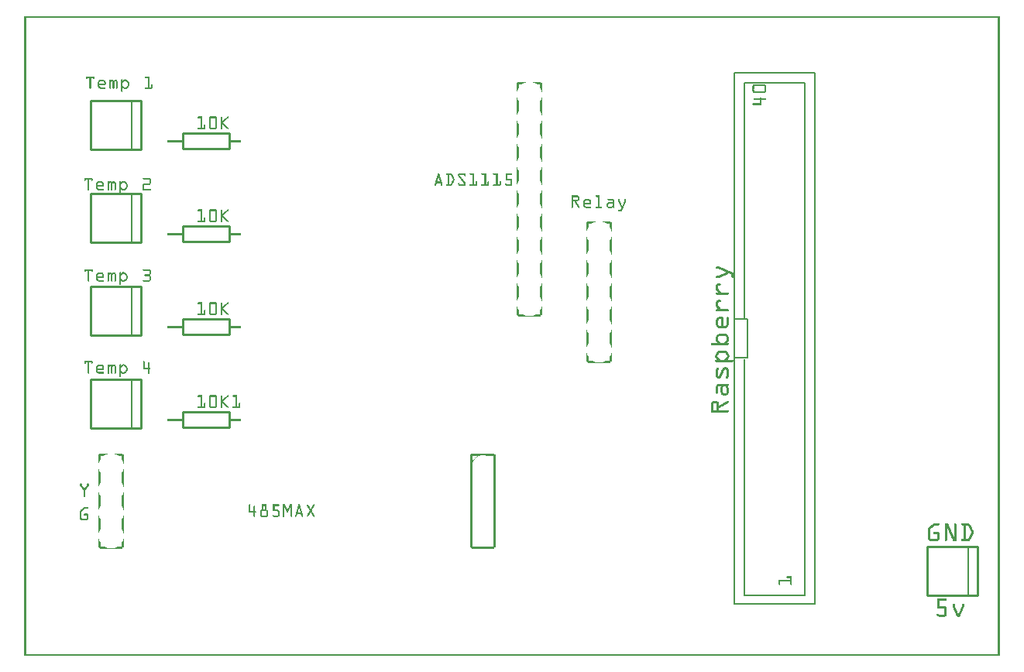
<source format=gto>
G04 MADE WITH FRITZING*
G04 WWW.FRITZING.ORG*
G04 DOUBLE SIDED*
G04 HOLES PLATED*
G04 CONTOUR ON CENTER OF CONTOUR VECTOR*
%FSLAX26Y26*%
%MOIN*%
%ADD10R,0.354200X2.295200X0.338200X2.279200*%
%ADD11C,0.008000*%
%ADD12R,0.063000X0.173200X0.047000X0.157200*%
%ADD13C,0.010000*%
%ADD14C,0.005000*%
%ADD15R,0.001000X0.001000*%
G04 SILK1*
%FSLAX26Y26*%
%MOIN*%
D11*
X3055330Y2511067D02*
X3401530Y2511067D01*
X3401530Y223867D01*
X3055330Y223867D01*
X3055330Y2511067D01*
D02*
X3055330Y1450070D02*
X3110330Y1450070D01*
X3110330Y1284870D01*
X3055330Y1284870D01*
X3055330Y1450070D01*
D02*
D13*
X285425Y1591370D02*
X285425Y1381370D01*
D02*
X285425Y1381370D02*
X501425Y1381370D01*
D02*
X501425Y1381370D02*
X501425Y1591370D01*
D02*
X501425Y1591370D02*
X285425Y1591370D01*
D14*
D02*
X461425Y1381370D02*
X461425Y1591370D01*
D13*
D02*
X285425Y1991365D02*
X285425Y1781365D01*
D02*
X285425Y1781365D02*
X501425Y1781365D01*
D02*
X501425Y1781365D02*
X501425Y1991365D01*
D02*
X501425Y1991365D02*
X285425Y1991365D01*
D14*
D02*
X461425Y1781365D02*
X461425Y1991365D01*
D13*
D02*
X285425Y2391365D02*
X285425Y2181365D01*
D02*
X285425Y2181365D02*
X501425Y2181365D01*
D02*
X501425Y2181365D02*
X501425Y2391365D01*
D02*
X501425Y2391365D02*
X285425Y2391365D01*
D14*
D02*
X461425Y2181365D02*
X461425Y2391365D01*
D13*
D02*
X682925Y2250467D02*
X882925Y2250467D01*
D02*
X882925Y2250467D02*
X882925Y2184467D01*
D02*
X882925Y2184467D02*
X682925Y2184467D01*
D02*
X682925Y2184467D02*
X682925Y2250467D01*
D02*
X682925Y1850467D02*
X882925Y1850467D01*
D02*
X882925Y1850467D02*
X882925Y1784467D01*
D02*
X882925Y1784467D02*
X682925Y1784467D01*
D02*
X682925Y1784467D02*
X682925Y1850467D01*
D02*
X682925Y1450470D02*
X882925Y1450470D01*
D02*
X882925Y1450470D02*
X882925Y1384470D01*
D02*
X882925Y1384470D02*
X682925Y1384470D01*
D02*
X682925Y1384470D02*
X682925Y1450470D01*
D02*
X285425Y1191360D02*
X285425Y981360D01*
D02*
X285425Y981360D02*
X501425Y981360D01*
D02*
X501425Y981360D02*
X501425Y1191360D01*
D02*
X501425Y1191360D02*
X285425Y1191360D01*
D14*
D02*
X461425Y981360D02*
X461425Y1191360D01*
D13*
D02*
X682925Y1050470D02*
X882925Y1050470D01*
D02*
X882925Y1050470D02*
X882925Y984470D01*
D02*
X882925Y984470D02*
X682925Y984470D01*
D02*
X682925Y984470D02*
X682925Y1050470D01*
D02*
X3885430Y472470D02*
X3885430Y262470D01*
D02*
X3885430Y262470D02*
X4101430Y262470D01*
D02*
X4101430Y262470D02*
X4101430Y472470D01*
D02*
X4101430Y472470D02*
X3885430Y472470D01*
D14*
D02*
X4061430Y262470D02*
X4061430Y472470D01*
D11*
X3098630Y1450070D02*
X3098630Y2467770D01*
X3358230Y2467770D01*
X3358230Y260170D01*
X3098630Y260170D01*
X3098630Y1277870D01*
D02*
D15*
X500Y2754740D02*
X4196500Y2754740D01*
X500Y2753740D02*
X4196500Y2753740D01*
X500Y2752740D02*
X4196500Y2752740D01*
X500Y2751740D02*
X4196500Y2751740D01*
X500Y2750740D02*
X4196500Y2750740D01*
X500Y2749740D02*
X4196500Y2749740D01*
X500Y2748740D02*
X4196500Y2748740D01*
X500Y2747740D02*
X4196500Y2747740D01*
X500Y2746740D02*
X7500Y2746740D01*
X4189500Y2746740D02*
X4196500Y2746740D01*
X500Y2745740D02*
X7500Y2745740D01*
X4189500Y2745740D02*
X4196500Y2745740D01*
X500Y2744740D02*
X7500Y2744740D01*
X4189500Y2744740D02*
X4196500Y2744740D01*
X500Y2743740D02*
X7500Y2743740D01*
X4189500Y2743740D02*
X4196500Y2743740D01*
X500Y2742740D02*
X7500Y2742740D01*
X4189500Y2742740D02*
X4196500Y2742740D01*
X500Y2741740D02*
X7500Y2741740D01*
X4189500Y2741740D02*
X4196500Y2741740D01*
X500Y2740740D02*
X7500Y2740740D01*
X4189500Y2740740D02*
X4196500Y2740740D01*
X500Y2739740D02*
X7500Y2739740D01*
X4189500Y2739740D02*
X4196500Y2739740D01*
X500Y2738740D02*
X7500Y2738740D01*
X4189500Y2738740D02*
X4196500Y2738740D01*
X500Y2737740D02*
X7500Y2737740D01*
X4189500Y2737740D02*
X4196500Y2737740D01*
X500Y2736740D02*
X7500Y2736740D01*
X4189500Y2736740D02*
X4196500Y2736740D01*
X500Y2735740D02*
X7500Y2735740D01*
X4189500Y2735740D02*
X4196500Y2735740D01*
X500Y2734740D02*
X7500Y2734740D01*
X4189500Y2734740D02*
X4196500Y2734740D01*
X500Y2733740D02*
X7500Y2733740D01*
X4189500Y2733740D02*
X4196500Y2733740D01*
X500Y2732740D02*
X7500Y2732740D01*
X4189500Y2732740D02*
X4196500Y2732740D01*
X500Y2731740D02*
X7500Y2731740D01*
X4189500Y2731740D02*
X4196500Y2731740D01*
X500Y2730740D02*
X7500Y2730740D01*
X4189500Y2730740D02*
X4196500Y2730740D01*
X500Y2729740D02*
X7500Y2729740D01*
X4189500Y2729740D02*
X4196500Y2729740D01*
X500Y2728740D02*
X7500Y2728740D01*
X4189500Y2728740D02*
X4196500Y2728740D01*
X500Y2727740D02*
X7500Y2727740D01*
X4189500Y2727740D02*
X4196500Y2727740D01*
X500Y2726740D02*
X7500Y2726740D01*
X4189500Y2726740D02*
X4196500Y2726740D01*
X500Y2725740D02*
X7500Y2725740D01*
X4189500Y2725740D02*
X4196500Y2725740D01*
X500Y2724740D02*
X7500Y2724740D01*
X4189500Y2724740D02*
X4196500Y2724740D01*
X500Y2723740D02*
X7500Y2723740D01*
X4189500Y2723740D02*
X4196500Y2723740D01*
X500Y2722740D02*
X7500Y2722740D01*
X4189500Y2722740D02*
X4196500Y2722740D01*
X500Y2721740D02*
X7500Y2721740D01*
X4189500Y2721740D02*
X4196500Y2721740D01*
X500Y2720740D02*
X7500Y2720740D01*
X4189500Y2720740D02*
X4196500Y2720740D01*
X500Y2719740D02*
X7500Y2719740D01*
X4189500Y2719740D02*
X4196500Y2719740D01*
X500Y2718740D02*
X7500Y2718740D01*
X4189500Y2718740D02*
X4196500Y2718740D01*
X500Y2717740D02*
X7500Y2717740D01*
X4189500Y2717740D02*
X4196500Y2717740D01*
X500Y2716740D02*
X7500Y2716740D01*
X4189500Y2716740D02*
X4196500Y2716740D01*
X500Y2715740D02*
X7500Y2715740D01*
X4189500Y2715740D02*
X4196500Y2715740D01*
X500Y2714740D02*
X7500Y2714740D01*
X4189500Y2714740D02*
X4196500Y2714740D01*
X500Y2713740D02*
X7500Y2713740D01*
X4189500Y2713740D02*
X4196500Y2713740D01*
X500Y2712740D02*
X7500Y2712740D01*
X4189500Y2712740D02*
X4196500Y2712740D01*
X500Y2711740D02*
X7500Y2711740D01*
X4189500Y2711740D02*
X4196500Y2711740D01*
X500Y2710740D02*
X7500Y2710740D01*
X4189500Y2710740D02*
X4196500Y2710740D01*
X500Y2709740D02*
X7500Y2709740D01*
X4189500Y2709740D02*
X4196500Y2709740D01*
X500Y2708740D02*
X7500Y2708740D01*
X4189500Y2708740D02*
X4196500Y2708740D01*
X500Y2707740D02*
X7500Y2707740D01*
X4189500Y2707740D02*
X4196500Y2707740D01*
X500Y2706740D02*
X7500Y2706740D01*
X4189500Y2706740D02*
X4196500Y2706740D01*
X500Y2705740D02*
X7500Y2705740D01*
X4189500Y2705740D02*
X4196500Y2705740D01*
X500Y2704740D02*
X7500Y2704740D01*
X4189500Y2704740D02*
X4196500Y2704740D01*
X500Y2703740D02*
X7500Y2703740D01*
X4189500Y2703740D02*
X4196500Y2703740D01*
X500Y2702740D02*
X7500Y2702740D01*
X4189500Y2702740D02*
X4196500Y2702740D01*
X500Y2701740D02*
X7500Y2701740D01*
X4189500Y2701740D02*
X4196500Y2701740D01*
X500Y2700740D02*
X7500Y2700740D01*
X4189500Y2700740D02*
X4196500Y2700740D01*
X500Y2699740D02*
X7500Y2699740D01*
X4189500Y2699740D02*
X4196500Y2699740D01*
X500Y2698740D02*
X7500Y2698740D01*
X4189500Y2698740D02*
X4196500Y2698740D01*
X500Y2697740D02*
X7500Y2697740D01*
X4189500Y2697740D02*
X4196500Y2697740D01*
X500Y2696740D02*
X7500Y2696740D01*
X4189500Y2696740D02*
X4196500Y2696740D01*
X500Y2695740D02*
X7500Y2695740D01*
X4189500Y2695740D02*
X4196500Y2695740D01*
X500Y2694740D02*
X7500Y2694740D01*
X4189500Y2694740D02*
X4196500Y2694740D01*
X500Y2693740D02*
X7500Y2693740D01*
X4189500Y2693740D02*
X4196500Y2693740D01*
X500Y2692740D02*
X7500Y2692740D01*
X4189500Y2692740D02*
X4196500Y2692740D01*
X500Y2691740D02*
X7500Y2691740D01*
X4189500Y2691740D02*
X4196500Y2691740D01*
X500Y2690740D02*
X7500Y2690740D01*
X4189500Y2690740D02*
X4196500Y2690740D01*
X500Y2689740D02*
X7500Y2689740D01*
X4189500Y2689740D02*
X4196500Y2689740D01*
X500Y2688740D02*
X7500Y2688740D01*
X4189500Y2688740D02*
X4196500Y2688740D01*
X500Y2687740D02*
X7500Y2687740D01*
X4189500Y2687740D02*
X4196500Y2687740D01*
X500Y2686740D02*
X7500Y2686740D01*
X4189500Y2686740D02*
X4196500Y2686740D01*
X500Y2685740D02*
X7500Y2685740D01*
X4189500Y2685740D02*
X4196500Y2685740D01*
X500Y2684740D02*
X7500Y2684740D01*
X4189500Y2684740D02*
X4196500Y2684740D01*
X500Y2683740D02*
X7500Y2683740D01*
X4189500Y2683740D02*
X4196500Y2683740D01*
X500Y2682740D02*
X7500Y2682740D01*
X4189500Y2682740D02*
X4196500Y2682740D01*
X500Y2681740D02*
X7500Y2681740D01*
X4189500Y2681740D02*
X4196500Y2681740D01*
X500Y2680740D02*
X7500Y2680740D01*
X4189500Y2680740D02*
X4196500Y2680740D01*
X500Y2679740D02*
X7500Y2679740D01*
X4189500Y2679740D02*
X4196500Y2679740D01*
X500Y2678740D02*
X7500Y2678740D01*
X4189500Y2678740D02*
X4196500Y2678740D01*
X500Y2677740D02*
X7500Y2677740D01*
X4189500Y2677740D02*
X4196500Y2677740D01*
X500Y2676740D02*
X7500Y2676740D01*
X4189500Y2676740D02*
X4196500Y2676740D01*
X500Y2675740D02*
X7500Y2675740D01*
X4189500Y2675740D02*
X4196500Y2675740D01*
X500Y2674740D02*
X7500Y2674740D01*
X4189500Y2674740D02*
X4196500Y2674740D01*
X500Y2673740D02*
X7500Y2673740D01*
X4189500Y2673740D02*
X4196500Y2673740D01*
X500Y2672740D02*
X7500Y2672740D01*
X4189500Y2672740D02*
X4196500Y2672740D01*
X500Y2671740D02*
X7500Y2671740D01*
X4189500Y2671740D02*
X4196500Y2671740D01*
X500Y2670740D02*
X7500Y2670740D01*
X4189500Y2670740D02*
X4196500Y2670740D01*
X500Y2669740D02*
X7500Y2669740D01*
X4189500Y2669740D02*
X4196500Y2669740D01*
X500Y2668740D02*
X7500Y2668740D01*
X4189500Y2668740D02*
X4196500Y2668740D01*
X500Y2667740D02*
X7500Y2667740D01*
X4189500Y2667740D02*
X4196500Y2667740D01*
X500Y2666740D02*
X7500Y2666740D01*
X4189500Y2666740D02*
X4196500Y2666740D01*
X500Y2665740D02*
X7500Y2665740D01*
X4189500Y2665740D02*
X4196500Y2665740D01*
X500Y2664740D02*
X7500Y2664740D01*
X4189500Y2664740D02*
X4196500Y2664740D01*
X500Y2663740D02*
X7500Y2663740D01*
X4189500Y2663740D02*
X4196500Y2663740D01*
X500Y2662740D02*
X7500Y2662740D01*
X4189500Y2662740D02*
X4196500Y2662740D01*
X500Y2661740D02*
X7500Y2661740D01*
X4189500Y2661740D02*
X4196500Y2661740D01*
X500Y2660740D02*
X7500Y2660740D01*
X4189500Y2660740D02*
X4196500Y2660740D01*
X500Y2659740D02*
X7500Y2659740D01*
X4189500Y2659740D02*
X4196500Y2659740D01*
X500Y2658740D02*
X7500Y2658740D01*
X4189500Y2658740D02*
X4196500Y2658740D01*
X500Y2657740D02*
X7500Y2657740D01*
X4189500Y2657740D02*
X4196500Y2657740D01*
X500Y2656740D02*
X7500Y2656740D01*
X4189500Y2656740D02*
X4196500Y2656740D01*
X500Y2655740D02*
X7500Y2655740D01*
X4189500Y2655740D02*
X4196500Y2655740D01*
X500Y2654740D02*
X7500Y2654740D01*
X4189500Y2654740D02*
X4196500Y2654740D01*
X500Y2653740D02*
X7500Y2653740D01*
X4189500Y2653740D02*
X4196500Y2653740D01*
X500Y2652740D02*
X7500Y2652740D01*
X4189500Y2652740D02*
X4196500Y2652740D01*
X500Y2651740D02*
X7500Y2651740D01*
X4189500Y2651740D02*
X4196500Y2651740D01*
X500Y2650740D02*
X7500Y2650740D01*
X4189500Y2650740D02*
X4196500Y2650740D01*
X500Y2649740D02*
X7500Y2649740D01*
X4189500Y2649740D02*
X4196500Y2649740D01*
X500Y2648740D02*
X7500Y2648740D01*
X4189500Y2648740D02*
X4196500Y2648740D01*
X500Y2647740D02*
X7500Y2647740D01*
X4189500Y2647740D02*
X4196500Y2647740D01*
X500Y2646740D02*
X7500Y2646740D01*
X4189500Y2646740D02*
X4196500Y2646740D01*
X500Y2645740D02*
X7500Y2645740D01*
X4189500Y2645740D02*
X4196500Y2645740D01*
X500Y2644740D02*
X7500Y2644740D01*
X4189500Y2644740D02*
X4196500Y2644740D01*
X500Y2643740D02*
X7500Y2643740D01*
X4189500Y2643740D02*
X4196500Y2643740D01*
X500Y2642740D02*
X7500Y2642740D01*
X4189500Y2642740D02*
X4196500Y2642740D01*
X500Y2641740D02*
X7500Y2641740D01*
X4189500Y2641740D02*
X4196500Y2641740D01*
X500Y2640740D02*
X7500Y2640740D01*
X4189500Y2640740D02*
X4196500Y2640740D01*
X500Y2639740D02*
X7500Y2639740D01*
X4189500Y2639740D02*
X4196500Y2639740D01*
X500Y2638740D02*
X7500Y2638740D01*
X4189500Y2638740D02*
X4196500Y2638740D01*
X500Y2637740D02*
X7500Y2637740D01*
X4189500Y2637740D02*
X4196500Y2637740D01*
X500Y2636740D02*
X7500Y2636740D01*
X4189500Y2636740D02*
X4196500Y2636740D01*
X500Y2635740D02*
X7500Y2635740D01*
X4189500Y2635740D02*
X4196500Y2635740D01*
X500Y2634740D02*
X7500Y2634740D01*
X4189500Y2634740D02*
X4196500Y2634740D01*
X500Y2633740D02*
X7500Y2633740D01*
X4189500Y2633740D02*
X4196500Y2633740D01*
X500Y2632740D02*
X7500Y2632740D01*
X4189500Y2632740D02*
X4196500Y2632740D01*
X500Y2631740D02*
X7500Y2631740D01*
X4189500Y2631740D02*
X4196500Y2631740D01*
X500Y2630740D02*
X7500Y2630740D01*
X4189500Y2630740D02*
X4196500Y2630740D01*
X500Y2629740D02*
X7500Y2629740D01*
X4189500Y2629740D02*
X4196500Y2629740D01*
X500Y2628740D02*
X7500Y2628740D01*
X4189500Y2628740D02*
X4196500Y2628740D01*
X500Y2627740D02*
X7500Y2627740D01*
X4189500Y2627740D02*
X4196500Y2627740D01*
X500Y2626740D02*
X7500Y2626740D01*
X4189500Y2626740D02*
X4196500Y2626740D01*
X500Y2625740D02*
X7500Y2625740D01*
X4189500Y2625740D02*
X4196500Y2625740D01*
X500Y2624740D02*
X7500Y2624740D01*
X4189500Y2624740D02*
X4196500Y2624740D01*
X500Y2623740D02*
X7500Y2623740D01*
X4189500Y2623740D02*
X4196500Y2623740D01*
X500Y2622740D02*
X7500Y2622740D01*
X4189500Y2622740D02*
X4196500Y2622740D01*
X500Y2621740D02*
X7500Y2621740D01*
X4189500Y2621740D02*
X4196500Y2621740D01*
X500Y2620740D02*
X7500Y2620740D01*
X4189500Y2620740D02*
X4196500Y2620740D01*
X500Y2619740D02*
X7500Y2619740D01*
X4189500Y2619740D02*
X4196500Y2619740D01*
X500Y2618740D02*
X7500Y2618740D01*
X4189500Y2618740D02*
X4196500Y2618740D01*
X500Y2617740D02*
X7500Y2617740D01*
X4189500Y2617740D02*
X4196500Y2617740D01*
X500Y2616740D02*
X7500Y2616740D01*
X4189500Y2616740D02*
X4196500Y2616740D01*
X500Y2615740D02*
X7500Y2615740D01*
X4189500Y2615740D02*
X4196500Y2615740D01*
X500Y2614740D02*
X7500Y2614740D01*
X4189500Y2614740D02*
X4196500Y2614740D01*
X500Y2613740D02*
X7500Y2613740D01*
X4189500Y2613740D02*
X4196500Y2613740D01*
X500Y2612740D02*
X7500Y2612740D01*
X4189500Y2612740D02*
X4196500Y2612740D01*
X500Y2611740D02*
X7500Y2611740D01*
X4189500Y2611740D02*
X4196500Y2611740D01*
X500Y2610740D02*
X7500Y2610740D01*
X4189500Y2610740D02*
X4196500Y2610740D01*
X500Y2609740D02*
X7500Y2609740D01*
X4189500Y2609740D02*
X4196500Y2609740D01*
X500Y2608740D02*
X7500Y2608740D01*
X4189500Y2608740D02*
X4196500Y2608740D01*
X500Y2607740D02*
X7500Y2607740D01*
X4189500Y2607740D02*
X4196500Y2607740D01*
X500Y2606740D02*
X7500Y2606740D01*
X4189500Y2606740D02*
X4196500Y2606740D01*
X500Y2605740D02*
X7500Y2605740D01*
X4189500Y2605740D02*
X4196500Y2605740D01*
X500Y2604740D02*
X7500Y2604740D01*
X4189500Y2604740D02*
X4196500Y2604740D01*
X500Y2603740D02*
X7500Y2603740D01*
X4189500Y2603740D02*
X4196500Y2603740D01*
X500Y2602740D02*
X7500Y2602740D01*
X4189500Y2602740D02*
X4196500Y2602740D01*
X500Y2601740D02*
X7500Y2601740D01*
X4189500Y2601740D02*
X4196500Y2601740D01*
X500Y2600740D02*
X7500Y2600740D01*
X4189500Y2600740D02*
X4196500Y2600740D01*
X500Y2599740D02*
X7500Y2599740D01*
X4189500Y2599740D02*
X4196500Y2599740D01*
X500Y2598740D02*
X7500Y2598740D01*
X4189500Y2598740D02*
X4196500Y2598740D01*
X500Y2597740D02*
X7500Y2597740D01*
X4189500Y2597740D02*
X4196500Y2597740D01*
X500Y2596740D02*
X7500Y2596740D01*
X4189500Y2596740D02*
X4196500Y2596740D01*
X500Y2595740D02*
X7500Y2595740D01*
X4189500Y2595740D02*
X4196500Y2595740D01*
X500Y2594740D02*
X7500Y2594740D01*
X4189500Y2594740D02*
X4196500Y2594740D01*
X500Y2593740D02*
X7500Y2593740D01*
X4189500Y2593740D02*
X4196500Y2593740D01*
X500Y2592740D02*
X7500Y2592740D01*
X4189500Y2592740D02*
X4196500Y2592740D01*
X500Y2591740D02*
X7500Y2591740D01*
X4189500Y2591740D02*
X4196500Y2591740D01*
X500Y2590740D02*
X7500Y2590740D01*
X4189500Y2590740D02*
X4196500Y2590740D01*
X500Y2589740D02*
X7500Y2589740D01*
X4189500Y2589740D02*
X4196500Y2589740D01*
X500Y2588740D02*
X7500Y2588740D01*
X4189500Y2588740D02*
X4196500Y2588740D01*
X500Y2587740D02*
X7500Y2587740D01*
X4189500Y2587740D02*
X4196500Y2587740D01*
X500Y2586740D02*
X7500Y2586740D01*
X4189500Y2586740D02*
X4196500Y2586740D01*
X500Y2585740D02*
X7500Y2585740D01*
X4189500Y2585740D02*
X4196500Y2585740D01*
X500Y2584740D02*
X7500Y2584740D01*
X4189500Y2584740D02*
X4196500Y2584740D01*
X500Y2583740D02*
X7500Y2583740D01*
X4189500Y2583740D02*
X4196500Y2583740D01*
X500Y2582740D02*
X7500Y2582740D01*
X4189500Y2582740D02*
X4196500Y2582740D01*
X500Y2581740D02*
X7500Y2581740D01*
X4189500Y2581740D02*
X4196500Y2581740D01*
X500Y2580740D02*
X7500Y2580740D01*
X4189500Y2580740D02*
X4196500Y2580740D01*
X500Y2579740D02*
X7500Y2579740D01*
X4189500Y2579740D02*
X4196500Y2579740D01*
X500Y2578740D02*
X7500Y2578740D01*
X4189500Y2578740D02*
X4196500Y2578740D01*
X500Y2577740D02*
X7500Y2577740D01*
X4189500Y2577740D02*
X4196500Y2577740D01*
X500Y2576740D02*
X7500Y2576740D01*
X4189500Y2576740D02*
X4196500Y2576740D01*
X500Y2575740D02*
X7500Y2575740D01*
X4189500Y2575740D02*
X4196500Y2575740D01*
X500Y2574740D02*
X7500Y2574740D01*
X4189500Y2574740D02*
X4196500Y2574740D01*
X500Y2573740D02*
X7500Y2573740D01*
X4189500Y2573740D02*
X4196500Y2573740D01*
X500Y2572740D02*
X7500Y2572740D01*
X4189500Y2572740D02*
X4196500Y2572740D01*
X500Y2571740D02*
X7500Y2571740D01*
X4189500Y2571740D02*
X4196500Y2571740D01*
X500Y2570740D02*
X7500Y2570740D01*
X4189500Y2570740D02*
X4196500Y2570740D01*
X500Y2569740D02*
X7500Y2569740D01*
X4189500Y2569740D02*
X4196500Y2569740D01*
X500Y2568740D02*
X7500Y2568740D01*
X4189500Y2568740D02*
X4196500Y2568740D01*
X500Y2567740D02*
X7500Y2567740D01*
X4189500Y2567740D02*
X4196500Y2567740D01*
X500Y2566740D02*
X7500Y2566740D01*
X4189500Y2566740D02*
X4196500Y2566740D01*
X500Y2565740D02*
X7500Y2565740D01*
X4189500Y2565740D02*
X4196500Y2565740D01*
X500Y2564740D02*
X7500Y2564740D01*
X4189500Y2564740D02*
X4196500Y2564740D01*
X500Y2563740D02*
X7500Y2563740D01*
X4189500Y2563740D02*
X4196500Y2563740D01*
X500Y2562740D02*
X7500Y2562740D01*
X4189500Y2562740D02*
X4196500Y2562740D01*
X500Y2561740D02*
X7500Y2561740D01*
X4189500Y2561740D02*
X4196500Y2561740D01*
X500Y2560740D02*
X7500Y2560740D01*
X4189500Y2560740D02*
X4196500Y2560740D01*
X500Y2559740D02*
X7500Y2559740D01*
X4189500Y2559740D02*
X4196500Y2559740D01*
X500Y2558740D02*
X7500Y2558740D01*
X4189500Y2558740D02*
X4196500Y2558740D01*
X500Y2557740D02*
X7500Y2557740D01*
X4189500Y2557740D02*
X4196500Y2557740D01*
X500Y2556740D02*
X7500Y2556740D01*
X4189500Y2556740D02*
X4196500Y2556740D01*
X500Y2555740D02*
X7500Y2555740D01*
X4189500Y2555740D02*
X4196500Y2555740D01*
X500Y2554740D02*
X7500Y2554740D01*
X4189500Y2554740D02*
X4196500Y2554740D01*
X500Y2553740D02*
X7500Y2553740D01*
X4189500Y2553740D02*
X4196500Y2553740D01*
X500Y2552740D02*
X7500Y2552740D01*
X4189500Y2552740D02*
X4196500Y2552740D01*
X500Y2551740D02*
X7500Y2551740D01*
X4189500Y2551740D02*
X4196500Y2551740D01*
X500Y2550740D02*
X7500Y2550740D01*
X4189500Y2550740D02*
X4196500Y2550740D01*
X500Y2549740D02*
X7500Y2549740D01*
X4189500Y2549740D02*
X4196500Y2549740D01*
X500Y2548740D02*
X7500Y2548740D01*
X4189500Y2548740D02*
X4196500Y2548740D01*
X500Y2547740D02*
X7500Y2547740D01*
X4189500Y2547740D02*
X4196500Y2547740D01*
X500Y2546740D02*
X7500Y2546740D01*
X4189500Y2546740D02*
X4196500Y2546740D01*
X500Y2545740D02*
X7500Y2545740D01*
X4189500Y2545740D02*
X4196500Y2545740D01*
X500Y2544740D02*
X7500Y2544740D01*
X4189500Y2544740D02*
X4196500Y2544740D01*
X500Y2543740D02*
X7500Y2543740D01*
X4189500Y2543740D02*
X4196500Y2543740D01*
X500Y2542740D02*
X7500Y2542740D01*
X4189500Y2542740D02*
X4196500Y2542740D01*
X500Y2541740D02*
X7500Y2541740D01*
X4189500Y2541740D02*
X4196500Y2541740D01*
X500Y2540740D02*
X7500Y2540740D01*
X4189500Y2540740D02*
X4196500Y2540740D01*
X500Y2539740D02*
X7500Y2539740D01*
X4189500Y2539740D02*
X4196500Y2539740D01*
X500Y2538740D02*
X7500Y2538740D01*
X4189500Y2538740D02*
X4196500Y2538740D01*
X500Y2537740D02*
X7500Y2537740D01*
X4189500Y2537740D02*
X4196500Y2537740D01*
X500Y2536740D02*
X7500Y2536740D01*
X4189500Y2536740D02*
X4196500Y2536740D01*
X500Y2535740D02*
X7500Y2535740D01*
X4189500Y2535740D02*
X4196500Y2535740D01*
X500Y2534740D02*
X7500Y2534740D01*
X4189500Y2534740D02*
X4196500Y2534740D01*
X500Y2533740D02*
X7500Y2533740D01*
X4189500Y2533740D02*
X4196500Y2533740D01*
X500Y2532740D02*
X7500Y2532740D01*
X4189500Y2532740D02*
X4196500Y2532740D01*
X500Y2531740D02*
X7500Y2531740D01*
X4189500Y2531740D02*
X4196500Y2531740D01*
X500Y2530740D02*
X7500Y2530740D01*
X4189500Y2530740D02*
X4196500Y2530740D01*
X500Y2529740D02*
X7500Y2529740D01*
X4189500Y2529740D02*
X4196500Y2529740D01*
X500Y2528740D02*
X7500Y2528740D01*
X4189500Y2528740D02*
X4196500Y2528740D01*
X500Y2527740D02*
X7500Y2527740D01*
X4189500Y2527740D02*
X4196500Y2527740D01*
X500Y2526740D02*
X7500Y2526740D01*
X4189500Y2526740D02*
X4196500Y2526740D01*
X500Y2525740D02*
X7500Y2525740D01*
X4189500Y2525740D02*
X4196500Y2525740D01*
X500Y2524740D02*
X7500Y2524740D01*
X4189500Y2524740D02*
X4196500Y2524740D01*
X500Y2523740D02*
X7500Y2523740D01*
X4189500Y2523740D02*
X4196500Y2523740D01*
X500Y2522740D02*
X7500Y2522740D01*
X4189500Y2522740D02*
X4196500Y2522740D01*
X500Y2521740D02*
X7500Y2521740D01*
X4189500Y2521740D02*
X4196500Y2521740D01*
X500Y2520740D02*
X7500Y2520740D01*
X4189500Y2520740D02*
X4196500Y2520740D01*
X500Y2519740D02*
X7500Y2519740D01*
X4189500Y2519740D02*
X4196500Y2519740D01*
X500Y2518740D02*
X7500Y2518740D01*
X4189500Y2518740D02*
X4196500Y2518740D01*
X500Y2517740D02*
X7500Y2517740D01*
X4189500Y2517740D02*
X4196500Y2517740D01*
X500Y2516740D02*
X7500Y2516740D01*
X4189500Y2516740D02*
X4196500Y2516740D01*
X500Y2515740D02*
X7500Y2515740D01*
X4189500Y2515740D02*
X4196500Y2515740D01*
X500Y2514740D02*
X7500Y2514740D01*
X4189500Y2514740D02*
X4196500Y2514740D01*
X500Y2513740D02*
X7500Y2513740D01*
X4189500Y2513740D02*
X4196500Y2513740D01*
X500Y2512740D02*
X7500Y2512740D01*
X4189500Y2512740D02*
X4196500Y2512740D01*
X500Y2511740D02*
X7500Y2511740D01*
X4189500Y2511740D02*
X4196500Y2511740D01*
X500Y2510740D02*
X7500Y2510740D01*
X4189500Y2510740D02*
X4196500Y2510740D01*
X500Y2509740D02*
X7500Y2509740D01*
X4189500Y2509740D02*
X4196500Y2509740D01*
X500Y2508740D02*
X7500Y2508740D01*
X4189500Y2508740D02*
X4196500Y2508740D01*
X500Y2507740D02*
X7500Y2507740D01*
X4189500Y2507740D02*
X4196500Y2507740D01*
X500Y2506740D02*
X7500Y2506740D01*
X4189500Y2506740D02*
X4196500Y2506740D01*
X500Y2505740D02*
X7500Y2505740D01*
X4189500Y2505740D02*
X4196500Y2505740D01*
X500Y2504740D02*
X7500Y2504740D01*
X4189500Y2504740D02*
X4196500Y2504740D01*
X500Y2503740D02*
X7500Y2503740D01*
X4189500Y2503740D02*
X4196500Y2503740D01*
X500Y2502740D02*
X7500Y2502740D01*
X4189500Y2502740D02*
X4196500Y2502740D01*
X500Y2501740D02*
X7500Y2501740D01*
X4189500Y2501740D02*
X4196500Y2501740D01*
X500Y2500740D02*
X7500Y2500740D01*
X4189500Y2500740D02*
X4196500Y2500740D01*
X500Y2499740D02*
X7500Y2499740D01*
X4189500Y2499740D02*
X4196500Y2499740D01*
X500Y2498740D02*
X7500Y2498740D01*
X4189500Y2498740D02*
X4196500Y2498740D01*
X500Y2497740D02*
X7500Y2497740D01*
X4189500Y2497740D02*
X4196500Y2497740D01*
X500Y2496740D02*
X7500Y2496740D01*
X4189500Y2496740D02*
X4196500Y2496740D01*
X500Y2495740D02*
X7500Y2495740D01*
X267500Y2495740D02*
X298500Y2495740D01*
X519500Y2495740D02*
X536500Y2495740D01*
X4189500Y2495740D02*
X4196500Y2495740D01*
X500Y2494740D02*
X7500Y2494740D01*
X266500Y2494740D02*
X299500Y2494740D01*
X518500Y2494740D02*
X536500Y2494740D01*
X4189500Y2494740D02*
X4196500Y2494740D01*
X500Y2493740D02*
X7500Y2493740D01*
X265500Y2493740D02*
X300500Y2493740D01*
X517500Y2493740D02*
X537500Y2493740D01*
X4189500Y2493740D02*
X4196500Y2493740D01*
X500Y2492740D02*
X7500Y2492740D01*
X265500Y2492740D02*
X300500Y2492740D01*
X517500Y2492740D02*
X537500Y2492740D01*
X4189500Y2492740D02*
X4196500Y2492740D01*
X500Y2491740D02*
X7500Y2491740D01*
X265500Y2491740D02*
X300500Y2491740D01*
X517500Y2491740D02*
X537500Y2491740D01*
X4189500Y2491740D02*
X4196500Y2491740D01*
X500Y2490740D02*
X7500Y2490740D01*
X265500Y2490740D02*
X300500Y2490740D01*
X517500Y2490740D02*
X537500Y2490740D01*
X4189500Y2490740D02*
X4196500Y2490740D01*
X500Y2489740D02*
X7500Y2489740D01*
X265500Y2489740D02*
X300500Y2489740D01*
X518500Y2489740D02*
X537500Y2489740D01*
X4189500Y2489740D02*
X4196500Y2489740D01*
X500Y2488740D02*
X7500Y2488740D01*
X265500Y2488740D02*
X271500Y2488740D01*
X279500Y2488740D02*
X286500Y2488740D01*
X294500Y2488740D02*
X300500Y2488740D01*
X530500Y2488740D02*
X537500Y2488740D01*
X4189500Y2488740D02*
X4196500Y2488740D01*
X500Y2487740D02*
X7500Y2487740D01*
X265500Y2487740D02*
X271500Y2487740D01*
X280500Y2487740D02*
X286500Y2487740D01*
X294500Y2487740D02*
X300500Y2487740D01*
X531500Y2487740D02*
X537500Y2487740D01*
X4189500Y2487740D02*
X4196500Y2487740D01*
X500Y2486740D02*
X7500Y2486740D01*
X265500Y2486740D02*
X271500Y2486740D01*
X280500Y2486740D02*
X286500Y2486740D01*
X294500Y2486740D02*
X300500Y2486740D01*
X531500Y2486740D02*
X537500Y2486740D01*
X4189500Y2486740D02*
X4196500Y2486740D01*
X500Y2485740D02*
X7500Y2485740D01*
X265500Y2485740D02*
X271500Y2485740D01*
X280500Y2485740D02*
X286500Y2485740D01*
X294500Y2485740D02*
X300500Y2485740D01*
X531500Y2485740D02*
X537500Y2485740D01*
X4189500Y2485740D02*
X4196500Y2485740D01*
X500Y2484740D02*
X7500Y2484740D01*
X266500Y2484740D02*
X270500Y2484740D01*
X280500Y2484740D02*
X286500Y2484740D01*
X295500Y2484740D02*
X299500Y2484740D01*
X531500Y2484740D02*
X537500Y2484740D01*
X4189500Y2484740D02*
X4196500Y2484740D01*
X500Y2483740D02*
X7500Y2483740D01*
X267500Y2483740D02*
X270500Y2483740D01*
X280500Y2483740D02*
X286500Y2483740D01*
X296500Y2483740D02*
X298500Y2483740D01*
X531500Y2483740D02*
X537500Y2483740D01*
X4189500Y2483740D02*
X4196500Y2483740D01*
X500Y2482740D02*
X7500Y2482740D01*
X280500Y2482740D02*
X286500Y2482740D01*
X419500Y2482740D02*
X420500Y2482740D01*
X432500Y2482740D02*
X435500Y2482740D01*
X531500Y2482740D02*
X537500Y2482740D01*
X4189500Y2482740D02*
X4196500Y2482740D01*
X500Y2481740D02*
X7500Y2481740D01*
X280500Y2481740D02*
X286500Y2481740D01*
X417500Y2481740D02*
X421500Y2481740D01*
X428500Y2481740D02*
X438500Y2481740D01*
X531500Y2481740D02*
X537500Y2481740D01*
X4189500Y2481740D02*
X4196500Y2481740D01*
X500Y2480740D02*
X7500Y2480740D01*
X280500Y2480740D02*
X286500Y2480740D01*
X325500Y2480740D02*
X340500Y2480740D01*
X367500Y2480740D02*
X370500Y2480740D01*
X375500Y2480740D02*
X381500Y2480740D01*
X390500Y2480740D02*
X395500Y2480740D01*
X417500Y2480740D02*
X422500Y2480740D01*
X427500Y2480740D02*
X440500Y2480740D01*
X531500Y2480740D02*
X537500Y2480740D01*
X4189500Y2480740D02*
X4196500Y2480740D01*
X500Y2479740D02*
X7500Y2479740D01*
X280500Y2479740D02*
X286500Y2479740D01*
X323500Y2479740D02*
X342500Y2479740D01*
X366500Y2479740D02*
X371500Y2479740D01*
X373500Y2479740D02*
X382500Y2479740D01*
X388500Y2479740D02*
X396500Y2479740D01*
X416500Y2479740D02*
X422500Y2479740D01*
X426500Y2479740D02*
X441500Y2479740D01*
X531500Y2479740D02*
X537500Y2479740D01*
X4189500Y2479740D02*
X4196500Y2479740D01*
X500Y2478740D02*
X7500Y2478740D01*
X280500Y2478740D02*
X286500Y2478740D01*
X322500Y2478740D02*
X344500Y2478740D01*
X366500Y2478740D02*
X383500Y2478740D01*
X386500Y2478740D02*
X398500Y2478740D01*
X416500Y2478740D02*
X422500Y2478740D01*
X425500Y2478740D02*
X442500Y2478740D01*
X531500Y2478740D02*
X537500Y2478740D01*
X4189500Y2478740D02*
X4196500Y2478740D01*
X500Y2477740D02*
X7500Y2477740D01*
X280500Y2477740D02*
X286500Y2477740D01*
X321500Y2477740D02*
X345500Y2477740D01*
X366500Y2477740D02*
X399500Y2477740D01*
X416500Y2477740D02*
X443500Y2477740D01*
X531500Y2477740D02*
X537500Y2477740D01*
X4189500Y2477740D02*
X4196500Y2477740D01*
X500Y2476740D02*
X7500Y2476740D01*
X280500Y2476740D02*
X286500Y2476740D01*
X320500Y2476740D02*
X346500Y2476740D01*
X366500Y2476740D02*
X399500Y2476740D01*
X416500Y2476740D02*
X445500Y2476740D01*
X531500Y2476740D02*
X537500Y2476740D01*
X4189500Y2476740D02*
X4196500Y2476740D01*
X500Y2475740D02*
X7500Y2475740D01*
X280500Y2475740D02*
X286500Y2475740D01*
X319500Y2475740D02*
X347500Y2475740D01*
X366500Y2475740D02*
X400500Y2475740D01*
X416500Y2475740D02*
X431500Y2475740D01*
X435500Y2475740D02*
X446500Y2475740D01*
X531500Y2475740D02*
X537500Y2475740D01*
X4189500Y2475740D02*
X4196500Y2475740D01*
X500Y2474740D02*
X7500Y2474740D01*
X280500Y2474740D02*
X286500Y2474740D01*
X318500Y2474740D02*
X348500Y2474740D01*
X366500Y2474740D02*
X400500Y2474740D01*
X416500Y2474740D02*
X429500Y2474740D01*
X437500Y2474740D02*
X447500Y2474740D01*
X531500Y2474740D02*
X537500Y2474740D01*
X4189500Y2474740D02*
X4196500Y2474740D01*
X500Y2473740D02*
X7500Y2473740D01*
X280500Y2473740D02*
X286500Y2473740D01*
X317500Y2473740D02*
X326500Y2473740D01*
X340500Y2473740D02*
X348500Y2473740D01*
X366500Y2473740D02*
X376500Y2473740D01*
X380500Y2473740D02*
X391500Y2473740D01*
X394500Y2473740D02*
X400500Y2473740D01*
X416500Y2473740D02*
X428500Y2473740D01*
X438500Y2473740D02*
X448500Y2473740D01*
X531500Y2473740D02*
X537500Y2473740D01*
X4189500Y2473740D02*
X4196500Y2473740D01*
X500Y2472740D02*
X7500Y2472740D01*
X280500Y2472740D02*
X286500Y2472740D01*
X317500Y2472740D02*
X325500Y2472740D01*
X341500Y2472740D02*
X349500Y2472740D01*
X366500Y2472740D02*
X375500Y2472740D01*
X380500Y2472740D02*
X389500Y2472740D01*
X394500Y2472740D02*
X400500Y2472740D01*
X416500Y2472740D02*
X427500Y2472740D01*
X439500Y2472740D02*
X448500Y2472740D01*
X531500Y2472740D02*
X537500Y2472740D01*
X4189500Y2472740D02*
X4196500Y2472740D01*
X500Y2471740D02*
X7500Y2471740D01*
X280500Y2471740D02*
X286500Y2471740D01*
X317500Y2471740D02*
X324500Y2471740D01*
X342500Y2471740D02*
X349500Y2471740D01*
X366500Y2471740D02*
X374500Y2471740D01*
X380500Y2471740D02*
X388500Y2471740D01*
X394500Y2471740D02*
X400500Y2471740D01*
X416500Y2471740D02*
X426500Y2471740D01*
X441500Y2471740D02*
X449500Y2471740D01*
X531500Y2471740D02*
X537500Y2471740D01*
X2123500Y2471740D02*
X2167500Y2471740D01*
X2178500Y2471740D02*
X2222500Y2471740D01*
X4189500Y2471740D02*
X4196500Y2471740D01*
X500Y2470740D02*
X7500Y2470740D01*
X280500Y2470740D02*
X286500Y2470740D01*
X316500Y2470740D02*
X323500Y2470740D01*
X343500Y2470740D02*
X349500Y2470740D01*
X366500Y2470740D02*
X373500Y2470740D01*
X380500Y2470740D02*
X387500Y2470740D01*
X394500Y2470740D02*
X400500Y2470740D01*
X416500Y2470740D02*
X425500Y2470740D01*
X442500Y2470740D02*
X449500Y2470740D01*
X531500Y2470740D02*
X537500Y2470740D01*
X2123500Y2470740D02*
X2161500Y2470740D01*
X2185500Y2470740D02*
X2222500Y2470740D01*
X4189500Y2470740D02*
X4196500Y2470740D01*
X500Y2469740D02*
X7500Y2469740D01*
X280500Y2469740D02*
X286500Y2469740D01*
X316500Y2469740D02*
X322500Y2469740D01*
X343500Y2469740D02*
X350500Y2469740D01*
X366500Y2469740D02*
X372500Y2469740D01*
X380500Y2469740D02*
X386500Y2469740D01*
X394500Y2469740D02*
X400500Y2469740D01*
X416500Y2469740D02*
X425500Y2469740D01*
X443500Y2469740D02*
X450500Y2469740D01*
X531500Y2469740D02*
X537500Y2469740D01*
X2123500Y2469740D02*
X2157500Y2469740D01*
X2189500Y2469740D02*
X2222500Y2469740D01*
X4189500Y2469740D02*
X4196500Y2469740D01*
X500Y2468740D02*
X7500Y2468740D01*
X280500Y2468740D02*
X286500Y2468740D01*
X316500Y2468740D02*
X322500Y2468740D01*
X344500Y2468740D02*
X350500Y2468740D01*
X366500Y2468740D02*
X372500Y2468740D01*
X380500Y2468740D02*
X386500Y2468740D01*
X394500Y2468740D02*
X400500Y2468740D01*
X416500Y2468740D02*
X424500Y2468740D01*
X444500Y2468740D02*
X450500Y2468740D01*
X531500Y2468740D02*
X537500Y2468740D01*
X2123500Y2468740D02*
X2154500Y2468740D01*
X2192500Y2468740D02*
X2222500Y2468740D01*
X4189500Y2468740D02*
X4196500Y2468740D01*
X500Y2467740D02*
X7500Y2467740D01*
X280500Y2467740D02*
X286500Y2467740D01*
X316500Y2467740D02*
X322500Y2467740D01*
X344500Y2467740D02*
X350500Y2467740D01*
X366500Y2467740D02*
X372500Y2467740D01*
X380500Y2467740D02*
X386500Y2467740D01*
X394500Y2467740D02*
X400500Y2467740D01*
X416500Y2467740D02*
X423500Y2467740D01*
X444500Y2467740D02*
X450500Y2467740D01*
X531500Y2467740D02*
X537500Y2467740D01*
X2123500Y2467740D02*
X2151500Y2467740D01*
X2194500Y2467740D02*
X2222500Y2467740D01*
X4189500Y2467740D02*
X4196500Y2467740D01*
X500Y2466740D02*
X7500Y2466740D01*
X280500Y2466740D02*
X286500Y2466740D01*
X316500Y2466740D02*
X322500Y2466740D01*
X344500Y2466740D02*
X350500Y2466740D01*
X366500Y2466740D02*
X372500Y2466740D01*
X380500Y2466740D02*
X386500Y2466740D01*
X394500Y2466740D02*
X400500Y2466740D01*
X416500Y2466740D02*
X422500Y2466740D01*
X444500Y2466740D02*
X450500Y2466740D01*
X531500Y2466740D02*
X537500Y2466740D01*
X2118500Y2466740D02*
X2149500Y2466740D01*
X2197500Y2466740D02*
X2227500Y2466740D01*
X4189500Y2466740D02*
X4196500Y2466740D01*
X500Y2465740D02*
X7500Y2465740D01*
X280500Y2465740D02*
X286500Y2465740D01*
X316500Y2465740D02*
X322500Y2465740D01*
X344500Y2465740D02*
X350500Y2465740D01*
X366500Y2465740D02*
X372500Y2465740D01*
X380500Y2465740D02*
X386500Y2465740D01*
X394500Y2465740D02*
X400500Y2465740D01*
X416500Y2465740D02*
X422500Y2465740D01*
X444500Y2465740D02*
X450500Y2465740D01*
X531500Y2465740D02*
X537500Y2465740D01*
X2118500Y2465740D02*
X2147500Y2465740D01*
X2199500Y2465740D02*
X2227500Y2465740D01*
X4189500Y2465740D02*
X4196500Y2465740D01*
X500Y2464740D02*
X7500Y2464740D01*
X280500Y2464740D02*
X286500Y2464740D01*
X316500Y2464740D02*
X350500Y2464740D01*
X366500Y2464740D02*
X372500Y2464740D01*
X380500Y2464740D02*
X386500Y2464740D01*
X394500Y2464740D02*
X400500Y2464740D01*
X416500Y2464740D02*
X422500Y2464740D01*
X444500Y2464740D02*
X450500Y2464740D01*
X531500Y2464740D02*
X537500Y2464740D01*
X2118500Y2464740D02*
X2145500Y2464740D01*
X2200500Y2464740D02*
X2227500Y2464740D01*
X4189500Y2464740D02*
X4196500Y2464740D01*
X500Y2463740D02*
X7500Y2463740D01*
X280500Y2463740D02*
X286500Y2463740D01*
X316500Y2463740D02*
X350500Y2463740D01*
X366500Y2463740D02*
X372500Y2463740D01*
X380500Y2463740D02*
X386500Y2463740D01*
X394500Y2463740D02*
X400500Y2463740D01*
X416500Y2463740D02*
X422500Y2463740D01*
X444500Y2463740D02*
X450500Y2463740D01*
X531500Y2463740D02*
X537500Y2463740D01*
X2118500Y2463740D02*
X2144500Y2463740D01*
X2202500Y2463740D02*
X2227500Y2463740D01*
X4189500Y2463740D02*
X4196500Y2463740D01*
X500Y2462740D02*
X7500Y2462740D01*
X280500Y2462740D02*
X286500Y2462740D01*
X316500Y2462740D02*
X350500Y2462740D01*
X366500Y2462740D02*
X372500Y2462740D01*
X380500Y2462740D02*
X386500Y2462740D01*
X394500Y2462740D02*
X400500Y2462740D01*
X416500Y2462740D02*
X422500Y2462740D01*
X444500Y2462740D02*
X450500Y2462740D01*
X531500Y2462740D02*
X537500Y2462740D01*
X547500Y2462740D02*
X548500Y2462740D01*
X2118500Y2462740D02*
X2142500Y2462740D01*
X2204500Y2462740D02*
X2227500Y2462740D01*
X4189500Y2462740D02*
X4196500Y2462740D01*
X500Y2461740D02*
X7500Y2461740D01*
X280500Y2461740D02*
X286500Y2461740D01*
X316500Y2461740D02*
X350500Y2461740D01*
X366500Y2461740D02*
X372500Y2461740D01*
X380500Y2461740D02*
X386500Y2461740D01*
X394500Y2461740D02*
X400500Y2461740D01*
X416500Y2461740D02*
X422500Y2461740D01*
X444500Y2461740D02*
X450500Y2461740D01*
X531500Y2461740D02*
X537500Y2461740D01*
X545500Y2461740D02*
X549500Y2461740D01*
X2118500Y2461740D02*
X2127500Y2461740D01*
X2218500Y2461740D02*
X2227500Y2461740D01*
X3140500Y2461740D02*
X3184500Y2461740D01*
X4189500Y2461740D02*
X4196500Y2461740D01*
X500Y2460740D02*
X7500Y2460740D01*
X280500Y2460740D02*
X286500Y2460740D01*
X316500Y2460740D02*
X349500Y2460740D01*
X366500Y2460740D02*
X372500Y2460740D01*
X380500Y2460740D02*
X386500Y2460740D01*
X394500Y2460740D02*
X400500Y2460740D01*
X416500Y2460740D02*
X422500Y2460740D01*
X444500Y2460740D02*
X450500Y2460740D01*
X531500Y2460740D02*
X537500Y2460740D01*
X545500Y2460740D02*
X550500Y2460740D01*
X2118500Y2460740D02*
X2127500Y2460740D01*
X2218500Y2460740D02*
X2227500Y2460740D01*
X3137500Y2460740D02*
X3187500Y2460740D01*
X4189500Y2460740D02*
X4196500Y2460740D01*
X500Y2459740D02*
X7500Y2459740D01*
X280500Y2459740D02*
X286500Y2459740D01*
X316500Y2459740D02*
X349500Y2459740D01*
X366500Y2459740D02*
X372500Y2459740D01*
X380500Y2459740D02*
X386500Y2459740D01*
X394500Y2459740D02*
X400500Y2459740D01*
X416500Y2459740D02*
X422500Y2459740D01*
X444500Y2459740D02*
X450500Y2459740D01*
X531500Y2459740D02*
X537500Y2459740D01*
X544500Y2459740D02*
X550500Y2459740D01*
X2118500Y2459740D02*
X2127500Y2459740D01*
X2218500Y2459740D02*
X2227500Y2459740D01*
X3136500Y2459740D02*
X3188500Y2459740D01*
X4189500Y2459740D02*
X4196500Y2459740D01*
X500Y2458740D02*
X7500Y2458740D01*
X280500Y2458740D02*
X286500Y2458740D01*
X316500Y2458740D02*
X348500Y2458740D01*
X366500Y2458740D02*
X372500Y2458740D01*
X380500Y2458740D02*
X386500Y2458740D01*
X394500Y2458740D02*
X400500Y2458740D01*
X416500Y2458740D02*
X422500Y2458740D01*
X444500Y2458740D02*
X450500Y2458740D01*
X531500Y2458740D02*
X537500Y2458740D01*
X544500Y2458740D02*
X550500Y2458740D01*
X2118500Y2458740D02*
X2127500Y2458740D01*
X2218500Y2458740D02*
X2227500Y2458740D01*
X3135500Y2458740D02*
X3189500Y2458740D01*
X4189500Y2458740D02*
X4196500Y2458740D01*
X500Y2457740D02*
X7500Y2457740D01*
X280500Y2457740D02*
X286500Y2457740D01*
X316500Y2457740D02*
X322500Y2457740D01*
X366500Y2457740D02*
X372500Y2457740D01*
X380500Y2457740D02*
X386500Y2457740D01*
X394500Y2457740D02*
X400500Y2457740D01*
X416500Y2457740D02*
X422500Y2457740D01*
X444500Y2457740D02*
X450500Y2457740D01*
X531500Y2457740D02*
X537500Y2457740D01*
X544500Y2457740D02*
X550500Y2457740D01*
X2118500Y2457740D02*
X2127500Y2457740D01*
X2218500Y2457740D02*
X2227500Y2457740D01*
X3134500Y2457740D02*
X3190500Y2457740D01*
X4189500Y2457740D02*
X4196500Y2457740D01*
X500Y2456740D02*
X7500Y2456740D01*
X280500Y2456740D02*
X286500Y2456740D01*
X316500Y2456740D02*
X322500Y2456740D01*
X366500Y2456740D02*
X372500Y2456740D01*
X380500Y2456740D02*
X386500Y2456740D01*
X394500Y2456740D02*
X400500Y2456740D01*
X416500Y2456740D02*
X422500Y2456740D01*
X444500Y2456740D02*
X450500Y2456740D01*
X531500Y2456740D02*
X537500Y2456740D01*
X544500Y2456740D02*
X550500Y2456740D01*
X2118500Y2456740D02*
X2127500Y2456740D01*
X2218500Y2456740D02*
X2227500Y2456740D01*
X3134500Y2456740D02*
X3190500Y2456740D01*
X4189500Y2456740D02*
X4196500Y2456740D01*
X500Y2455740D02*
X7500Y2455740D01*
X280500Y2455740D02*
X286500Y2455740D01*
X316500Y2455740D02*
X322500Y2455740D01*
X366500Y2455740D02*
X372500Y2455740D01*
X380500Y2455740D02*
X386500Y2455740D01*
X394500Y2455740D02*
X400500Y2455740D01*
X416500Y2455740D02*
X423500Y2455740D01*
X444500Y2455740D02*
X450500Y2455740D01*
X531500Y2455740D02*
X537500Y2455740D01*
X544500Y2455740D02*
X550500Y2455740D01*
X2118500Y2455740D02*
X2127500Y2455740D01*
X2218500Y2455740D02*
X2227500Y2455740D01*
X3133500Y2455740D02*
X3190500Y2455740D01*
X4189500Y2455740D02*
X4196500Y2455740D01*
X500Y2454740D02*
X7500Y2454740D01*
X280500Y2454740D02*
X286500Y2454740D01*
X316500Y2454740D02*
X322500Y2454740D01*
X366500Y2454740D02*
X372500Y2454740D01*
X380500Y2454740D02*
X386500Y2454740D01*
X394500Y2454740D02*
X400500Y2454740D01*
X416500Y2454740D02*
X423500Y2454740D01*
X444500Y2454740D02*
X450500Y2454740D01*
X531500Y2454740D02*
X537500Y2454740D01*
X544500Y2454740D02*
X550500Y2454740D01*
X2118500Y2454740D02*
X2127500Y2454740D01*
X2218500Y2454740D02*
X2227500Y2454740D01*
X3133500Y2454740D02*
X3190500Y2454740D01*
X4189500Y2454740D02*
X4196500Y2454740D01*
X500Y2453740D02*
X7500Y2453740D01*
X280500Y2453740D02*
X286500Y2453740D01*
X316500Y2453740D02*
X322500Y2453740D01*
X366500Y2453740D02*
X372500Y2453740D01*
X380500Y2453740D02*
X386500Y2453740D01*
X394500Y2453740D02*
X400500Y2453740D01*
X416500Y2453740D02*
X424500Y2453740D01*
X443500Y2453740D02*
X450500Y2453740D01*
X531500Y2453740D02*
X537500Y2453740D01*
X544500Y2453740D02*
X550500Y2453740D01*
X2118500Y2453740D02*
X2127500Y2453740D01*
X2218500Y2453740D02*
X2227500Y2453740D01*
X3133500Y2453740D02*
X3140500Y2453740D01*
X3184500Y2453740D02*
X3190500Y2453740D01*
X4189500Y2453740D02*
X4196500Y2453740D01*
X500Y2452740D02*
X7500Y2452740D01*
X280500Y2452740D02*
X286500Y2452740D01*
X316500Y2452740D02*
X323500Y2452740D01*
X366500Y2452740D02*
X372500Y2452740D01*
X380500Y2452740D02*
X386500Y2452740D01*
X394500Y2452740D02*
X400500Y2452740D01*
X416500Y2452740D02*
X425500Y2452740D01*
X442500Y2452740D02*
X449500Y2452740D01*
X531500Y2452740D02*
X537500Y2452740D01*
X544500Y2452740D02*
X550500Y2452740D01*
X2118500Y2452740D02*
X2127500Y2452740D01*
X2218500Y2452740D02*
X2227500Y2452740D01*
X3133500Y2452740D02*
X3140500Y2452740D01*
X3184500Y2452740D02*
X3190500Y2452740D01*
X4189500Y2452740D02*
X4196500Y2452740D01*
X500Y2451740D02*
X7500Y2451740D01*
X280500Y2451740D02*
X286500Y2451740D01*
X316500Y2451740D02*
X324500Y2451740D01*
X366500Y2451740D02*
X372500Y2451740D01*
X380500Y2451740D02*
X386500Y2451740D01*
X394500Y2451740D02*
X400500Y2451740D01*
X416500Y2451740D02*
X426500Y2451740D01*
X441500Y2451740D02*
X449500Y2451740D01*
X531500Y2451740D02*
X537500Y2451740D01*
X544500Y2451740D02*
X550500Y2451740D01*
X2118500Y2451740D02*
X2127500Y2451740D01*
X2218500Y2451740D02*
X2227500Y2451740D01*
X3133500Y2451740D02*
X3140500Y2451740D01*
X3184500Y2451740D02*
X3190500Y2451740D01*
X4189500Y2451740D02*
X4196500Y2451740D01*
X500Y2450740D02*
X7500Y2450740D01*
X280500Y2450740D02*
X286500Y2450740D01*
X317500Y2450740D02*
X325500Y2450740D01*
X366500Y2450740D02*
X372500Y2450740D01*
X380500Y2450740D02*
X386500Y2450740D01*
X394500Y2450740D02*
X400500Y2450740D01*
X416500Y2450740D02*
X427500Y2450740D01*
X439500Y2450740D02*
X448500Y2450740D01*
X531500Y2450740D02*
X537500Y2450740D01*
X544500Y2450740D02*
X550500Y2450740D01*
X2118500Y2450740D02*
X2127500Y2450740D01*
X2218500Y2450740D02*
X2227500Y2450740D01*
X3133500Y2450740D02*
X3140500Y2450740D01*
X3184500Y2450740D02*
X3190500Y2450740D01*
X4189500Y2450740D02*
X4196500Y2450740D01*
X500Y2449740D02*
X7500Y2449740D01*
X280500Y2449740D02*
X286500Y2449740D01*
X317500Y2449740D02*
X326500Y2449740D01*
X366500Y2449740D02*
X372500Y2449740D01*
X380500Y2449740D02*
X386500Y2449740D01*
X394500Y2449740D02*
X400500Y2449740D01*
X416500Y2449740D02*
X428500Y2449740D01*
X438500Y2449740D02*
X448500Y2449740D01*
X531500Y2449740D02*
X537500Y2449740D01*
X544500Y2449740D02*
X550500Y2449740D01*
X2118500Y2449740D02*
X2127500Y2449740D01*
X2218500Y2449740D02*
X2227500Y2449740D01*
X3133500Y2449740D02*
X3140500Y2449740D01*
X3184500Y2449740D02*
X3190500Y2449740D01*
X4189500Y2449740D02*
X4196500Y2449740D01*
X500Y2448740D02*
X7500Y2448740D01*
X280500Y2448740D02*
X286500Y2448740D01*
X318500Y2448740D02*
X347500Y2448740D01*
X366500Y2448740D02*
X372500Y2448740D01*
X380500Y2448740D02*
X386500Y2448740D01*
X394500Y2448740D02*
X400500Y2448740D01*
X416500Y2448740D02*
X429500Y2448740D01*
X437500Y2448740D02*
X447500Y2448740D01*
X519500Y2448740D02*
X550500Y2448740D01*
X2118500Y2448740D02*
X2127500Y2448740D01*
X2218500Y2448740D02*
X2227500Y2448740D01*
X3133500Y2448740D02*
X3140500Y2448740D01*
X3184500Y2448740D02*
X3190500Y2448740D01*
X4189500Y2448740D02*
X4196500Y2448740D01*
X500Y2447740D02*
X7500Y2447740D01*
X280500Y2447740D02*
X286500Y2447740D01*
X319500Y2447740D02*
X349500Y2447740D01*
X366500Y2447740D02*
X372500Y2447740D01*
X380500Y2447740D02*
X386500Y2447740D01*
X394500Y2447740D02*
X400500Y2447740D01*
X416500Y2447740D02*
X431500Y2447740D01*
X436500Y2447740D02*
X446500Y2447740D01*
X518500Y2447740D02*
X550500Y2447740D01*
X2118500Y2447740D02*
X2127500Y2447740D01*
X2219500Y2447740D02*
X2227500Y2447740D01*
X3133500Y2447740D02*
X3140500Y2447740D01*
X3184500Y2447740D02*
X3190500Y2447740D01*
X4189500Y2447740D02*
X4196500Y2447740D01*
X500Y2446740D02*
X7500Y2446740D01*
X280500Y2446740D02*
X286500Y2446740D01*
X320500Y2446740D02*
X349500Y2446740D01*
X366500Y2446740D02*
X372500Y2446740D01*
X380500Y2446740D02*
X386500Y2446740D01*
X394500Y2446740D02*
X400500Y2446740D01*
X416500Y2446740D02*
X445500Y2446740D01*
X517500Y2446740D02*
X550500Y2446740D01*
X2118500Y2446740D02*
X2126500Y2446740D01*
X2219500Y2446740D02*
X2227500Y2446740D01*
X3133500Y2446740D02*
X3140500Y2446740D01*
X3184500Y2446740D02*
X3190500Y2446740D01*
X4189500Y2446740D02*
X4196500Y2446740D01*
X500Y2445740D02*
X7500Y2445740D01*
X280500Y2445740D02*
X286500Y2445740D01*
X321500Y2445740D02*
X350500Y2445740D01*
X366500Y2445740D02*
X372500Y2445740D01*
X380500Y2445740D02*
X386500Y2445740D01*
X394500Y2445740D02*
X400500Y2445740D01*
X416500Y2445740D02*
X444500Y2445740D01*
X517500Y2445740D02*
X550500Y2445740D01*
X2118500Y2445740D02*
X2126500Y2445740D01*
X2220500Y2445740D02*
X2227500Y2445740D01*
X3133500Y2445740D02*
X3140500Y2445740D01*
X3184500Y2445740D02*
X3190500Y2445740D01*
X4189500Y2445740D02*
X4196500Y2445740D01*
X500Y2444740D02*
X7500Y2444740D01*
X280500Y2444740D02*
X285500Y2444740D01*
X322500Y2444740D02*
X349500Y2444740D01*
X366500Y2444740D02*
X371500Y2444740D01*
X380500Y2444740D02*
X386500Y2444740D01*
X395500Y2444740D02*
X400500Y2444740D01*
X416500Y2444740D02*
X422500Y2444740D01*
X424500Y2444740D02*
X443500Y2444740D01*
X517500Y2444740D02*
X550500Y2444740D01*
X2118500Y2444740D02*
X2125500Y2444740D01*
X2220500Y2444740D02*
X2227500Y2444740D01*
X3133500Y2444740D02*
X3140500Y2444740D01*
X3184500Y2444740D02*
X3190500Y2444740D01*
X4189500Y2444740D02*
X4196500Y2444740D01*
X500Y2443740D02*
X7500Y2443740D01*
X280500Y2443740D02*
X285500Y2443740D01*
X323500Y2443740D02*
X349500Y2443740D01*
X366500Y2443740D02*
X371500Y2443740D01*
X380500Y2443740D02*
X385500Y2443740D01*
X395500Y2443740D02*
X400500Y2443740D01*
X416500Y2443740D02*
X422500Y2443740D01*
X425500Y2443740D02*
X441500Y2443740D01*
X517500Y2443740D02*
X550500Y2443740D01*
X2118500Y2443740D02*
X2125500Y2443740D01*
X2221500Y2443740D02*
X2227500Y2443740D01*
X3133500Y2443740D02*
X3140500Y2443740D01*
X3184500Y2443740D02*
X3190500Y2443740D01*
X4189500Y2443740D02*
X4196500Y2443740D01*
X500Y2442740D02*
X7500Y2442740D01*
X281500Y2442740D02*
X284500Y2442740D01*
X325500Y2442740D02*
X348500Y2442740D01*
X367500Y2442740D02*
X370500Y2442740D01*
X381500Y2442740D02*
X384500Y2442740D01*
X396500Y2442740D02*
X399500Y2442740D01*
X416500Y2442740D02*
X422500Y2442740D01*
X427500Y2442740D02*
X440500Y2442740D01*
X518500Y2442740D02*
X549500Y2442740D01*
X2118500Y2442740D02*
X2124500Y2442740D01*
X2222500Y2442740D02*
X2227500Y2442740D01*
X3133500Y2442740D02*
X3140500Y2442740D01*
X3184500Y2442740D02*
X3190500Y2442740D01*
X4189500Y2442740D02*
X4196500Y2442740D01*
X500Y2441740D02*
X7500Y2441740D01*
X416500Y2441740D02*
X422500Y2441740D01*
X428500Y2441740D02*
X438500Y2441740D01*
X2118500Y2441740D02*
X2124500Y2441740D01*
X2222500Y2441740D02*
X2227500Y2441740D01*
X3133500Y2441740D02*
X3140500Y2441740D01*
X3184500Y2441740D02*
X3190500Y2441740D01*
X4189500Y2441740D02*
X4196500Y2441740D01*
X500Y2440740D02*
X7500Y2440740D01*
X416500Y2440740D02*
X422500Y2440740D01*
X431500Y2440740D02*
X435500Y2440740D01*
X2118500Y2440740D02*
X2123500Y2440740D01*
X2223500Y2440740D02*
X2227500Y2440740D01*
X3133500Y2440740D02*
X3140500Y2440740D01*
X3184500Y2440740D02*
X3190500Y2440740D01*
X4189500Y2440740D02*
X4196500Y2440740D01*
X500Y2439740D02*
X7500Y2439740D01*
X416500Y2439740D02*
X422500Y2439740D01*
X2118500Y2439740D02*
X2123500Y2439740D01*
X2223500Y2439740D02*
X2227500Y2439740D01*
X3133500Y2439740D02*
X3139500Y2439740D01*
X3184500Y2439740D02*
X3190500Y2439740D01*
X4189500Y2439740D02*
X4196500Y2439740D01*
X500Y2438740D02*
X7500Y2438740D01*
X416500Y2438740D02*
X422500Y2438740D01*
X2118500Y2438740D02*
X2122500Y2438740D01*
X2224500Y2438740D02*
X2227500Y2438740D01*
X3133500Y2438740D02*
X3140500Y2438740D01*
X3184500Y2438740D02*
X3190500Y2438740D01*
X4189500Y2438740D02*
X4196500Y2438740D01*
X500Y2437740D02*
X7500Y2437740D01*
X416500Y2437740D02*
X422500Y2437740D01*
X2118500Y2437740D02*
X2122500Y2437740D01*
X2224500Y2437740D02*
X2227500Y2437740D01*
X3133500Y2437740D02*
X3140500Y2437740D01*
X3184500Y2437740D02*
X3190500Y2437740D01*
X4189500Y2437740D02*
X4196500Y2437740D01*
X500Y2436740D02*
X7500Y2436740D01*
X416500Y2436740D02*
X422500Y2436740D01*
X2118500Y2436740D02*
X2121500Y2436740D01*
X2224500Y2436740D02*
X2227500Y2436740D01*
X3133500Y2436740D02*
X3140500Y2436740D01*
X3184500Y2436740D02*
X3190500Y2436740D01*
X4189500Y2436740D02*
X4196500Y2436740D01*
X500Y2435740D02*
X7500Y2435740D01*
X416500Y2435740D02*
X422500Y2435740D01*
X2118500Y2435740D02*
X2121500Y2435740D01*
X2225500Y2435740D02*
X2227500Y2435740D01*
X3133500Y2435740D02*
X3140500Y2435740D01*
X3184500Y2435740D02*
X3190500Y2435740D01*
X4189500Y2435740D02*
X4196500Y2435740D01*
X500Y2434740D02*
X7500Y2434740D01*
X416500Y2434740D02*
X422500Y2434740D01*
X2118500Y2434740D02*
X2121500Y2434740D01*
X2225500Y2434740D02*
X2227500Y2434740D01*
X3133500Y2434740D02*
X3140500Y2434740D01*
X3184500Y2434740D02*
X3190500Y2434740D01*
X4189500Y2434740D02*
X4196500Y2434740D01*
X500Y2433740D02*
X7500Y2433740D01*
X416500Y2433740D02*
X422500Y2433740D01*
X2118500Y2433740D02*
X2120500Y2433740D01*
X2225500Y2433740D02*
X2227500Y2433740D01*
X3133500Y2433740D02*
X3140500Y2433740D01*
X3184500Y2433740D02*
X3190500Y2433740D01*
X4189500Y2433740D02*
X4196500Y2433740D01*
X500Y2432740D02*
X7500Y2432740D01*
X416500Y2432740D02*
X422500Y2432740D01*
X2118500Y2432740D02*
X2120500Y2432740D01*
X2226500Y2432740D02*
X2227500Y2432740D01*
X3133500Y2432740D02*
X3140500Y2432740D01*
X3184500Y2432740D02*
X3190500Y2432740D01*
X4189500Y2432740D02*
X4196500Y2432740D01*
X500Y2431740D02*
X7500Y2431740D01*
X416500Y2431740D02*
X422500Y2431740D01*
X2118500Y2431740D02*
X2120500Y2431740D01*
X2226500Y2431740D02*
X2227500Y2431740D01*
X3133500Y2431740D02*
X3190500Y2431740D01*
X4189500Y2431740D02*
X4196500Y2431740D01*
X500Y2430740D02*
X7500Y2430740D01*
X416500Y2430740D02*
X422500Y2430740D01*
X2118500Y2430740D02*
X2120500Y2430740D01*
X2226500Y2430740D02*
X2227500Y2430740D01*
X3133500Y2430740D02*
X3190500Y2430740D01*
X4189500Y2430740D02*
X4196500Y2430740D01*
X500Y2429740D02*
X7500Y2429740D01*
X417500Y2429740D02*
X422500Y2429740D01*
X2118500Y2429740D02*
X2119500Y2429740D01*
X2226500Y2429740D02*
X2227500Y2429740D01*
X3134500Y2429740D02*
X3190500Y2429740D01*
X4189500Y2429740D02*
X4196500Y2429740D01*
X500Y2428740D02*
X7500Y2428740D01*
X417500Y2428740D02*
X422500Y2428740D01*
X2118500Y2428740D02*
X2119500Y2428740D01*
X2227500Y2428740D02*
X2227500Y2428740D01*
X3134500Y2428740D02*
X3189500Y2428740D01*
X4189500Y2428740D02*
X4196500Y2428740D01*
X500Y2427740D02*
X7500Y2427740D01*
X418500Y2427740D02*
X421500Y2427740D01*
X2118500Y2427740D02*
X2119500Y2427740D01*
X2227500Y2427740D02*
X2227500Y2427740D01*
X3135500Y2427740D02*
X3189500Y2427740D01*
X4189500Y2427740D02*
X4196500Y2427740D01*
X500Y2426740D02*
X7500Y2426740D01*
X2118500Y2426740D02*
X2119500Y2426740D01*
X2227500Y2426740D02*
X2227500Y2426740D01*
X3136500Y2426740D02*
X3188500Y2426740D01*
X4189500Y2426740D02*
X4196500Y2426740D01*
X500Y2425740D02*
X7500Y2425740D01*
X2118500Y2425740D02*
X2119500Y2425740D01*
X2227500Y2425740D02*
X2227500Y2425740D01*
X3137500Y2425740D02*
X3187500Y2425740D01*
X4189500Y2425740D02*
X4196500Y2425740D01*
X500Y2424740D02*
X7500Y2424740D01*
X2118500Y2424740D02*
X2118500Y2424740D01*
X2227500Y2424740D02*
X2227500Y2424740D01*
X3140500Y2424740D02*
X3183500Y2424740D01*
X4189500Y2424740D02*
X4196500Y2424740D01*
X500Y2423740D02*
X7500Y2423740D01*
X2118500Y2423740D02*
X2118500Y2423740D01*
X2227500Y2423740D02*
X2227500Y2423740D01*
X4189500Y2423740D02*
X4196500Y2423740D01*
X500Y2422740D02*
X7500Y2422740D01*
X2118500Y2422740D02*
X2118500Y2422740D01*
X4189500Y2422740D02*
X4196500Y2422740D01*
X500Y2421740D02*
X7500Y2421740D01*
X2118500Y2421740D02*
X2118500Y2421740D01*
X4189500Y2421740D02*
X4196500Y2421740D01*
X500Y2420740D02*
X7500Y2420740D01*
X2118500Y2420740D02*
X2118500Y2420740D01*
X4189500Y2420740D02*
X4196500Y2420740D01*
X500Y2419740D02*
X7500Y2419740D01*
X2118500Y2419740D02*
X2118500Y2419740D01*
X4189500Y2419740D02*
X4196500Y2419740D01*
X500Y2418740D02*
X7500Y2418740D01*
X2118500Y2418740D02*
X2118500Y2418740D01*
X4189500Y2418740D02*
X4196500Y2418740D01*
X500Y2417740D02*
X7500Y2417740D01*
X2118500Y2417740D02*
X2118500Y2417740D01*
X4189500Y2417740D02*
X4196500Y2417740D01*
X500Y2416740D02*
X7500Y2416740D01*
X2118500Y2416740D02*
X2118500Y2416740D01*
X4189500Y2416740D02*
X4196500Y2416740D01*
X500Y2415740D02*
X7500Y2415740D01*
X2118500Y2415740D02*
X2118500Y2415740D01*
X4189500Y2415740D02*
X4196500Y2415740D01*
X500Y2414740D02*
X7500Y2414740D01*
X2118500Y2414740D02*
X2118500Y2414740D01*
X4189500Y2414740D02*
X4196500Y2414740D01*
X500Y2413740D02*
X7500Y2413740D01*
X2118500Y2413740D02*
X2118500Y2413740D01*
X4189500Y2413740D02*
X4196500Y2413740D01*
X500Y2412740D02*
X7500Y2412740D01*
X2118500Y2412740D02*
X2118500Y2412740D01*
X4189500Y2412740D02*
X4196500Y2412740D01*
X500Y2411740D02*
X7500Y2411740D01*
X2118500Y2411740D02*
X2118500Y2411740D01*
X2227500Y2411740D02*
X2227500Y2411740D01*
X4189500Y2411740D02*
X4196500Y2411740D01*
X500Y2410740D02*
X7500Y2410740D01*
X2118500Y2410740D02*
X2118500Y2410740D01*
X2227500Y2410740D02*
X2227500Y2410740D01*
X4189500Y2410740D02*
X4196500Y2410740D01*
X500Y2409740D02*
X7500Y2409740D01*
X2118500Y2409740D02*
X2118500Y2409740D01*
X2227500Y2409740D02*
X2227500Y2409740D01*
X4189500Y2409740D02*
X4196500Y2409740D01*
X500Y2408740D02*
X7500Y2408740D01*
X2118500Y2408740D02*
X2119500Y2408740D01*
X2227500Y2408740D02*
X2227500Y2408740D01*
X4189500Y2408740D02*
X4196500Y2408740D01*
X500Y2407740D02*
X7500Y2407740D01*
X2118500Y2407740D02*
X2119500Y2407740D01*
X2227500Y2407740D02*
X2227500Y2407740D01*
X4189500Y2407740D02*
X4196500Y2407740D01*
X500Y2406740D02*
X7500Y2406740D01*
X2118500Y2406740D02*
X2119500Y2406740D01*
X2227500Y2406740D02*
X2227500Y2406740D01*
X4189500Y2406740D02*
X4196500Y2406740D01*
X500Y2405740D02*
X7500Y2405740D01*
X2118500Y2405740D02*
X2119500Y2405740D01*
X2226500Y2405740D02*
X2227500Y2405740D01*
X3166500Y2405740D02*
X3170500Y2405740D01*
X4189500Y2405740D02*
X4196500Y2405740D01*
X500Y2404740D02*
X7500Y2404740D01*
X2118500Y2404740D02*
X2119500Y2404740D01*
X2226500Y2404740D02*
X2227500Y2404740D01*
X3165500Y2404740D02*
X3171500Y2404740D01*
X4189500Y2404740D02*
X4196500Y2404740D01*
X500Y2403740D02*
X7500Y2403740D01*
X2118500Y2403740D02*
X2120500Y2403740D01*
X2226500Y2403740D02*
X2227500Y2403740D01*
X3165500Y2403740D02*
X3171500Y2403740D01*
X4189500Y2403740D02*
X4196500Y2403740D01*
X500Y2402740D02*
X7500Y2402740D01*
X2118500Y2402740D02*
X2120500Y2402740D01*
X2226500Y2402740D02*
X2227500Y2402740D01*
X3165500Y2402740D02*
X3171500Y2402740D01*
X4189500Y2402740D02*
X4196500Y2402740D01*
X500Y2401740D02*
X7500Y2401740D01*
X2118500Y2401740D02*
X2120500Y2401740D01*
X2225500Y2401740D02*
X2227500Y2401740D01*
X3142500Y2401740D02*
X3188500Y2401740D01*
X4189500Y2401740D02*
X4196500Y2401740D01*
X500Y2400740D02*
X7500Y2400740D01*
X2118500Y2400740D02*
X2120500Y2400740D01*
X2225500Y2400740D02*
X2227500Y2400740D01*
X3141500Y2400740D02*
X3189500Y2400740D01*
X4189500Y2400740D02*
X4196500Y2400740D01*
X500Y2399740D02*
X7500Y2399740D01*
X2118500Y2399740D02*
X2121500Y2399740D01*
X2225500Y2399740D02*
X2227500Y2399740D01*
X3140500Y2399740D02*
X3190500Y2399740D01*
X4189500Y2399740D02*
X4196500Y2399740D01*
X500Y2398740D02*
X7500Y2398740D01*
X2118500Y2398740D02*
X2121500Y2398740D01*
X2224500Y2398740D02*
X2227500Y2398740D01*
X3140500Y2398740D02*
X3190500Y2398740D01*
X4189500Y2398740D02*
X4196500Y2398740D01*
X500Y2397740D02*
X7500Y2397740D01*
X2118500Y2397740D02*
X2122500Y2397740D01*
X2224500Y2397740D02*
X2227500Y2397740D01*
X3140500Y2397740D02*
X3190500Y2397740D01*
X4189500Y2397740D02*
X4196500Y2397740D01*
X500Y2396740D02*
X7500Y2396740D01*
X2118500Y2396740D02*
X2122500Y2396740D01*
X2224500Y2396740D02*
X2227500Y2396740D01*
X3140500Y2396740D02*
X3190500Y2396740D01*
X4189500Y2396740D02*
X4196500Y2396740D01*
X500Y2395740D02*
X7500Y2395740D01*
X2118500Y2395740D02*
X2122500Y2395740D01*
X2223500Y2395740D02*
X2227500Y2395740D01*
X3141500Y2395740D02*
X3189500Y2395740D01*
X4189500Y2395740D02*
X4196500Y2395740D01*
X500Y2394740D02*
X7500Y2394740D01*
X2118500Y2394740D02*
X2123500Y2394740D01*
X2223500Y2394740D02*
X2227500Y2394740D01*
X3142500Y2394740D02*
X3188500Y2394740D01*
X4189500Y2394740D02*
X4196500Y2394740D01*
X500Y2393740D02*
X7500Y2393740D01*
X2118500Y2393740D02*
X2123500Y2393740D01*
X2222500Y2393740D02*
X2227500Y2393740D01*
X3165500Y2393740D02*
X3171500Y2393740D01*
X4189500Y2393740D02*
X4196500Y2393740D01*
X500Y2392740D02*
X7500Y2392740D01*
X2118500Y2392740D02*
X2124500Y2392740D01*
X2222500Y2392740D02*
X2227500Y2392740D01*
X3165500Y2392740D02*
X3171500Y2392740D01*
X4189500Y2392740D02*
X4196500Y2392740D01*
X500Y2391740D02*
X7500Y2391740D01*
X2118500Y2391740D02*
X2124500Y2391740D01*
X2221500Y2391740D02*
X2227500Y2391740D01*
X3165500Y2391740D02*
X3171500Y2391740D01*
X4189500Y2391740D02*
X4196500Y2391740D01*
X500Y2390740D02*
X7500Y2390740D01*
X2118500Y2390740D02*
X2125500Y2390740D01*
X2221500Y2390740D02*
X2227500Y2390740D01*
X3165500Y2390740D02*
X3171500Y2390740D01*
X4189500Y2390740D02*
X4196500Y2390740D01*
X500Y2389740D02*
X7500Y2389740D01*
X2118500Y2389740D02*
X2126500Y2389740D01*
X2220500Y2389740D02*
X2227500Y2389740D01*
X3165500Y2389740D02*
X3171500Y2389740D01*
X4189500Y2389740D02*
X4196500Y2389740D01*
X500Y2388740D02*
X7500Y2388740D01*
X2118500Y2388740D02*
X2126500Y2388740D01*
X2220500Y2388740D02*
X2227500Y2388740D01*
X3165500Y2388740D02*
X3171500Y2388740D01*
X4189500Y2388740D02*
X4196500Y2388740D01*
X500Y2387740D02*
X7500Y2387740D01*
X2118500Y2387740D02*
X2127500Y2387740D01*
X2219500Y2387740D02*
X2227500Y2387740D01*
X3165500Y2387740D02*
X3171500Y2387740D01*
X4189500Y2387740D02*
X4196500Y2387740D01*
X500Y2386740D02*
X7500Y2386740D01*
X2118500Y2386740D02*
X2127500Y2386740D01*
X2218500Y2386740D02*
X2227500Y2386740D01*
X3165500Y2386740D02*
X3171500Y2386740D01*
X4189500Y2386740D02*
X4196500Y2386740D01*
X500Y2385740D02*
X7500Y2385740D01*
X2118500Y2385740D02*
X2127500Y2385740D01*
X2218500Y2385740D02*
X2227500Y2385740D01*
X3165500Y2385740D02*
X3171500Y2385740D01*
X4189500Y2385740D02*
X4196500Y2385740D01*
X500Y2384740D02*
X7500Y2384740D01*
X2118500Y2384740D02*
X2127500Y2384740D01*
X2218500Y2384740D02*
X2227500Y2384740D01*
X3165500Y2384740D02*
X3171500Y2384740D01*
X4189500Y2384740D02*
X4196500Y2384740D01*
X500Y2383740D02*
X7500Y2383740D01*
X2118500Y2383740D02*
X2127500Y2383740D01*
X2218500Y2383740D02*
X2227500Y2383740D01*
X3165500Y2383740D02*
X3171500Y2383740D01*
X4189500Y2383740D02*
X4196500Y2383740D01*
X500Y2382740D02*
X7500Y2382740D01*
X2118500Y2382740D02*
X2127500Y2382740D01*
X2218500Y2382740D02*
X2227500Y2382740D01*
X3165500Y2382740D02*
X3171500Y2382740D01*
X4189500Y2382740D02*
X4196500Y2382740D01*
X500Y2381740D02*
X7500Y2381740D01*
X2118500Y2381740D02*
X2127500Y2381740D01*
X2218500Y2381740D02*
X2227500Y2381740D01*
X3165500Y2381740D02*
X3171500Y2381740D01*
X4189500Y2381740D02*
X4196500Y2381740D01*
X500Y2380740D02*
X7500Y2380740D01*
X2118500Y2380740D02*
X2127500Y2380740D01*
X2218500Y2380740D02*
X2227500Y2380740D01*
X3165500Y2380740D02*
X3171500Y2380740D01*
X4189500Y2380740D02*
X4196500Y2380740D01*
X500Y2379740D02*
X7500Y2379740D01*
X2118500Y2379740D02*
X2127500Y2379740D01*
X2218500Y2379740D02*
X2227500Y2379740D01*
X3136500Y2379740D02*
X3171500Y2379740D01*
X4189500Y2379740D02*
X4196500Y2379740D01*
X500Y2378740D02*
X7500Y2378740D01*
X2118500Y2378740D02*
X2127500Y2378740D01*
X2218500Y2378740D02*
X2227500Y2378740D01*
X3134500Y2378740D02*
X3171500Y2378740D01*
X4189500Y2378740D02*
X4196500Y2378740D01*
X500Y2377740D02*
X7500Y2377740D01*
X2118500Y2377740D02*
X2127500Y2377740D01*
X2218500Y2377740D02*
X2227500Y2377740D01*
X3134500Y2377740D02*
X3171500Y2377740D01*
X4189500Y2377740D02*
X4196500Y2377740D01*
X500Y2376740D02*
X7500Y2376740D01*
X2118500Y2376740D02*
X2127500Y2376740D01*
X2218500Y2376740D02*
X2227500Y2376740D01*
X3133500Y2376740D02*
X3171500Y2376740D01*
X4189500Y2376740D02*
X4196500Y2376740D01*
X500Y2375740D02*
X7500Y2375740D01*
X2118500Y2375740D02*
X2127500Y2375740D01*
X2218500Y2375740D02*
X2227500Y2375740D01*
X3133500Y2375740D02*
X3171500Y2375740D01*
X4189500Y2375740D02*
X4196500Y2375740D01*
X500Y2374740D02*
X7500Y2374740D01*
X2118500Y2374740D02*
X2127500Y2374740D01*
X2218500Y2374740D02*
X2227500Y2374740D01*
X3134500Y2374740D02*
X3171500Y2374740D01*
X4189500Y2374740D02*
X4196500Y2374740D01*
X500Y2373740D02*
X7500Y2373740D01*
X2118500Y2373740D02*
X2127500Y2373740D01*
X2218500Y2373740D02*
X2227500Y2373740D01*
X3134500Y2373740D02*
X3171500Y2373740D01*
X4189500Y2373740D02*
X4196500Y2373740D01*
X500Y2372740D02*
X7500Y2372740D01*
X2118500Y2372740D02*
X2127500Y2372740D01*
X2218500Y2372740D02*
X2227500Y2372740D01*
X3135500Y2372740D02*
X3171500Y2372740D01*
X4189500Y2372740D02*
X4196500Y2372740D01*
X500Y2371740D02*
X7500Y2371740D01*
X2118500Y2371740D02*
X2127500Y2371740D01*
X2218500Y2371740D02*
X2227500Y2371740D01*
X4189500Y2371740D02*
X4196500Y2371740D01*
X500Y2370740D02*
X7500Y2370740D01*
X2118500Y2370740D02*
X2127500Y2370740D01*
X2218500Y2370740D02*
X2227500Y2370740D01*
X4189500Y2370740D02*
X4196500Y2370740D01*
X500Y2369740D02*
X7500Y2369740D01*
X2118500Y2369740D02*
X2127500Y2369740D01*
X2218500Y2369740D02*
X2227500Y2369740D01*
X4189500Y2369740D02*
X4196500Y2369740D01*
X500Y2368740D02*
X7500Y2368740D01*
X2118500Y2368740D02*
X2127500Y2368740D01*
X2218500Y2368740D02*
X2227500Y2368740D01*
X4189500Y2368740D02*
X4196500Y2368740D01*
X500Y2367740D02*
X7500Y2367740D01*
X2118500Y2367740D02*
X2127500Y2367740D01*
X2218500Y2367740D02*
X2227500Y2367740D01*
X4189500Y2367740D02*
X4196500Y2367740D01*
X500Y2366740D02*
X7500Y2366740D01*
X2118500Y2366740D02*
X2127500Y2366740D01*
X2218500Y2366740D02*
X2227500Y2366740D01*
X4189500Y2366740D02*
X4196500Y2366740D01*
X500Y2365740D02*
X7500Y2365740D01*
X2118500Y2365740D02*
X2127500Y2365740D01*
X2218500Y2365740D02*
X2227500Y2365740D01*
X4189500Y2365740D02*
X4196500Y2365740D01*
X500Y2364740D02*
X7500Y2364740D01*
X2118500Y2364740D02*
X2127500Y2364740D01*
X2218500Y2364740D02*
X2227500Y2364740D01*
X4189500Y2364740D02*
X4196500Y2364740D01*
X500Y2363740D02*
X7500Y2363740D01*
X2118500Y2363740D02*
X2127500Y2363740D01*
X2218500Y2363740D02*
X2227500Y2363740D01*
X4189500Y2363740D02*
X4196500Y2363740D01*
X500Y2362740D02*
X7500Y2362740D01*
X2118500Y2362740D02*
X2127500Y2362740D01*
X2218500Y2362740D02*
X2227500Y2362740D01*
X4189500Y2362740D02*
X4196500Y2362740D01*
X500Y2361740D02*
X7500Y2361740D01*
X2118500Y2361740D02*
X2127500Y2361740D01*
X2218500Y2361740D02*
X2227500Y2361740D01*
X4189500Y2361740D02*
X4196500Y2361740D01*
X500Y2360740D02*
X7500Y2360740D01*
X2118500Y2360740D02*
X2127500Y2360740D01*
X2218500Y2360740D02*
X2227500Y2360740D01*
X4189500Y2360740D02*
X4196500Y2360740D01*
X500Y2359740D02*
X7500Y2359740D01*
X2118500Y2359740D02*
X2127500Y2359740D01*
X2218500Y2359740D02*
X2227500Y2359740D01*
X4189500Y2359740D02*
X4196500Y2359740D01*
X500Y2358740D02*
X7500Y2358740D01*
X2118500Y2358740D02*
X2127500Y2358740D01*
X2218500Y2358740D02*
X2227500Y2358740D01*
X4189500Y2358740D02*
X4196500Y2358740D01*
X500Y2357740D02*
X7500Y2357740D01*
X2118500Y2357740D02*
X2127500Y2357740D01*
X2218500Y2357740D02*
X2227500Y2357740D01*
X4189500Y2357740D02*
X4196500Y2357740D01*
X500Y2356740D02*
X7500Y2356740D01*
X2118500Y2356740D02*
X2127500Y2356740D01*
X2218500Y2356740D02*
X2227500Y2356740D01*
X4189500Y2356740D02*
X4196500Y2356740D01*
X500Y2355740D02*
X7500Y2355740D01*
X2118500Y2355740D02*
X2127500Y2355740D01*
X2218500Y2355740D02*
X2227500Y2355740D01*
X4189500Y2355740D02*
X4196500Y2355740D01*
X500Y2354740D02*
X7500Y2354740D01*
X2118500Y2354740D02*
X2127500Y2354740D01*
X2218500Y2354740D02*
X2227500Y2354740D01*
X4189500Y2354740D02*
X4196500Y2354740D01*
X500Y2353740D02*
X7500Y2353740D01*
X2118500Y2353740D02*
X2127500Y2353740D01*
X2218500Y2353740D02*
X2227500Y2353740D01*
X4189500Y2353740D02*
X4196500Y2353740D01*
X500Y2352740D02*
X7500Y2352740D01*
X2118500Y2352740D02*
X2127500Y2352740D01*
X2218500Y2352740D02*
X2227500Y2352740D01*
X4189500Y2352740D02*
X4196500Y2352740D01*
X500Y2351740D02*
X7500Y2351740D01*
X2118500Y2351740D02*
X2127500Y2351740D01*
X2218500Y2351740D02*
X2227500Y2351740D01*
X4189500Y2351740D02*
X4196500Y2351740D01*
X500Y2350740D02*
X7500Y2350740D01*
X2118500Y2350740D02*
X2127500Y2350740D01*
X2218500Y2350740D02*
X2227500Y2350740D01*
X4189500Y2350740D02*
X4196500Y2350740D01*
X500Y2349740D02*
X7500Y2349740D01*
X2118500Y2349740D02*
X2127500Y2349740D01*
X2218500Y2349740D02*
X2227500Y2349740D01*
X4189500Y2349740D02*
X4196500Y2349740D01*
X500Y2348740D02*
X7500Y2348740D01*
X2118500Y2348740D02*
X2127500Y2348740D01*
X2218500Y2348740D02*
X2227500Y2348740D01*
X4189500Y2348740D02*
X4196500Y2348740D01*
X500Y2347740D02*
X7500Y2347740D01*
X2118500Y2347740D02*
X2127500Y2347740D01*
X2219500Y2347740D02*
X2227500Y2347740D01*
X4189500Y2347740D02*
X4196500Y2347740D01*
X500Y2346740D02*
X7500Y2346740D01*
X2118500Y2346740D02*
X2126500Y2346740D01*
X2219500Y2346740D02*
X2227500Y2346740D01*
X4189500Y2346740D02*
X4196500Y2346740D01*
X500Y2345740D02*
X7500Y2345740D01*
X2118500Y2345740D02*
X2126500Y2345740D01*
X2220500Y2345740D02*
X2227500Y2345740D01*
X4189500Y2345740D02*
X4196500Y2345740D01*
X500Y2344740D02*
X7500Y2344740D01*
X2118500Y2344740D02*
X2125500Y2344740D01*
X2220500Y2344740D02*
X2227500Y2344740D01*
X4189500Y2344740D02*
X4196500Y2344740D01*
X500Y2343740D02*
X7500Y2343740D01*
X2118500Y2343740D02*
X2125500Y2343740D01*
X2221500Y2343740D02*
X2227500Y2343740D01*
X4189500Y2343740D02*
X4196500Y2343740D01*
X500Y2342740D02*
X7500Y2342740D01*
X2118500Y2342740D02*
X2124500Y2342740D01*
X2222500Y2342740D02*
X2227500Y2342740D01*
X4189500Y2342740D02*
X4196500Y2342740D01*
X500Y2341740D02*
X7500Y2341740D01*
X2118500Y2341740D02*
X2124500Y2341740D01*
X2222500Y2341740D02*
X2227500Y2341740D01*
X4189500Y2341740D02*
X4196500Y2341740D01*
X500Y2340740D02*
X7500Y2340740D01*
X2118500Y2340740D02*
X2123500Y2340740D01*
X2223500Y2340740D02*
X2227500Y2340740D01*
X4189500Y2340740D02*
X4196500Y2340740D01*
X500Y2339740D02*
X7500Y2339740D01*
X2118500Y2339740D02*
X2123500Y2339740D01*
X2223500Y2339740D02*
X2227500Y2339740D01*
X4189500Y2339740D02*
X4196500Y2339740D01*
X500Y2338740D02*
X7500Y2338740D01*
X2118500Y2338740D02*
X2122500Y2338740D01*
X2224500Y2338740D02*
X2227500Y2338740D01*
X4189500Y2338740D02*
X4196500Y2338740D01*
X500Y2337740D02*
X7500Y2337740D01*
X2118500Y2337740D02*
X2122500Y2337740D01*
X2224500Y2337740D02*
X2227500Y2337740D01*
X4189500Y2337740D02*
X4196500Y2337740D01*
X500Y2336740D02*
X7500Y2336740D01*
X2118500Y2336740D02*
X2121500Y2336740D01*
X2224500Y2336740D02*
X2227500Y2336740D01*
X4189500Y2336740D02*
X4196500Y2336740D01*
X500Y2335740D02*
X7500Y2335740D01*
X2118500Y2335740D02*
X2121500Y2335740D01*
X2225500Y2335740D02*
X2227500Y2335740D01*
X4189500Y2335740D02*
X4196500Y2335740D01*
X500Y2334740D02*
X7500Y2334740D01*
X2118500Y2334740D02*
X2121500Y2334740D01*
X2225500Y2334740D02*
X2227500Y2334740D01*
X4189500Y2334740D02*
X4196500Y2334740D01*
X500Y2333740D02*
X7500Y2333740D01*
X2118500Y2333740D02*
X2120500Y2333740D01*
X2225500Y2333740D02*
X2227500Y2333740D01*
X4189500Y2333740D02*
X4196500Y2333740D01*
X500Y2332740D02*
X7500Y2332740D01*
X2118500Y2332740D02*
X2120500Y2332740D01*
X2226500Y2332740D02*
X2227500Y2332740D01*
X4189500Y2332740D02*
X4196500Y2332740D01*
X500Y2331740D02*
X7500Y2331740D01*
X2118500Y2331740D02*
X2120500Y2331740D01*
X2226500Y2331740D02*
X2227500Y2331740D01*
X4189500Y2331740D02*
X4196500Y2331740D01*
X500Y2330740D02*
X7500Y2330740D01*
X2118500Y2330740D02*
X2120500Y2330740D01*
X2226500Y2330740D02*
X2227500Y2330740D01*
X4189500Y2330740D02*
X4196500Y2330740D01*
X500Y2329740D02*
X7500Y2329740D01*
X2118500Y2329740D02*
X2119500Y2329740D01*
X2226500Y2329740D02*
X2227500Y2329740D01*
X4189500Y2329740D02*
X4196500Y2329740D01*
X500Y2328740D02*
X7500Y2328740D01*
X2118500Y2328740D02*
X2119500Y2328740D01*
X2227500Y2328740D02*
X2227500Y2328740D01*
X4189500Y2328740D02*
X4196500Y2328740D01*
X500Y2327740D02*
X7500Y2327740D01*
X2118500Y2327740D02*
X2119500Y2327740D01*
X2227500Y2327740D02*
X2227500Y2327740D01*
X4189500Y2327740D02*
X4196500Y2327740D01*
X500Y2326740D02*
X7500Y2326740D01*
X2118500Y2326740D02*
X2119500Y2326740D01*
X2227500Y2326740D02*
X2227500Y2326740D01*
X4189500Y2326740D02*
X4196500Y2326740D01*
X500Y2325740D02*
X7500Y2325740D01*
X2118500Y2325740D02*
X2119500Y2325740D01*
X2227500Y2325740D02*
X2227500Y2325740D01*
X4189500Y2325740D02*
X4196500Y2325740D01*
X500Y2324740D02*
X7500Y2324740D01*
X2118500Y2324740D02*
X2118500Y2324740D01*
X2227500Y2324740D02*
X2227500Y2324740D01*
X4189500Y2324740D02*
X4196500Y2324740D01*
X500Y2323740D02*
X7500Y2323740D01*
X2118500Y2323740D02*
X2118500Y2323740D01*
X2227500Y2323740D02*
X2227500Y2323740D01*
X4189500Y2323740D02*
X4196500Y2323740D01*
X500Y2322740D02*
X7500Y2322740D01*
X747500Y2322740D02*
X764500Y2322740D01*
X800500Y2322740D02*
X823500Y2322740D01*
X847500Y2322740D02*
X849500Y2322740D01*
X875500Y2322740D02*
X876500Y2322740D01*
X2118500Y2322740D02*
X2118500Y2322740D01*
X4189500Y2322740D02*
X4196500Y2322740D01*
X500Y2321740D02*
X7500Y2321740D01*
X745500Y2321740D02*
X764500Y2321740D01*
X798500Y2321740D02*
X825500Y2321740D01*
X846500Y2321740D02*
X850500Y2321740D01*
X873500Y2321740D02*
X878500Y2321740D01*
X2118500Y2321740D02*
X2118500Y2321740D01*
X4189500Y2321740D02*
X4196500Y2321740D01*
X500Y2320740D02*
X7500Y2320740D01*
X745500Y2320740D02*
X764500Y2320740D01*
X797500Y2320740D02*
X826500Y2320740D01*
X845500Y2320740D02*
X851500Y2320740D01*
X872500Y2320740D02*
X878500Y2320740D01*
X2118500Y2320740D02*
X2118500Y2320740D01*
X4189500Y2320740D02*
X4196500Y2320740D01*
X500Y2319740D02*
X7500Y2319740D01*
X745500Y2319740D02*
X764500Y2319740D01*
X796500Y2319740D02*
X827500Y2319740D01*
X845500Y2319740D02*
X851500Y2319740D01*
X871500Y2319740D02*
X878500Y2319740D01*
X2118500Y2319740D02*
X2118500Y2319740D01*
X4189500Y2319740D02*
X4196500Y2319740D01*
X500Y2318740D02*
X7500Y2318740D01*
X745500Y2318740D02*
X764500Y2318740D01*
X795500Y2318740D02*
X828500Y2318740D01*
X845500Y2318740D02*
X851500Y2318740D01*
X870500Y2318740D02*
X878500Y2318740D01*
X2118500Y2318740D02*
X2118500Y2318740D01*
X4189500Y2318740D02*
X4196500Y2318740D01*
X500Y2317740D02*
X7500Y2317740D01*
X745500Y2317740D02*
X764500Y2317740D01*
X795500Y2317740D02*
X828500Y2317740D01*
X845500Y2317740D02*
X851500Y2317740D01*
X868500Y2317740D02*
X878500Y2317740D01*
X2118500Y2317740D02*
X2118500Y2317740D01*
X4189500Y2317740D02*
X4196500Y2317740D01*
X500Y2316740D02*
X7500Y2316740D01*
X746500Y2316740D02*
X764500Y2316740D01*
X795500Y2316740D02*
X828500Y2316740D01*
X845500Y2316740D02*
X851500Y2316740D01*
X867500Y2316740D02*
X877500Y2316740D01*
X2118500Y2316740D02*
X2118500Y2316740D01*
X4189500Y2316740D02*
X4196500Y2316740D01*
X500Y2315740D02*
X7500Y2315740D01*
X758500Y2315740D02*
X764500Y2315740D01*
X795500Y2315740D02*
X801500Y2315740D01*
X822500Y2315740D02*
X828500Y2315740D01*
X845500Y2315740D02*
X851500Y2315740D01*
X866500Y2315740D02*
X876500Y2315740D01*
X2118500Y2315740D02*
X2118500Y2315740D01*
X4189500Y2315740D02*
X4196500Y2315740D01*
X500Y2314740D02*
X7500Y2314740D01*
X758500Y2314740D02*
X764500Y2314740D01*
X795500Y2314740D02*
X801500Y2314740D01*
X822500Y2314740D02*
X828500Y2314740D01*
X845500Y2314740D02*
X851500Y2314740D01*
X865500Y2314740D02*
X875500Y2314740D01*
X2118500Y2314740D02*
X2118500Y2314740D01*
X4189500Y2314740D02*
X4196500Y2314740D01*
X500Y2313740D02*
X7500Y2313740D01*
X758500Y2313740D02*
X764500Y2313740D01*
X795500Y2313740D02*
X801500Y2313740D01*
X822500Y2313740D02*
X828500Y2313740D01*
X845500Y2313740D02*
X851500Y2313740D01*
X864500Y2313740D02*
X874500Y2313740D01*
X2118500Y2313740D02*
X2118500Y2313740D01*
X4189500Y2313740D02*
X4196500Y2313740D01*
X500Y2312740D02*
X7500Y2312740D01*
X758500Y2312740D02*
X764500Y2312740D01*
X795500Y2312740D02*
X801500Y2312740D01*
X822500Y2312740D02*
X828500Y2312740D01*
X845500Y2312740D02*
X851500Y2312740D01*
X863500Y2312740D02*
X872500Y2312740D01*
X2118500Y2312740D02*
X2118500Y2312740D01*
X4189500Y2312740D02*
X4196500Y2312740D01*
X500Y2311740D02*
X7500Y2311740D01*
X758500Y2311740D02*
X764500Y2311740D01*
X795500Y2311740D02*
X801500Y2311740D01*
X822500Y2311740D02*
X828500Y2311740D01*
X845500Y2311740D02*
X851500Y2311740D01*
X861500Y2311740D02*
X871500Y2311740D01*
X2118500Y2311740D02*
X2118500Y2311740D01*
X2227500Y2311740D02*
X2227500Y2311740D01*
X4189500Y2311740D02*
X4196500Y2311740D01*
X500Y2310740D02*
X7500Y2310740D01*
X758500Y2310740D02*
X764500Y2310740D01*
X795500Y2310740D02*
X801500Y2310740D01*
X822500Y2310740D02*
X828500Y2310740D01*
X845500Y2310740D02*
X851500Y2310740D01*
X860500Y2310740D02*
X870500Y2310740D01*
X2118500Y2310740D02*
X2118500Y2310740D01*
X2227500Y2310740D02*
X2227500Y2310740D01*
X4189500Y2310740D02*
X4196500Y2310740D01*
X500Y2309740D02*
X7500Y2309740D01*
X758500Y2309740D02*
X764500Y2309740D01*
X795500Y2309740D02*
X801500Y2309740D01*
X822500Y2309740D02*
X828500Y2309740D01*
X845500Y2309740D02*
X851500Y2309740D01*
X859500Y2309740D02*
X869500Y2309740D01*
X2118500Y2309740D02*
X2118500Y2309740D01*
X2227500Y2309740D02*
X2227500Y2309740D01*
X4189500Y2309740D02*
X4196500Y2309740D01*
X500Y2308740D02*
X7500Y2308740D01*
X758500Y2308740D02*
X764500Y2308740D01*
X795500Y2308740D02*
X801500Y2308740D01*
X822500Y2308740D02*
X828500Y2308740D01*
X845500Y2308740D02*
X851500Y2308740D01*
X858500Y2308740D02*
X868500Y2308740D01*
X2118500Y2308740D02*
X2119500Y2308740D01*
X2227500Y2308740D02*
X2227500Y2308740D01*
X4189500Y2308740D02*
X4196500Y2308740D01*
X500Y2307740D02*
X7500Y2307740D01*
X758500Y2307740D02*
X764500Y2307740D01*
X795500Y2307740D02*
X801500Y2307740D01*
X822500Y2307740D02*
X828500Y2307740D01*
X845500Y2307740D02*
X851500Y2307740D01*
X857500Y2307740D02*
X867500Y2307740D01*
X2118500Y2307740D02*
X2119500Y2307740D01*
X2227500Y2307740D02*
X2227500Y2307740D01*
X4189500Y2307740D02*
X4196500Y2307740D01*
X500Y2306740D02*
X7500Y2306740D01*
X758500Y2306740D02*
X764500Y2306740D01*
X795500Y2306740D02*
X801500Y2306740D01*
X822500Y2306740D02*
X828500Y2306740D01*
X845500Y2306740D02*
X851500Y2306740D01*
X856500Y2306740D02*
X865500Y2306740D01*
X2118500Y2306740D02*
X2119500Y2306740D01*
X2227500Y2306740D02*
X2227500Y2306740D01*
X4189500Y2306740D02*
X4196500Y2306740D01*
X500Y2305740D02*
X7500Y2305740D01*
X758500Y2305740D02*
X764500Y2305740D01*
X795500Y2305740D02*
X801500Y2305740D01*
X822500Y2305740D02*
X828500Y2305740D01*
X845500Y2305740D02*
X851500Y2305740D01*
X854500Y2305740D02*
X864500Y2305740D01*
X2118500Y2305740D02*
X2119500Y2305740D01*
X2226500Y2305740D02*
X2227500Y2305740D01*
X4189500Y2305740D02*
X4196500Y2305740D01*
X500Y2304740D02*
X7500Y2304740D01*
X758500Y2304740D02*
X764500Y2304740D01*
X795500Y2304740D02*
X801500Y2304740D01*
X822500Y2304740D02*
X828500Y2304740D01*
X845500Y2304740D02*
X851500Y2304740D01*
X853500Y2304740D02*
X863500Y2304740D01*
X2118500Y2304740D02*
X2119500Y2304740D01*
X2226500Y2304740D02*
X2227500Y2304740D01*
X4189500Y2304740D02*
X4196500Y2304740D01*
X500Y2303740D02*
X7500Y2303740D01*
X758500Y2303740D02*
X764500Y2303740D01*
X795500Y2303740D02*
X801500Y2303740D01*
X822500Y2303740D02*
X828500Y2303740D01*
X845500Y2303740D02*
X862500Y2303740D01*
X2118500Y2303740D02*
X2120500Y2303740D01*
X2226500Y2303740D02*
X2227500Y2303740D01*
X4189500Y2303740D02*
X4196500Y2303740D01*
X500Y2302740D02*
X7500Y2302740D01*
X758500Y2302740D02*
X764500Y2302740D01*
X795500Y2302740D02*
X801500Y2302740D01*
X822500Y2302740D02*
X828500Y2302740D01*
X845500Y2302740D02*
X861500Y2302740D01*
X2118500Y2302740D02*
X2120500Y2302740D01*
X2226500Y2302740D02*
X2227500Y2302740D01*
X4189500Y2302740D02*
X4196500Y2302740D01*
X500Y2301740D02*
X7500Y2301740D01*
X758500Y2301740D02*
X764500Y2301740D01*
X795500Y2301740D02*
X801500Y2301740D01*
X822500Y2301740D02*
X828500Y2301740D01*
X845500Y2301740D02*
X860500Y2301740D01*
X2118500Y2301740D02*
X2120500Y2301740D01*
X2225500Y2301740D02*
X2227500Y2301740D01*
X4189500Y2301740D02*
X4196500Y2301740D01*
X500Y2300740D02*
X7500Y2300740D01*
X758500Y2300740D02*
X764500Y2300740D01*
X795500Y2300740D02*
X801500Y2300740D01*
X822500Y2300740D02*
X828500Y2300740D01*
X845500Y2300740D02*
X858500Y2300740D01*
X2118500Y2300740D02*
X2120500Y2300740D01*
X2225500Y2300740D02*
X2227500Y2300740D01*
X4189500Y2300740D02*
X4196500Y2300740D01*
X500Y2299740D02*
X7500Y2299740D01*
X758500Y2299740D02*
X764500Y2299740D01*
X795500Y2299740D02*
X801500Y2299740D01*
X822500Y2299740D02*
X828500Y2299740D01*
X845500Y2299740D02*
X857500Y2299740D01*
X2118500Y2299740D02*
X2121500Y2299740D01*
X2225500Y2299740D02*
X2227500Y2299740D01*
X4189500Y2299740D02*
X4196500Y2299740D01*
X500Y2298740D02*
X7500Y2298740D01*
X758500Y2298740D02*
X764500Y2298740D01*
X795500Y2298740D02*
X801500Y2298740D01*
X822500Y2298740D02*
X828500Y2298740D01*
X845500Y2298740D02*
X856500Y2298740D01*
X2118500Y2298740D02*
X2121500Y2298740D01*
X2224500Y2298740D02*
X2227500Y2298740D01*
X4189500Y2298740D02*
X4196500Y2298740D01*
X500Y2297740D02*
X7500Y2297740D01*
X758500Y2297740D02*
X764500Y2297740D01*
X795500Y2297740D02*
X801500Y2297740D01*
X822500Y2297740D02*
X828500Y2297740D01*
X845500Y2297740D02*
X855500Y2297740D01*
X2118500Y2297740D02*
X2122500Y2297740D01*
X2224500Y2297740D02*
X2227500Y2297740D01*
X4189500Y2297740D02*
X4196500Y2297740D01*
X500Y2296740D02*
X7500Y2296740D01*
X758500Y2296740D02*
X764500Y2296740D01*
X795500Y2296740D02*
X801500Y2296740D01*
X822500Y2296740D02*
X828500Y2296740D01*
X845500Y2296740D02*
X854500Y2296740D01*
X2118500Y2296740D02*
X2122500Y2296740D01*
X2224500Y2296740D02*
X2227500Y2296740D01*
X4189500Y2296740D02*
X4196500Y2296740D01*
X500Y2295740D02*
X7500Y2295740D01*
X758500Y2295740D02*
X764500Y2295740D01*
X795500Y2295740D02*
X801500Y2295740D01*
X822500Y2295740D02*
X828500Y2295740D01*
X845500Y2295740D02*
X853500Y2295740D01*
X2118500Y2295740D02*
X2122500Y2295740D01*
X2223500Y2295740D02*
X2227500Y2295740D01*
X4189500Y2295740D02*
X4196500Y2295740D01*
X500Y2294740D02*
X7500Y2294740D01*
X758500Y2294740D02*
X764500Y2294740D01*
X795500Y2294740D02*
X801500Y2294740D01*
X822500Y2294740D02*
X828500Y2294740D01*
X845500Y2294740D02*
X854500Y2294740D01*
X2118500Y2294740D02*
X2123500Y2294740D01*
X2223500Y2294740D02*
X2227500Y2294740D01*
X4189500Y2294740D02*
X4196500Y2294740D01*
X500Y2293740D02*
X7500Y2293740D01*
X758500Y2293740D02*
X764500Y2293740D01*
X795500Y2293740D02*
X801500Y2293740D01*
X822500Y2293740D02*
X828500Y2293740D01*
X845500Y2293740D02*
X855500Y2293740D01*
X2118500Y2293740D02*
X2123500Y2293740D01*
X2222500Y2293740D02*
X2227500Y2293740D01*
X4189500Y2293740D02*
X4196500Y2293740D01*
X500Y2292740D02*
X7500Y2292740D01*
X758500Y2292740D02*
X764500Y2292740D01*
X795500Y2292740D02*
X801500Y2292740D01*
X822500Y2292740D02*
X828500Y2292740D01*
X845500Y2292740D02*
X857500Y2292740D01*
X2118500Y2292740D02*
X2124500Y2292740D01*
X2222500Y2292740D02*
X2227500Y2292740D01*
X4189500Y2292740D02*
X4196500Y2292740D01*
X500Y2291740D02*
X7500Y2291740D01*
X758500Y2291740D02*
X764500Y2291740D01*
X795500Y2291740D02*
X801500Y2291740D01*
X822500Y2291740D02*
X828500Y2291740D01*
X845500Y2291740D02*
X858500Y2291740D01*
X2118500Y2291740D02*
X2124500Y2291740D01*
X2221500Y2291740D02*
X2227500Y2291740D01*
X4189500Y2291740D02*
X4196500Y2291740D01*
X500Y2290740D02*
X7500Y2290740D01*
X758500Y2290740D02*
X764500Y2290740D01*
X795500Y2290740D02*
X801500Y2290740D01*
X822500Y2290740D02*
X828500Y2290740D01*
X845500Y2290740D02*
X859500Y2290740D01*
X2118500Y2290740D02*
X2125500Y2290740D01*
X2221500Y2290740D02*
X2227500Y2290740D01*
X4189500Y2290740D02*
X4196500Y2290740D01*
X500Y2289740D02*
X7500Y2289740D01*
X758500Y2289740D02*
X764500Y2289740D01*
X775500Y2289740D02*
X775500Y2289740D01*
X795500Y2289740D02*
X801500Y2289740D01*
X822500Y2289740D02*
X828500Y2289740D01*
X845500Y2289740D02*
X860500Y2289740D01*
X2118500Y2289740D02*
X2126500Y2289740D01*
X2220500Y2289740D02*
X2227500Y2289740D01*
X4189500Y2289740D02*
X4196500Y2289740D01*
X500Y2288740D02*
X7500Y2288740D01*
X758500Y2288740D02*
X764500Y2288740D01*
X773500Y2288740D02*
X777500Y2288740D01*
X795500Y2288740D02*
X801500Y2288740D01*
X822500Y2288740D02*
X828500Y2288740D01*
X845500Y2288740D02*
X861500Y2288740D01*
X2118500Y2288740D02*
X2126500Y2288740D01*
X2220500Y2288740D02*
X2227500Y2288740D01*
X4189500Y2288740D02*
X4196500Y2288740D01*
X500Y2287740D02*
X7500Y2287740D01*
X758500Y2287740D02*
X764500Y2287740D01*
X772500Y2287740D02*
X778500Y2287740D01*
X795500Y2287740D02*
X801500Y2287740D01*
X822500Y2287740D02*
X828500Y2287740D01*
X845500Y2287740D02*
X851500Y2287740D01*
X853500Y2287740D02*
X862500Y2287740D01*
X2118500Y2287740D02*
X2127500Y2287740D01*
X2219500Y2287740D02*
X2227500Y2287740D01*
X4189500Y2287740D02*
X4196500Y2287740D01*
X500Y2286740D02*
X7500Y2286740D01*
X758500Y2286740D02*
X764500Y2286740D01*
X772500Y2286740D02*
X778500Y2286740D01*
X795500Y2286740D02*
X801500Y2286740D01*
X822500Y2286740D02*
X828500Y2286740D01*
X845500Y2286740D02*
X851500Y2286740D01*
X854500Y2286740D02*
X864500Y2286740D01*
X2118500Y2286740D02*
X2127500Y2286740D01*
X2218500Y2286740D02*
X2227500Y2286740D01*
X4189500Y2286740D02*
X4196500Y2286740D01*
X500Y2285740D02*
X7500Y2285740D01*
X758500Y2285740D02*
X764500Y2285740D01*
X772500Y2285740D02*
X778500Y2285740D01*
X795500Y2285740D02*
X801500Y2285740D01*
X822500Y2285740D02*
X828500Y2285740D01*
X845500Y2285740D02*
X851500Y2285740D01*
X855500Y2285740D02*
X865500Y2285740D01*
X2118500Y2285740D02*
X2127500Y2285740D01*
X2218500Y2285740D02*
X2227500Y2285740D01*
X4189500Y2285740D02*
X4196500Y2285740D01*
X500Y2284740D02*
X7500Y2284740D01*
X758500Y2284740D02*
X764500Y2284740D01*
X772500Y2284740D02*
X778500Y2284740D01*
X795500Y2284740D02*
X801500Y2284740D01*
X822500Y2284740D02*
X828500Y2284740D01*
X845500Y2284740D02*
X851500Y2284740D01*
X856500Y2284740D02*
X866500Y2284740D01*
X2118500Y2284740D02*
X2127500Y2284740D01*
X2218500Y2284740D02*
X2227500Y2284740D01*
X4189500Y2284740D02*
X4196500Y2284740D01*
X500Y2283740D02*
X7500Y2283740D01*
X758500Y2283740D02*
X764500Y2283740D01*
X772500Y2283740D02*
X778500Y2283740D01*
X795500Y2283740D02*
X801500Y2283740D01*
X822500Y2283740D02*
X828500Y2283740D01*
X845500Y2283740D02*
X851500Y2283740D01*
X857500Y2283740D02*
X867500Y2283740D01*
X2118500Y2283740D02*
X2127500Y2283740D01*
X2218500Y2283740D02*
X2227500Y2283740D01*
X4189500Y2283740D02*
X4196500Y2283740D01*
X500Y2282740D02*
X7500Y2282740D01*
X758500Y2282740D02*
X764500Y2282740D01*
X772500Y2282740D02*
X778500Y2282740D01*
X795500Y2282740D02*
X801500Y2282740D01*
X822500Y2282740D02*
X828500Y2282740D01*
X845500Y2282740D02*
X851500Y2282740D01*
X858500Y2282740D02*
X868500Y2282740D01*
X2118500Y2282740D02*
X2127500Y2282740D01*
X2218500Y2282740D02*
X2227500Y2282740D01*
X4189500Y2282740D02*
X4196500Y2282740D01*
X500Y2281740D02*
X7500Y2281740D01*
X758500Y2281740D02*
X764500Y2281740D01*
X772500Y2281740D02*
X778500Y2281740D01*
X795500Y2281740D02*
X801500Y2281740D01*
X822500Y2281740D02*
X828500Y2281740D01*
X845500Y2281740D02*
X851500Y2281740D01*
X860500Y2281740D02*
X869500Y2281740D01*
X2118500Y2281740D02*
X2127500Y2281740D01*
X2218500Y2281740D02*
X2227500Y2281740D01*
X4189500Y2281740D02*
X4196500Y2281740D01*
X500Y2280740D02*
X7500Y2280740D01*
X758500Y2280740D02*
X764500Y2280740D01*
X772500Y2280740D02*
X778500Y2280740D01*
X795500Y2280740D02*
X801500Y2280740D01*
X822500Y2280740D02*
X828500Y2280740D01*
X845500Y2280740D02*
X851500Y2280740D01*
X861500Y2280740D02*
X871500Y2280740D01*
X2118500Y2280740D02*
X2127500Y2280740D01*
X2218500Y2280740D02*
X2227500Y2280740D01*
X4189500Y2280740D02*
X4196500Y2280740D01*
X500Y2279740D02*
X7500Y2279740D01*
X758500Y2279740D02*
X764500Y2279740D01*
X772500Y2279740D02*
X778500Y2279740D01*
X795500Y2279740D02*
X801500Y2279740D01*
X822500Y2279740D02*
X828500Y2279740D01*
X845500Y2279740D02*
X851500Y2279740D01*
X862500Y2279740D02*
X872500Y2279740D01*
X2118500Y2279740D02*
X2127500Y2279740D01*
X2218500Y2279740D02*
X2227500Y2279740D01*
X4189500Y2279740D02*
X4196500Y2279740D01*
X500Y2278740D02*
X7500Y2278740D01*
X758500Y2278740D02*
X764500Y2278740D01*
X772500Y2278740D02*
X778500Y2278740D01*
X795500Y2278740D02*
X801500Y2278740D01*
X822500Y2278740D02*
X828500Y2278740D01*
X845500Y2278740D02*
X851500Y2278740D01*
X863500Y2278740D02*
X873500Y2278740D01*
X2118500Y2278740D02*
X2127500Y2278740D01*
X2218500Y2278740D02*
X2227500Y2278740D01*
X4189500Y2278740D02*
X4196500Y2278740D01*
X500Y2277740D02*
X7500Y2277740D01*
X758500Y2277740D02*
X764500Y2277740D01*
X772500Y2277740D02*
X778500Y2277740D01*
X795500Y2277740D02*
X801500Y2277740D01*
X822500Y2277740D02*
X828500Y2277740D01*
X845500Y2277740D02*
X851500Y2277740D01*
X864500Y2277740D02*
X874500Y2277740D01*
X2118500Y2277740D02*
X2127500Y2277740D01*
X2218500Y2277740D02*
X2227500Y2277740D01*
X4189500Y2277740D02*
X4196500Y2277740D01*
X500Y2276740D02*
X7500Y2276740D01*
X758500Y2276740D02*
X764500Y2276740D01*
X772500Y2276740D02*
X778500Y2276740D01*
X795500Y2276740D02*
X801500Y2276740D01*
X822500Y2276740D02*
X828500Y2276740D01*
X845500Y2276740D02*
X851500Y2276740D01*
X865500Y2276740D02*
X875500Y2276740D01*
X2118500Y2276740D02*
X2127500Y2276740D01*
X2218500Y2276740D02*
X2227500Y2276740D01*
X4189500Y2276740D02*
X4196500Y2276740D01*
X500Y2275740D02*
X7500Y2275740D01*
X747500Y2275740D02*
X778500Y2275740D01*
X795500Y2275740D02*
X828500Y2275740D01*
X845500Y2275740D02*
X851500Y2275740D01*
X867500Y2275740D02*
X876500Y2275740D01*
X2118500Y2275740D02*
X2127500Y2275740D01*
X2218500Y2275740D02*
X2227500Y2275740D01*
X4189500Y2275740D02*
X4196500Y2275740D01*
X500Y2274740D02*
X7500Y2274740D01*
X746500Y2274740D02*
X778500Y2274740D01*
X795500Y2274740D02*
X828500Y2274740D01*
X845500Y2274740D02*
X851500Y2274740D01*
X868500Y2274740D02*
X877500Y2274740D01*
X2118500Y2274740D02*
X2127500Y2274740D01*
X2218500Y2274740D02*
X2227500Y2274740D01*
X4189500Y2274740D02*
X4196500Y2274740D01*
X500Y2273740D02*
X7500Y2273740D01*
X745500Y2273740D02*
X778500Y2273740D01*
X795500Y2273740D02*
X828500Y2273740D01*
X845500Y2273740D02*
X851500Y2273740D01*
X869500Y2273740D02*
X878500Y2273740D01*
X2118500Y2273740D02*
X2127500Y2273740D01*
X2218500Y2273740D02*
X2227500Y2273740D01*
X4189500Y2273740D02*
X4196500Y2273740D01*
X500Y2272740D02*
X7500Y2272740D01*
X745500Y2272740D02*
X778500Y2272740D01*
X795500Y2272740D02*
X827500Y2272740D01*
X845500Y2272740D02*
X851500Y2272740D01*
X870500Y2272740D02*
X878500Y2272740D01*
X2118500Y2272740D02*
X2127500Y2272740D01*
X2218500Y2272740D02*
X2227500Y2272740D01*
X4189500Y2272740D02*
X4196500Y2272740D01*
X500Y2271740D02*
X7500Y2271740D01*
X745500Y2271740D02*
X778500Y2271740D01*
X796500Y2271740D02*
X827500Y2271740D01*
X845500Y2271740D02*
X851500Y2271740D01*
X871500Y2271740D02*
X878500Y2271740D01*
X2118500Y2271740D02*
X2127500Y2271740D01*
X2218500Y2271740D02*
X2227500Y2271740D01*
X4189500Y2271740D02*
X4196500Y2271740D01*
X500Y2270740D02*
X7500Y2270740D01*
X745500Y2270740D02*
X778500Y2270740D01*
X797500Y2270740D02*
X826500Y2270740D01*
X845500Y2270740D02*
X850500Y2270740D01*
X872500Y2270740D02*
X878500Y2270740D01*
X2118500Y2270740D02*
X2127500Y2270740D01*
X2218500Y2270740D02*
X2227500Y2270740D01*
X4189500Y2270740D02*
X4196500Y2270740D01*
X500Y2269740D02*
X7500Y2269740D01*
X746500Y2269740D02*
X777500Y2269740D01*
X798500Y2269740D02*
X825500Y2269740D01*
X846500Y2269740D02*
X850500Y2269740D01*
X874500Y2269740D02*
X877500Y2269740D01*
X2118500Y2269740D02*
X2127500Y2269740D01*
X2218500Y2269740D02*
X2227500Y2269740D01*
X4189500Y2269740D02*
X4196500Y2269740D01*
X500Y2268740D02*
X7500Y2268740D01*
X2118500Y2268740D02*
X2127500Y2268740D01*
X2218500Y2268740D02*
X2227500Y2268740D01*
X4189500Y2268740D02*
X4196500Y2268740D01*
X500Y2267740D02*
X7500Y2267740D01*
X2118500Y2267740D02*
X2127500Y2267740D01*
X2218500Y2267740D02*
X2227500Y2267740D01*
X4189500Y2267740D02*
X4196500Y2267740D01*
X500Y2266740D02*
X7500Y2266740D01*
X2118500Y2266740D02*
X2127500Y2266740D01*
X2218500Y2266740D02*
X2227500Y2266740D01*
X4189500Y2266740D02*
X4196500Y2266740D01*
X500Y2265740D02*
X7500Y2265740D01*
X2118500Y2265740D02*
X2127500Y2265740D01*
X2218500Y2265740D02*
X2227500Y2265740D01*
X4189500Y2265740D02*
X4196500Y2265740D01*
X500Y2264740D02*
X7500Y2264740D01*
X2118500Y2264740D02*
X2127500Y2264740D01*
X2218500Y2264740D02*
X2227500Y2264740D01*
X4189500Y2264740D02*
X4196500Y2264740D01*
X500Y2263740D02*
X7500Y2263740D01*
X2118500Y2263740D02*
X2127500Y2263740D01*
X2218500Y2263740D02*
X2227500Y2263740D01*
X4189500Y2263740D02*
X4196500Y2263740D01*
X500Y2262740D02*
X7500Y2262740D01*
X2118500Y2262740D02*
X2127500Y2262740D01*
X2218500Y2262740D02*
X2227500Y2262740D01*
X4189500Y2262740D02*
X4196500Y2262740D01*
X500Y2261740D02*
X7500Y2261740D01*
X2118500Y2261740D02*
X2127500Y2261740D01*
X2218500Y2261740D02*
X2227500Y2261740D01*
X4189500Y2261740D02*
X4196500Y2261740D01*
X500Y2260740D02*
X7500Y2260740D01*
X2118500Y2260740D02*
X2127500Y2260740D01*
X2218500Y2260740D02*
X2227500Y2260740D01*
X4189500Y2260740D02*
X4196500Y2260740D01*
X500Y2259740D02*
X7500Y2259740D01*
X2118500Y2259740D02*
X2127500Y2259740D01*
X2218500Y2259740D02*
X2227500Y2259740D01*
X4189500Y2259740D02*
X4196500Y2259740D01*
X500Y2258740D02*
X7500Y2258740D01*
X2118500Y2258740D02*
X2127500Y2258740D01*
X2218500Y2258740D02*
X2227500Y2258740D01*
X4189500Y2258740D02*
X4196500Y2258740D01*
X500Y2257740D02*
X7500Y2257740D01*
X2118500Y2257740D02*
X2127500Y2257740D01*
X2218500Y2257740D02*
X2227500Y2257740D01*
X4189500Y2257740D02*
X4196500Y2257740D01*
X500Y2256740D02*
X7500Y2256740D01*
X2118500Y2256740D02*
X2127500Y2256740D01*
X2218500Y2256740D02*
X2227500Y2256740D01*
X4189500Y2256740D02*
X4196500Y2256740D01*
X500Y2255740D02*
X7500Y2255740D01*
X2118500Y2255740D02*
X2127500Y2255740D01*
X2218500Y2255740D02*
X2227500Y2255740D01*
X4189500Y2255740D02*
X4196500Y2255740D01*
X500Y2254740D02*
X7500Y2254740D01*
X2118500Y2254740D02*
X2127500Y2254740D01*
X2218500Y2254740D02*
X2227500Y2254740D01*
X4189500Y2254740D02*
X4196500Y2254740D01*
X500Y2253740D02*
X7500Y2253740D01*
X2118500Y2253740D02*
X2127500Y2253740D01*
X2218500Y2253740D02*
X2227500Y2253740D01*
X4189500Y2253740D02*
X4196500Y2253740D01*
X500Y2252740D02*
X7500Y2252740D01*
X2118500Y2252740D02*
X2127500Y2252740D01*
X2218500Y2252740D02*
X2227500Y2252740D01*
X4189500Y2252740D02*
X4196500Y2252740D01*
X500Y2251740D02*
X7500Y2251740D01*
X2118500Y2251740D02*
X2127500Y2251740D01*
X2218500Y2251740D02*
X2227500Y2251740D01*
X4189500Y2251740D02*
X4196500Y2251740D01*
X500Y2250740D02*
X7500Y2250740D01*
X2118500Y2250740D02*
X2127500Y2250740D01*
X2218500Y2250740D02*
X2227500Y2250740D01*
X4189500Y2250740D02*
X4196500Y2250740D01*
X500Y2249740D02*
X7500Y2249740D01*
X2118500Y2249740D02*
X2127500Y2249740D01*
X2218500Y2249740D02*
X2227500Y2249740D01*
X4189500Y2249740D02*
X4196500Y2249740D01*
X500Y2248740D02*
X7500Y2248740D01*
X2118500Y2248740D02*
X2127500Y2248740D01*
X2218500Y2248740D02*
X2227500Y2248740D01*
X4189500Y2248740D02*
X4196500Y2248740D01*
X500Y2247740D02*
X7500Y2247740D01*
X2118500Y2247740D02*
X2127500Y2247740D01*
X2219500Y2247740D02*
X2227500Y2247740D01*
X4189500Y2247740D02*
X4196500Y2247740D01*
X500Y2246740D02*
X7500Y2246740D01*
X2118500Y2246740D02*
X2126500Y2246740D01*
X2219500Y2246740D02*
X2227500Y2246740D01*
X4189500Y2246740D02*
X4196500Y2246740D01*
X500Y2245740D02*
X7500Y2245740D01*
X2118500Y2245740D02*
X2126500Y2245740D01*
X2220500Y2245740D02*
X2227500Y2245740D01*
X4189500Y2245740D02*
X4196500Y2245740D01*
X500Y2244740D02*
X7500Y2244740D01*
X2118500Y2244740D02*
X2125500Y2244740D01*
X2220500Y2244740D02*
X2227500Y2244740D01*
X4189500Y2244740D02*
X4196500Y2244740D01*
X500Y2243740D02*
X7500Y2243740D01*
X2118500Y2243740D02*
X2125500Y2243740D01*
X2221500Y2243740D02*
X2227500Y2243740D01*
X4189500Y2243740D02*
X4196500Y2243740D01*
X500Y2242740D02*
X7500Y2242740D01*
X2118500Y2242740D02*
X2124500Y2242740D01*
X2222500Y2242740D02*
X2227500Y2242740D01*
X4189500Y2242740D02*
X4196500Y2242740D01*
X500Y2241740D02*
X7500Y2241740D01*
X2118500Y2241740D02*
X2124500Y2241740D01*
X2222500Y2241740D02*
X2227500Y2241740D01*
X4189500Y2241740D02*
X4196500Y2241740D01*
X500Y2240740D02*
X7500Y2240740D01*
X2118500Y2240740D02*
X2123500Y2240740D01*
X2223500Y2240740D02*
X2227500Y2240740D01*
X4189500Y2240740D02*
X4196500Y2240740D01*
X500Y2239740D02*
X7500Y2239740D01*
X2118500Y2239740D02*
X2123500Y2239740D01*
X2223500Y2239740D02*
X2227500Y2239740D01*
X4189500Y2239740D02*
X4196500Y2239740D01*
X500Y2238740D02*
X7500Y2238740D01*
X2118500Y2238740D02*
X2122500Y2238740D01*
X2224500Y2238740D02*
X2227500Y2238740D01*
X4189500Y2238740D02*
X4196500Y2238740D01*
X500Y2237740D02*
X7500Y2237740D01*
X2118500Y2237740D02*
X2122500Y2237740D01*
X2224500Y2237740D02*
X2227500Y2237740D01*
X4189500Y2237740D02*
X4196500Y2237740D01*
X500Y2236740D02*
X7500Y2236740D01*
X2118500Y2236740D02*
X2121500Y2236740D01*
X2224500Y2236740D02*
X2227500Y2236740D01*
X4189500Y2236740D02*
X4196500Y2236740D01*
X500Y2235740D02*
X7500Y2235740D01*
X2118500Y2235740D02*
X2121500Y2235740D01*
X2225500Y2235740D02*
X2227500Y2235740D01*
X4189500Y2235740D02*
X4196500Y2235740D01*
X500Y2234740D02*
X7500Y2234740D01*
X2118500Y2234740D02*
X2121500Y2234740D01*
X2225500Y2234740D02*
X2227500Y2234740D01*
X4189500Y2234740D02*
X4196500Y2234740D01*
X500Y2233740D02*
X7500Y2233740D01*
X2118500Y2233740D02*
X2120500Y2233740D01*
X2225500Y2233740D02*
X2227500Y2233740D01*
X4189500Y2233740D02*
X4196500Y2233740D01*
X500Y2232740D02*
X7500Y2232740D01*
X2118500Y2232740D02*
X2120500Y2232740D01*
X2226500Y2232740D02*
X2227500Y2232740D01*
X4189500Y2232740D02*
X4196500Y2232740D01*
X500Y2231740D02*
X7500Y2231740D01*
X2118500Y2231740D02*
X2120500Y2231740D01*
X2226500Y2231740D02*
X2227500Y2231740D01*
X4189500Y2231740D02*
X4196500Y2231740D01*
X500Y2230740D02*
X7500Y2230740D01*
X2118500Y2230740D02*
X2120500Y2230740D01*
X2226500Y2230740D02*
X2227500Y2230740D01*
X4189500Y2230740D02*
X4196500Y2230740D01*
X500Y2229740D02*
X7500Y2229740D01*
X2118500Y2229740D02*
X2119500Y2229740D01*
X2226500Y2229740D02*
X2227500Y2229740D01*
X4189500Y2229740D02*
X4196500Y2229740D01*
X500Y2228740D02*
X7500Y2228740D01*
X2118500Y2228740D02*
X2119500Y2228740D01*
X2227500Y2228740D02*
X2227500Y2228740D01*
X4189500Y2228740D02*
X4196500Y2228740D01*
X500Y2227740D02*
X7500Y2227740D01*
X2118500Y2227740D02*
X2119500Y2227740D01*
X2227500Y2227740D02*
X2227500Y2227740D01*
X4189500Y2227740D02*
X4196500Y2227740D01*
X500Y2226740D02*
X7500Y2226740D01*
X2118500Y2226740D02*
X2119500Y2226740D01*
X2227500Y2226740D02*
X2227500Y2226740D01*
X4189500Y2226740D02*
X4196500Y2226740D01*
X500Y2225740D02*
X7500Y2225740D01*
X2118500Y2225740D02*
X2119500Y2225740D01*
X2227500Y2225740D02*
X2227500Y2225740D01*
X4189500Y2225740D02*
X4196500Y2225740D01*
X500Y2224740D02*
X7500Y2224740D01*
X2118500Y2224740D02*
X2118500Y2224740D01*
X2227500Y2224740D02*
X2227500Y2224740D01*
X4189500Y2224740D02*
X4196500Y2224740D01*
X500Y2223740D02*
X7500Y2223740D01*
X2118500Y2223740D02*
X2118500Y2223740D01*
X2227500Y2223740D02*
X2227500Y2223740D01*
X4189500Y2223740D02*
X4196500Y2223740D01*
X500Y2222740D02*
X7500Y2222740D01*
X2118500Y2222740D02*
X2118500Y2222740D01*
X4189500Y2222740D02*
X4196500Y2222740D01*
X500Y2221740D02*
X7500Y2221740D01*
X616500Y2221740D02*
X682500Y2221740D01*
X883500Y2221740D02*
X930500Y2221740D01*
X2118500Y2221740D02*
X2118500Y2221740D01*
X4189500Y2221740D02*
X4196500Y2221740D01*
X500Y2220740D02*
X7500Y2220740D01*
X616500Y2220740D02*
X682500Y2220740D01*
X883500Y2220740D02*
X930500Y2220740D01*
X2118500Y2220740D02*
X2118500Y2220740D01*
X4189500Y2220740D02*
X4196500Y2220740D01*
X500Y2219740D02*
X7500Y2219740D01*
X616500Y2219740D02*
X682500Y2219740D01*
X883500Y2219740D02*
X930500Y2219740D01*
X2118500Y2219740D02*
X2118500Y2219740D01*
X4189500Y2219740D02*
X4196500Y2219740D01*
X500Y2218740D02*
X7500Y2218740D01*
X616500Y2218740D02*
X682500Y2218740D01*
X883500Y2218740D02*
X930500Y2218740D01*
X2118500Y2218740D02*
X2118500Y2218740D01*
X4189500Y2218740D02*
X4196500Y2218740D01*
X500Y2217740D02*
X7500Y2217740D01*
X616500Y2217740D02*
X682500Y2217740D01*
X883500Y2217740D02*
X930500Y2217740D01*
X2118500Y2217740D02*
X2118500Y2217740D01*
X4189500Y2217740D02*
X4196500Y2217740D01*
X500Y2216740D02*
X7500Y2216740D01*
X616500Y2216740D02*
X682500Y2216740D01*
X883500Y2216740D02*
X930500Y2216740D01*
X2118500Y2216740D02*
X2118500Y2216740D01*
X4189500Y2216740D02*
X4196500Y2216740D01*
X500Y2215740D02*
X7500Y2215740D01*
X616500Y2215740D02*
X682500Y2215740D01*
X883500Y2215740D02*
X930500Y2215740D01*
X2118500Y2215740D02*
X2118500Y2215740D01*
X4189500Y2215740D02*
X4196500Y2215740D01*
X500Y2214740D02*
X7500Y2214740D01*
X616500Y2214740D02*
X682500Y2214740D01*
X883500Y2214740D02*
X930500Y2214740D01*
X2118500Y2214740D02*
X2118500Y2214740D01*
X4189500Y2214740D02*
X4196500Y2214740D01*
X500Y2213740D02*
X7500Y2213740D01*
X616500Y2213740D02*
X682500Y2213740D01*
X883500Y2213740D02*
X930500Y2213740D01*
X2118500Y2213740D02*
X2118500Y2213740D01*
X4189500Y2213740D02*
X4196500Y2213740D01*
X500Y2212740D02*
X7500Y2212740D01*
X616500Y2212740D02*
X682500Y2212740D01*
X883500Y2212740D02*
X930500Y2212740D01*
X2118500Y2212740D02*
X2118500Y2212740D01*
X4189500Y2212740D02*
X4196500Y2212740D01*
X500Y2211740D02*
X7500Y2211740D01*
X2118500Y2211740D02*
X2118500Y2211740D01*
X2227500Y2211740D02*
X2227500Y2211740D01*
X4189500Y2211740D02*
X4196500Y2211740D01*
X500Y2210740D02*
X7500Y2210740D01*
X2118500Y2210740D02*
X2118500Y2210740D01*
X2227500Y2210740D02*
X2227500Y2210740D01*
X4189500Y2210740D02*
X4196500Y2210740D01*
X500Y2209740D02*
X7500Y2209740D01*
X2118500Y2209740D02*
X2118500Y2209740D01*
X2227500Y2209740D02*
X2227500Y2209740D01*
X4189500Y2209740D02*
X4196500Y2209740D01*
X500Y2208740D02*
X7500Y2208740D01*
X2118500Y2208740D02*
X2119500Y2208740D01*
X2227500Y2208740D02*
X2227500Y2208740D01*
X4189500Y2208740D02*
X4196500Y2208740D01*
X500Y2207740D02*
X7500Y2207740D01*
X2118500Y2207740D02*
X2119500Y2207740D01*
X2227500Y2207740D02*
X2227500Y2207740D01*
X4189500Y2207740D02*
X4196500Y2207740D01*
X500Y2206740D02*
X7500Y2206740D01*
X2118500Y2206740D02*
X2119500Y2206740D01*
X2227500Y2206740D02*
X2227500Y2206740D01*
X4189500Y2206740D02*
X4196500Y2206740D01*
X500Y2205740D02*
X7500Y2205740D01*
X2118500Y2205740D02*
X2119500Y2205740D01*
X2226500Y2205740D02*
X2227500Y2205740D01*
X4189500Y2205740D02*
X4196500Y2205740D01*
X500Y2204740D02*
X7500Y2204740D01*
X2118500Y2204740D02*
X2119500Y2204740D01*
X2226500Y2204740D02*
X2227500Y2204740D01*
X4189500Y2204740D02*
X4196500Y2204740D01*
X500Y2203740D02*
X7500Y2203740D01*
X2118500Y2203740D02*
X2120500Y2203740D01*
X2226500Y2203740D02*
X2227500Y2203740D01*
X4189500Y2203740D02*
X4196500Y2203740D01*
X500Y2202740D02*
X7500Y2202740D01*
X2118500Y2202740D02*
X2120500Y2202740D01*
X2226500Y2202740D02*
X2227500Y2202740D01*
X4189500Y2202740D02*
X4196500Y2202740D01*
X500Y2201740D02*
X7500Y2201740D01*
X2118500Y2201740D02*
X2120500Y2201740D01*
X2225500Y2201740D02*
X2227500Y2201740D01*
X4189500Y2201740D02*
X4196500Y2201740D01*
X500Y2200740D02*
X7500Y2200740D01*
X2118500Y2200740D02*
X2120500Y2200740D01*
X2225500Y2200740D02*
X2227500Y2200740D01*
X4189500Y2200740D02*
X4196500Y2200740D01*
X500Y2199740D02*
X7500Y2199740D01*
X2118500Y2199740D02*
X2121500Y2199740D01*
X2225500Y2199740D02*
X2227500Y2199740D01*
X4189500Y2199740D02*
X4196500Y2199740D01*
X500Y2198740D02*
X7500Y2198740D01*
X2118500Y2198740D02*
X2121500Y2198740D01*
X2224500Y2198740D02*
X2227500Y2198740D01*
X4189500Y2198740D02*
X4196500Y2198740D01*
X500Y2197740D02*
X7500Y2197740D01*
X2118500Y2197740D02*
X2122500Y2197740D01*
X2224500Y2197740D02*
X2227500Y2197740D01*
X4189500Y2197740D02*
X4196500Y2197740D01*
X500Y2196740D02*
X7500Y2196740D01*
X2118500Y2196740D02*
X2122500Y2196740D01*
X2224500Y2196740D02*
X2227500Y2196740D01*
X4189500Y2196740D02*
X4196500Y2196740D01*
X500Y2195740D02*
X7500Y2195740D01*
X2118500Y2195740D02*
X2122500Y2195740D01*
X2223500Y2195740D02*
X2227500Y2195740D01*
X4189500Y2195740D02*
X4196500Y2195740D01*
X500Y2194740D02*
X7500Y2194740D01*
X2118500Y2194740D02*
X2123500Y2194740D01*
X2223500Y2194740D02*
X2227500Y2194740D01*
X4189500Y2194740D02*
X4196500Y2194740D01*
X500Y2193740D02*
X7500Y2193740D01*
X2118500Y2193740D02*
X2123500Y2193740D01*
X2222500Y2193740D02*
X2227500Y2193740D01*
X4189500Y2193740D02*
X4196500Y2193740D01*
X500Y2192740D02*
X7500Y2192740D01*
X2118500Y2192740D02*
X2124500Y2192740D01*
X2222500Y2192740D02*
X2227500Y2192740D01*
X4189500Y2192740D02*
X4196500Y2192740D01*
X500Y2191740D02*
X7500Y2191740D01*
X2118500Y2191740D02*
X2124500Y2191740D01*
X2221500Y2191740D02*
X2227500Y2191740D01*
X4189500Y2191740D02*
X4196500Y2191740D01*
X500Y2190740D02*
X7500Y2190740D01*
X2118500Y2190740D02*
X2125500Y2190740D01*
X2221500Y2190740D02*
X2227500Y2190740D01*
X4189500Y2190740D02*
X4196500Y2190740D01*
X500Y2189740D02*
X7500Y2189740D01*
X2118500Y2189740D02*
X2126500Y2189740D01*
X2220500Y2189740D02*
X2227500Y2189740D01*
X4189500Y2189740D02*
X4196500Y2189740D01*
X500Y2188740D02*
X7500Y2188740D01*
X2118500Y2188740D02*
X2126500Y2188740D01*
X2220500Y2188740D02*
X2227500Y2188740D01*
X4189500Y2188740D02*
X4196500Y2188740D01*
X500Y2187740D02*
X7500Y2187740D01*
X2118500Y2187740D02*
X2127500Y2187740D01*
X2219500Y2187740D02*
X2227500Y2187740D01*
X4189500Y2187740D02*
X4196500Y2187740D01*
X500Y2186740D02*
X7500Y2186740D01*
X2118500Y2186740D02*
X2127500Y2186740D01*
X2218500Y2186740D02*
X2227500Y2186740D01*
X4189500Y2186740D02*
X4196500Y2186740D01*
X500Y2185740D02*
X7500Y2185740D01*
X2118500Y2185740D02*
X2127500Y2185740D01*
X2218500Y2185740D02*
X2227500Y2185740D01*
X4189500Y2185740D02*
X4196500Y2185740D01*
X500Y2184740D02*
X7500Y2184740D01*
X2118500Y2184740D02*
X2127500Y2184740D01*
X2218500Y2184740D02*
X2227500Y2184740D01*
X4189500Y2184740D02*
X4196500Y2184740D01*
X500Y2183740D02*
X7500Y2183740D01*
X2118500Y2183740D02*
X2127500Y2183740D01*
X2218500Y2183740D02*
X2227500Y2183740D01*
X4189500Y2183740D02*
X4196500Y2183740D01*
X500Y2182740D02*
X7500Y2182740D01*
X2118500Y2182740D02*
X2127500Y2182740D01*
X2218500Y2182740D02*
X2227500Y2182740D01*
X4189500Y2182740D02*
X4196500Y2182740D01*
X500Y2181740D02*
X7500Y2181740D01*
X2118500Y2181740D02*
X2127500Y2181740D01*
X2218500Y2181740D02*
X2227500Y2181740D01*
X4189500Y2181740D02*
X4196500Y2181740D01*
X500Y2180740D02*
X7500Y2180740D01*
X2118500Y2180740D02*
X2127500Y2180740D01*
X2218500Y2180740D02*
X2227500Y2180740D01*
X4189500Y2180740D02*
X4196500Y2180740D01*
X500Y2179740D02*
X7500Y2179740D01*
X2118500Y2179740D02*
X2127500Y2179740D01*
X2218500Y2179740D02*
X2227500Y2179740D01*
X4189500Y2179740D02*
X4196500Y2179740D01*
X500Y2178740D02*
X7500Y2178740D01*
X2118500Y2178740D02*
X2127500Y2178740D01*
X2218500Y2178740D02*
X2227500Y2178740D01*
X4189500Y2178740D02*
X4196500Y2178740D01*
X500Y2177740D02*
X7500Y2177740D01*
X2118500Y2177740D02*
X2127500Y2177740D01*
X2218500Y2177740D02*
X2227500Y2177740D01*
X4189500Y2177740D02*
X4196500Y2177740D01*
X500Y2176740D02*
X7500Y2176740D01*
X2118500Y2176740D02*
X2127500Y2176740D01*
X2218500Y2176740D02*
X2227500Y2176740D01*
X4189500Y2176740D02*
X4196500Y2176740D01*
X500Y2175740D02*
X7500Y2175740D01*
X2118500Y2175740D02*
X2127500Y2175740D01*
X2218500Y2175740D02*
X2227500Y2175740D01*
X4189500Y2175740D02*
X4196500Y2175740D01*
X500Y2174740D02*
X7500Y2174740D01*
X2118500Y2174740D02*
X2127500Y2174740D01*
X2218500Y2174740D02*
X2227500Y2174740D01*
X4189500Y2174740D02*
X4196500Y2174740D01*
X500Y2173740D02*
X7500Y2173740D01*
X2118500Y2173740D02*
X2127500Y2173740D01*
X2218500Y2173740D02*
X2227500Y2173740D01*
X4189500Y2173740D02*
X4196500Y2173740D01*
X500Y2172740D02*
X7500Y2172740D01*
X2118500Y2172740D02*
X2127500Y2172740D01*
X2218500Y2172740D02*
X2227500Y2172740D01*
X4189500Y2172740D02*
X4196500Y2172740D01*
X500Y2171740D02*
X7500Y2171740D01*
X2118500Y2171740D02*
X2127500Y2171740D01*
X2218500Y2171740D02*
X2227500Y2171740D01*
X4189500Y2171740D02*
X4196500Y2171740D01*
X500Y2170740D02*
X7500Y2170740D01*
X2118500Y2170740D02*
X2127500Y2170740D01*
X2218500Y2170740D02*
X2227500Y2170740D01*
X4189500Y2170740D02*
X4196500Y2170740D01*
X500Y2169740D02*
X7500Y2169740D01*
X2118500Y2169740D02*
X2127500Y2169740D01*
X2218500Y2169740D02*
X2227500Y2169740D01*
X4189500Y2169740D02*
X4196500Y2169740D01*
X500Y2168740D02*
X7500Y2168740D01*
X2118500Y2168740D02*
X2127500Y2168740D01*
X2218500Y2168740D02*
X2227500Y2168740D01*
X4189500Y2168740D02*
X4196500Y2168740D01*
X500Y2167740D02*
X7500Y2167740D01*
X2118500Y2167740D02*
X2127500Y2167740D01*
X2218500Y2167740D02*
X2227500Y2167740D01*
X4189500Y2167740D02*
X4196500Y2167740D01*
X500Y2166740D02*
X7500Y2166740D01*
X2118500Y2166740D02*
X2127500Y2166740D01*
X2218500Y2166740D02*
X2227500Y2166740D01*
X4189500Y2166740D02*
X4196500Y2166740D01*
X500Y2165740D02*
X7500Y2165740D01*
X2118500Y2165740D02*
X2127500Y2165740D01*
X2218500Y2165740D02*
X2227500Y2165740D01*
X4189500Y2165740D02*
X4196500Y2165740D01*
X500Y2164740D02*
X7500Y2164740D01*
X2118500Y2164740D02*
X2127500Y2164740D01*
X2218500Y2164740D02*
X2227500Y2164740D01*
X4189500Y2164740D02*
X4196500Y2164740D01*
X500Y2163740D02*
X7500Y2163740D01*
X2118500Y2163740D02*
X2127500Y2163740D01*
X2218500Y2163740D02*
X2227500Y2163740D01*
X4189500Y2163740D02*
X4196500Y2163740D01*
X500Y2162740D02*
X7500Y2162740D01*
X2118500Y2162740D02*
X2127500Y2162740D01*
X2218500Y2162740D02*
X2227500Y2162740D01*
X4189500Y2162740D02*
X4196500Y2162740D01*
X500Y2161740D02*
X7500Y2161740D01*
X2118500Y2161740D02*
X2127500Y2161740D01*
X2218500Y2161740D02*
X2227500Y2161740D01*
X4189500Y2161740D02*
X4196500Y2161740D01*
X500Y2160740D02*
X7500Y2160740D01*
X2118500Y2160740D02*
X2127500Y2160740D01*
X2218500Y2160740D02*
X2227500Y2160740D01*
X4189500Y2160740D02*
X4196500Y2160740D01*
X500Y2159740D02*
X7500Y2159740D01*
X2118500Y2159740D02*
X2127500Y2159740D01*
X2218500Y2159740D02*
X2227500Y2159740D01*
X4189500Y2159740D02*
X4196500Y2159740D01*
X500Y2158740D02*
X7500Y2158740D01*
X2118500Y2158740D02*
X2127500Y2158740D01*
X2218500Y2158740D02*
X2227500Y2158740D01*
X4189500Y2158740D02*
X4196500Y2158740D01*
X500Y2157740D02*
X7500Y2157740D01*
X2118500Y2157740D02*
X2127500Y2157740D01*
X2218500Y2157740D02*
X2227500Y2157740D01*
X4189500Y2157740D02*
X4196500Y2157740D01*
X500Y2156740D02*
X7500Y2156740D01*
X2118500Y2156740D02*
X2127500Y2156740D01*
X2218500Y2156740D02*
X2227500Y2156740D01*
X4189500Y2156740D02*
X4196500Y2156740D01*
X500Y2155740D02*
X7500Y2155740D01*
X2118500Y2155740D02*
X2127500Y2155740D01*
X2218500Y2155740D02*
X2227500Y2155740D01*
X4189500Y2155740D02*
X4196500Y2155740D01*
X500Y2154740D02*
X7500Y2154740D01*
X2118500Y2154740D02*
X2127500Y2154740D01*
X2218500Y2154740D02*
X2227500Y2154740D01*
X4189500Y2154740D02*
X4196500Y2154740D01*
X500Y2153740D02*
X7500Y2153740D01*
X2118500Y2153740D02*
X2127500Y2153740D01*
X2218500Y2153740D02*
X2227500Y2153740D01*
X4189500Y2153740D02*
X4196500Y2153740D01*
X500Y2152740D02*
X7500Y2152740D01*
X2118500Y2152740D02*
X2127500Y2152740D01*
X2218500Y2152740D02*
X2227500Y2152740D01*
X4189500Y2152740D02*
X4196500Y2152740D01*
X500Y2151740D02*
X7500Y2151740D01*
X2118500Y2151740D02*
X2127500Y2151740D01*
X2218500Y2151740D02*
X2227500Y2151740D01*
X4189500Y2151740D02*
X4196500Y2151740D01*
X500Y2150740D02*
X7500Y2150740D01*
X2118500Y2150740D02*
X2127500Y2150740D01*
X2218500Y2150740D02*
X2227500Y2150740D01*
X4189500Y2150740D02*
X4196500Y2150740D01*
X500Y2149740D02*
X7500Y2149740D01*
X2118500Y2149740D02*
X2127500Y2149740D01*
X2218500Y2149740D02*
X2227500Y2149740D01*
X4189500Y2149740D02*
X4196500Y2149740D01*
X500Y2148740D02*
X7500Y2148740D01*
X2118500Y2148740D02*
X2127500Y2148740D01*
X2218500Y2148740D02*
X2227500Y2148740D01*
X4189500Y2148740D02*
X4196500Y2148740D01*
X500Y2147740D02*
X7500Y2147740D01*
X2118500Y2147740D02*
X2127500Y2147740D01*
X2219500Y2147740D02*
X2227500Y2147740D01*
X4189500Y2147740D02*
X4196500Y2147740D01*
X500Y2146740D02*
X7500Y2146740D01*
X2118500Y2146740D02*
X2126500Y2146740D01*
X2219500Y2146740D02*
X2227500Y2146740D01*
X4189500Y2146740D02*
X4196500Y2146740D01*
X500Y2145740D02*
X7500Y2145740D01*
X2118500Y2145740D02*
X2126500Y2145740D01*
X2220500Y2145740D02*
X2227500Y2145740D01*
X4189500Y2145740D02*
X4196500Y2145740D01*
X500Y2144740D02*
X7500Y2144740D01*
X2118500Y2144740D02*
X2125500Y2144740D01*
X2220500Y2144740D02*
X2227500Y2144740D01*
X4189500Y2144740D02*
X4196500Y2144740D01*
X500Y2143740D02*
X7500Y2143740D01*
X2118500Y2143740D02*
X2125500Y2143740D01*
X2221500Y2143740D02*
X2227500Y2143740D01*
X4189500Y2143740D02*
X4196500Y2143740D01*
X500Y2142740D02*
X7500Y2142740D01*
X2118500Y2142740D02*
X2124500Y2142740D01*
X2222500Y2142740D02*
X2227500Y2142740D01*
X4189500Y2142740D02*
X4196500Y2142740D01*
X500Y2141740D02*
X7500Y2141740D01*
X2118500Y2141740D02*
X2124500Y2141740D01*
X2222500Y2141740D02*
X2227500Y2141740D01*
X4189500Y2141740D02*
X4196500Y2141740D01*
X500Y2140740D02*
X7500Y2140740D01*
X2118500Y2140740D02*
X2123500Y2140740D01*
X2223500Y2140740D02*
X2227500Y2140740D01*
X4189500Y2140740D02*
X4196500Y2140740D01*
X500Y2139740D02*
X7500Y2139740D01*
X2118500Y2139740D02*
X2123500Y2139740D01*
X2223500Y2139740D02*
X2227500Y2139740D01*
X4189500Y2139740D02*
X4196500Y2139740D01*
X500Y2138740D02*
X7500Y2138740D01*
X2118500Y2138740D02*
X2122500Y2138740D01*
X2224500Y2138740D02*
X2227500Y2138740D01*
X4189500Y2138740D02*
X4196500Y2138740D01*
X500Y2137740D02*
X7500Y2137740D01*
X2118500Y2137740D02*
X2122500Y2137740D01*
X2224500Y2137740D02*
X2227500Y2137740D01*
X4189500Y2137740D02*
X4196500Y2137740D01*
X500Y2136740D02*
X7500Y2136740D01*
X2118500Y2136740D02*
X2121500Y2136740D01*
X2224500Y2136740D02*
X2227500Y2136740D01*
X4189500Y2136740D02*
X4196500Y2136740D01*
X500Y2135740D02*
X7500Y2135740D01*
X2118500Y2135740D02*
X2121500Y2135740D01*
X2225500Y2135740D02*
X2227500Y2135740D01*
X4189500Y2135740D02*
X4196500Y2135740D01*
X500Y2134740D02*
X7500Y2134740D01*
X2118500Y2134740D02*
X2121500Y2134740D01*
X2225500Y2134740D02*
X2227500Y2134740D01*
X4189500Y2134740D02*
X4196500Y2134740D01*
X500Y2133740D02*
X7500Y2133740D01*
X2118500Y2133740D02*
X2120500Y2133740D01*
X2225500Y2133740D02*
X2227500Y2133740D01*
X4189500Y2133740D02*
X4196500Y2133740D01*
X500Y2132740D02*
X7500Y2132740D01*
X2118500Y2132740D02*
X2120500Y2132740D01*
X2226500Y2132740D02*
X2227500Y2132740D01*
X4189500Y2132740D02*
X4196500Y2132740D01*
X500Y2131740D02*
X7500Y2131740D01*
X2118500Y2131740D02*
X2120500Y2131740D01*
X2226500Y2131740D02*
X2227500Y2131740D01*
X4189500Y2131740D02*
X4196500Y2131740D01*
X500Y2130740D02*
X7500Y2130740D01*
X2118500Y2130740D02*
X2120500Y2130740D01*
X2226500Y2130740D02*
X2227500Y2130740D01*
X4189500Y2130740D02*
X4196500Y2130740D01*
X500Y2129740D02*
X7500Y2129740D01*
X2118500Y2129740D02*
X2119500Y2129740D01*
X2226500Y2129740D02*
X2227500Y2129740D01*
X4189500Y2129740D02*
X4196500Y2129740D01*
X500Y2128740D02*
X7500Y2128740D01*
X2118500Y2128740D02*
X2119500Y2128740D01*
X2227500Y2128740D02*
X2227500Y2128740D01*
X4189500Y2128740D02*
X4196500Y2128740D01*
X500Y2127740D02*
X7500Y2127740D01*
X2118500Y2127740D02*
X2119500Y2127740D01*
X2227500Y2127740D02*
X2227500Y2127740D01*
X4189500Y2127740D02*
X4196500Y2127740D01*
X500Y2126740D02*
X7500Y2126740D01*
X2118500Y2126740D02*
X2119500Y2126740D01*
X2227500Y2126740D02*
X2227500Y2126740D01*
X4189500Y2126740D02*
X4196500Y2126740D01*
X500Y2125740D02*
X7500Y2125740D01*
X2118500Y2125740D02*
X2119500Y2125740D01*
X2227500Y2125740D02*
X2227500Y2125740D01*
X4189500Y2125740D02*
X4196500Y2125740D01*
X500Y2124740D02*
X7500Y2124740D01*
X2118500Y2124740D02*
X2118500Y2124740D01*
X2227500Y2124740D02*
X2227500Y2124740D01*
X4189500Y2124740D02*
X4196500Y2124740D01*
X500Y2123740D02*
X7500Y2123740D01*
X2118500Y2123740D02*
X2118500Y2123740D01*
X2227500Y2123740D02*
X2227500Y2123740D01*
X4189500Y2123740D02*
X4196500Y2123740D01*
X500Y2122740D02*
X7500Y2122740D01*
X2118500Y2122740D02*
X2118500Y2122740D01*
X4189500Y2122740D02*
X4196500Y2122740D01*
X500Y2121740D02*
X7500Y2121740D01*
X2118500Y2121740D02*
X2118500Y2121740D01*
X4189500Y2121740D02*
X4196500Y2121740D01*
X500Y2120740D02*
X7500Y2120740D01*
X2118500Y2120740D02*
X2118500Y2120740D01*
X4189500Y2120740D02*
X4196500Y2120740D01*
X500Y2119740D02*
X7500Y2119740D01*
X2118500Y2119740D02*
X2118500Y2119740D01*
X4189500Y2119740D02*
X4196500Y2119740D01*
X500Y2118740D02*
X7500Y2118740D01*
X2118500Y2118740D02*
X2118500Y2118740D01*
X4189500Y2118740D02*
X4196500Y2118740D01*
X500Y2117740D02*
X7500Y2117740D01*
X2118500Y2117740D02*
X2118500Y2117740D01*
X4189500Y2117740D02*
X4196500Y2117740D01*
X500Y2116740D02*
X7500Y2116740D01*
X2118500Y2116740D02*
X2118500Y2116740D01*
X4189500Y2116740D02*
X4196500Y2116740D01*
X500Y2115740D02*
X7500Y2115740D01*
X2118500Y2115740D02*
X2118500Y2115740D01*
X4189500Y2115740D02*
X4196500Y2115740D01*
X500Y2114740D02*
X7500Y2114740D01*
X2118500Y2114740D02*
X2118500Y2114740D01*
X4189500Y2114740D02*
X4196500Y2114740D01*
X500Y2113740D02*
X7500Y2113740D01*
X2118500Y2113740D02*
X2118500Y2113740D01*
X4189500Y2113740D02*
X4196500Y2113740D01*
X500Y2112740D02*
X7500Y2112740D01*
X2118500Y2112740D02*
X2118500Y2112740D01*
X4189500Y2112740D02*
X4196500Y2112740D01*
X500Y2111740D02*
X7500Y2111740D01*
X2118500Y2111740D02*
X2118500Y2111740D01*
X2227500Y2111740D02*
X2227500Y2111740D01*
X4189500Y2111740D02*
X4196500Y2111740D01*
X500Y2110740D02*
X7500Y2110740D01*
X2118500Y2110740D02*
X2118500Y2110740D01*
X2227500Y2110740D02*
X2227500Y2110740D01*
X4189500Y2110740D02*
X4196500Y2110740D01*
X500Y2109740D02*
X7500Y2109740D01*
X2118500Y2109740D02*
X2118500Y2109740D01*
X2227500Y2109740D02*
X2227500Y2109740D01*
X4189500Y2109740D02*
X4196500Y2109740D01*
X500Y2108740D02*
X7500Y2108740D01*
X2118500Y2108740D02*
X2119500Y2108740D01*
X2227500Y2108740D02*
X2227500Y2108740D01*
X4189500Y2108740D02*
X4196500Y2108740D01*
X500Y2107740D02*
X7500Y2107740D01*
X2118500Y2107740D02*
X2119500Y2107740D01*
X2227500Y2107740D02*
X2227500Y2107740D01*
X4189500Y2107740D02*
X4196500Y2107740D01*
X500Y2106740D02*
X7500Y2106740D01*
X2118500Y2106740D02*
X2119500Y2106740D01*
X2227500Y2106740D02*
X2227500Y2106740D01*
X4189500Y2106740D02*
X4196500Y2106740D01*
X500Y2105740D02*
X7500Y2105740D01*
X2118500Y2105740D02*
X2119500Y2105740D01*
X2226500Y2105740D02*
X2227500Y2105740D01*
X4189500Y2105740D02*
X4196500Y2105740D01*
X500Y2104740D02*
X7500Y2104740D01*
X2118500Y2104740D02*
X2119500Y2104740D01*
X2226500Y2104740D02*
X2227500Y2104740D01*
X4189500Y2104740D02*
X4196500Y2104740D01*
X500Y2103740D02*
X7500Y2103740D01*
X2118500Y2103740D02*
X2120500Y2103740D01*
X2226500Y2103740D02*
X2227500Y2103740D01*
X4189500Y2103740D02*
X4196500Y2103740D01*
X500Y2102740D02*
X7500Y2102740D01*
X2118500Y2102740D02*
X2120500Y2102740D01*
X2226500Y2102740D02*
X2227500Y2102740D01*
X4189500Y2102740D02*
X4196500Y2102740D01*
X500Y2101740D02*
X7500Y2101740D01*
X2118500Y2101740D02*
X2120500Y2101740D01*
X2225500Y2101740D02*
X2227500Y2101740D01*
X4189500Y2101740D02*
X4196500Y2101740D01*
X500Y2100740D02*
X7500Y2100740D01*
X2118500Y2100740D02*
X2120500Y2100740D01*
X2225500Y2100740D02*
X2227500Y2100740D01*
X4189500Y2100740D02*
X4196500Y2100740D01*
X500Y2099740D02*
X7500Y2099740D01*
X2118500Y2099740D02*
X2121500Y2099740D01*
X2225500Y2099740D02*
X2227500Y2099740D01*
X4189500Y2099740D02*
X4196500Y2099740D01*
X500Y2098740D02*
X7500Y2098740D01*
X2118500Y2098740D02*
X2121500Y2098740D01*
X2224500Y2098740D02*
X2227500Y2098740D01*
X4189500Y2098740D02*
X4196500Y2098740D01*
X500Y2097740D02*
X7500Y2097740D01*
X2118500Y2097740D02*
X2122500Y2097740D01*
X2224500Y2097740D02*
X2227500Y2097740D01*
X4189500Y2097740D02*
X4196500Y2097740D01*
X500Y2096740D02*
X7500Y2096740D01*
X2118500Y2096740D02*
X2122500Y2096740D01*
X2224500Y2096740D02*
X2227500Y2096740D01*
X4189500Y2096740D02*
X4196500Y2096740D01*
X500Y2095740D02*
X7500Y2095740D01*
X2118500Y2095740D02*
X2122500Y2095740D01*
X2223500Y2095740D02*
X2227500Y2095740D01*
X4189500Y2095740D02*
X4196500Y2095740D01*
X500Y2094740D02*
X7500Y2094740D01*
X2118500Y2094740D02*
X2123500Y2094740D01*
X2223500Y2094740D02*
X2227500Y2094740D01*
X4189500Y2094740D02*
X4196500Y2094740D01*
X500Y2093740D02*
X7500Y2093740D01*
X2118500Y2093740D02*
X2123500Y2093740D01*
X2222500Y2093740D02*
X2227500Y2093740D01*
X4189500Y2093740D02*
X4196500Y2093740D01*
X500Y2092740D02*
X7500Y2092740D01*
X2118500Y2092740D02*
X2124500Y2092740D01*
X2222500Y2092740D02*
X2227500Y2092740D01*
X4189500Y2092740D02*
X4196500Y2092740D01*
X500Y2091740D02*
X7500Y2091740D01*
X2118500Y2091740D02*
X2124500Y2091740D01*
X2221500Y2091740D02*
X2227500Y2091740D01*
X4189500Y2091740D02*
X4196500Y2091740D01*
X500Y2090740D02*
X7500Y2090740D01*
X2118500Y2090740D02*
X2125500Y2090740D01*
X2221500Y2090740D02*
X2227500Y2090740D01*
X4189500Y2090740D02*
X4196500Y2090740D01*
X500Y2089740D02*
X7500Y2089740D01*
X2118500Y2089740D02*
X2126500Y2089740D01*
X2220500Y2089740D02*
X2227500Y2089740D01*
X4189500Y2089740D02*
X4196500Y2089740D01*
X500Y2088740D02*
X7500Y2088740D01*
X2118500Y2088740D02*
X2126500Y2088740D01*
X2219500Y2088740D02*
X2227500Y2088740D01*
X4189500Y2088740D02*
X4196500Y2088740D01*
X500Y2087740D02*
X7500Y2087740D01*
X2118500Y2087740D02*
X2127500Y2087740D01*
X2219500Y2087740D02*
X2227500Y2087740D01*
X4189500Y2087740D02*
X4196500Y2087740D01*
X500Y2086740D02*
X7500Y2086740D01*
X2118500Y2086740D02*
X2127500Y2086740D01*
X2218500Y2086740D02*
X2227500Y2086740D01*
X4189500Y2086740D02*
X4196500Y2086740D01*
X500Y2085740D02*
X7500Y2085740D01*
X2118500Y2085740D02*
X2127500Y2085740D01*
X2218500Y2085740D02*
X2227500Y2085740D01*
X4189500Y2085740D02*
X4196500Y2085740D01*
X500Y2084740D02*
X7500Y2084740D01*
X2118500Y2084740D02*
X2127500Y2084740D01*
X2218500Y2084740D02*
X2227500Y2084740D01*
X4189500Y2084740D02*
X4196500Y2084740D01*
X500Y2083740D02*
X7500Y2083740D01*
X2118500Y2083740D02*
X2127500Y2083740D01*
X2218500Y2083740D02*
X2227500Y2083740D01*
X4189500Y2083740D02*
X4196500Y2083740D01*
X500Y2082740D02*
X7500Y2082740D01*
X2118500Y2082740D02*
X2127500Y2082740D01*
X2218500Y2082740D02*
X2227500Y2082740D01*
X4189500Y2082740D02*
X4196500Y2082740D01*
X500Y2081740D02*
X7500Y2081740D01*
X2118500Y2081740D02*
X2127500Y2081740D01*
X2218500Y2081740D02*
X2227500Y2081740D01*
X4189500Y2081740D02*
X4196500Y2081740D01*
X500Y2080740D02*
X7500Y2080740D01*
X2118500Y2080740D02*
X2127500Y2080740D01*
X2218500Y2080740D02*
X2227500Y2080740D01*
X4189500Y2080740D02*
X4196500Y2080740D01*
X500Y2079740D02*
X7500Y2079740D01*
X2118500Y2079740D02*
X2127500Y2079740D01*
X2218500Y2079740D02*
X2227500Y2079740D01*
X4189500Y2079740D02*
X4196500Y2079740D01*
X500Y2078740D02*
X7500Y2078740D01*
X1782500Y2078740D02*
X1782500Y2078740D01*
X1817500Y2078740D02*
X1832500Y2078740D01*
X1872500Y2078740D02*
X1891500Y2078740D01*
X1919500Y2078740D02*
X1934500Y2078740D01*
X1969500Y2078740D02*
X1985500Y2078740D01*
X2019500Y2078740D02*
X2035500Y2078740D01*
X2072500Y2078740D02*
X2096500Y2078740D01*
X2118500Y2078740D02*
X2127500Y2078740D01*
X2218500Y2078740D02*
X2227500Y2078740D01*
X4189500Y2078740D02*
X4196500Y2078740D01*
X500Y2077740D02*
X7500Y2077740D01*
X1780500Y2077740D02*
X1784500Y2077740D01*
X1815500Y2077740D02*
X1836500Y2077740D01*
X1870500Y2077740D02*
X1894500Y2077740D01*
X1917500Y2077740D02*
X1935500Y2077740D01*
X1967500Y2077740D02*
X1986500Y2077740D01*
X2017500Y2077740D02*
X2036500Y2077740D01*
X2072500Y2077740D02*
X2098500Y2077740D01*
X2118500Y2077740D02*
X2127500Y2077740D01*
X2218500Y2077740D02*
X2227500Y2077740D01*
X4189500Y2077740D02*
X4196500Y2077740D01*
X500Y2076740D02*
X7500Y2076740D01*
X1779500Y2076740D02*
X1785500Y2076740D01*
X1815500Y2076740D02*
X1838500Y2076740D01*
X1868500Y2076740D02*
X1896500Y2076740D01*
X1916500Y2076740D02*
X1935500Y2076740D01*
X1966500Y2076740D02*
X1986500Y2076740D01*
X2016500Y2076740D02*
X2036500Y2076740D01*
X2072500Y2076740D02*
X2098500Y2076740D01*
X2118500Y2076740D02*
X2127500Y2076740D01*
X2218500Y2076740D02*
X2227500Y2076740D01*
X4189500Y2076740D02*
X4196500Y2076740D01*
X500Y2075740D02*
X7500Y2075740D01*
X1779500Y2075740D02*
X1785500Y2075740D01*
X1814500Y2075740D02*
X1839500Y2075740D01*
X1867500Y2075740D02*
X1897500Y2075740D01*
X1916500Y2075740D02*
X1935500Y2075740D01*
X1966500Y2075740D02*
X1986500Y2075740D01*
X2016500Y2075740D02*
X2036500Y2075740D01*
X2072500Y2075740D02*
X2099500Y2075740D01*
X2118500Y2075740D02*
X2127500Y2075740D01*
X2218500Y2075740D02*
X2227500Y2075740D01*
X4189500Y2075740D02*
X4196500Y2075740D01*
X500Y2074740D02*
X7500Y2074740D01*
X1779500Y2074740D02*
X1785500Y2074740D01*
X1814500Y2074740D02*
X1840500Y2074740D01*
X1867500Y2074740D02*
X1897500Y2074740D01*
X1916500Y2074740D02*
X1935500Y2074740D01*
X1966500Y2074740D02*
X1986500Y2074740D01*
X2016500Y2074740D02*
X2036500Y2074740D01*
X2072500Y2074740D02*
X2098500Y2074740D01*
X2118500Y2074740D02*
X2127500Y2074740D01*
X2218500Y2074740D02*
X2227500Y2074740D01*
X4189500Y2074740D02*
X4196500Y2074740D01*
X500Y2073740D02*
X7500Y2073740D01*
X1778500Y2073740D02*
X1786500Y2073740D01*
X1815500Y2073740D02*
X1841500Y2073740D01*
X1866500Y2073740D02*
X1898500Y2073740D01*
X1916500Y2073740D02*
X1935500Y2073740D01*
X1966500Y2073740D02*
X1986500Y2073740D01*
X2017500Y2073740D02*
X2036500Y2073740D01*
X2072500Y2073740D02*
X2098500Y2073740D01*
X2118500Y2073740D02*
X2127500Y2073740D01*
X2218500Y2073740D02*
X2227500Y2073740D01*
X4189500Y2073740D02*
X4196500Y2073740D01*
X500Y2072740D02*
X7500Y2072740D01*
X1778500Y2072740D02*
X1786500Y2072740D01*
X1815500Y2072740D02*
X1841500Y2072740D01*
X1866500Y2072740D02*
X1899500Y2072740D01*
X1917500Y2072740D02*
X1935500Y2072740D01*
X1967500Y2072740D02*
X1986500Y2072740D01*
X2017500Y2072740D02*
X2036500Y2072740D01*
X2072500Y2072740D02*
X2097500Y2072740D01*
X2118500Y2072740D02*
X2127500Y2072740D01*
X2218500Y2072740D02*
X2227500Y2072740D01*
X4189500Y2072740D02*
X4196500Y2072740D01*
X500Y2071740D02*
X7500Y2071740D01*
X1778500Y2071740D02*
X1786500Y2071740D01*
X1821500Y2071740D02*
X1828500Y2071740D01*
X1833500Y2071740D02*
X1842500Y2071740D01*
X1866500Y2071740D02*
X1872500Y2071740D01*
X1891500Y2071740D02*
X1899500Y2071740D01*
X1929500Y2071740D02*
X1935500Y2071740D01*
X1979500Y2071740D02*
X1986500Y2071740D01*
X2029500Y2071740D02*
X2036500Y2071740D01*
X2072500Y2071740D02*
X2078500Y2071740D01*
X2118500Y2071740D02*
X2127500Y2071740D01*
X2218500Y2071740D02*
X2227500Y2071740D01*
X4189500Y2071740D02*
X4196500Y2071740D01*
X500Y2070740D02*
X7500Y2070740D01*
X1777500Y2070740D02*
X1786500Y2070740D01*
X1821500Y2070740D02*
X1827500Y2070740D01*
X1835500Y2070740D02*
X1842500Y2070740D01*
X1866500Y2070740D02*
X1872500Y2070740D01*
X1893500Y2070740D02*
X1899500Y2070740D01*
X1929500Y2070740D02*
X1935500Y2070740D01*
X1980500Y2070740D02*
X1986500Y2070740D01*
X2030500Y2070740D02*
X2036500Y2070740D01*
X2072500Y2070740D02*
X2078500Y2070740D01*
X2118500Y2070740D02*
X2127500Y2070740D01*
X2218500Y2070740D02*
X2227500Y2070740D01*
X4189500Y2070740D02*
X4196500Y2070740D01*
X500Y2069740D02*
X7500Y2069740D01*
X1777500Y2069740D02*
X1787500Y2069740D01*
X1821500Y2069740D02*
X1827500Y2069740D01*
X1836500Y2069740D02*
X1843500Y2069740D01*
X1866500Y2069740D02*
X1872500Y2069740D01*
X1893500Y2069740D02*
X1899500Y2069740D01*
X1929500Y2069740D02*
X1935500Y2069740D01*
X1980500Y2069740D02*
X1986500Y2069740D01*
X2030500Y2069740D02*
X2036500Y2069740D01*
X2072500Y2069740D02*
X2078500Y2069740D01*
X2118500Y2069740D02*
X2127500Y2069740D01*
X2218500Y2069740D02*
X2227500Y2069740D01*
X4189500Y2069740D02*
X4196500Y2069740D01*
X500Y2068740D02*
X7500Y2068740D01*
X1777500Y2068740D02*
X1787500Y2068740D01*
X1821500Y2068740D02*
X1827500Y2068740D01*
X1836500Y2068740D02*
X1843500Y2068740D01*
X1866500Y2068740D02*
X1873500Y2068740D01*
X1893500Y2068740D02*
X1899500Y2068740D01*
X1929500Y2068740D02*
X1935500Y2068740D01*
X1980500Y2068740D02*
X1986500Y2068740D01*
X2030500Y2068740D02*
X2036500Y2068740D01*
X2072500Y2068740D02*
X2078500Y2068740D01*
X2118500Y2068740D02*
X2127500Y2068740D01*
X2218500Y2068740D02*
X2227500Y2068740D01*
X4189500Y2068740D02*
X4196500Y2068740D01*
X500Y2067740D02*
X7500Y2067740D01*
X1777500Y2067740D02*
X1787500Y2067740D01*
X1821500Y2067740D02*
X1827500Y2067740D01*
X1837500Y2067740D02*
X1844500Y2067740D01*
X1866500Y2067740D02*
X1874500Y2067740D01*
X1894500Y2067740D02*
X1899500Y2067740D01*
X1929500Y2067740D02*
X1935500Y2067740D01*
X1980500Y2067740D02*
X1986500Y2067740D01*
X2030500Y2067740D02*
X2036500Y2067740D01*
X2072500Y2067740D02*
X2078500Y2067740D01*
X2118500Y2067740D02*
X2127500Y2067740D01*
X2218500Y2067740D02*
X2227500Y2067740D01*
X4189500Y2067740D02*
X4196500Y2067740D01*
X500Y2066740D02*
X7500Y2066740D01*
X1776500Y2066740D02*
X1788500Y2066740D01*
X1821500Y2066740D02*
X1827500Y2066740D01*
X1837500Y2066740D02*
X1844500Y2066740D01*
X1867500Y2066740D02*
X1875500Y2066740D01*
X1894500Y2066740D02*
X1898500Y2066740D01*
X1929500Y2066740D02*
X1935500Y2066740D01*
X1980500Y2066740D02*
X1986500Y2066740D01*
X2030500Y2066740D02*
X2036500Y2066740D01*
X2072500Y2066740D02*
X2078500Y2066740D01*
X2118500Y2066740D02*
X2127500Y2066740D01*
X2218500Y2066740D02*
X2227500Y2066740D01*
X4189500Y2066740D02*
X4196500Y2066740D01*
X500Y2065740D02*
X7500Y2065740D01*
X1776500Y2065740D02*
X1788500Y2065740D01*
X1821500Y2065740D02*
X1827500Y2065740D01*
X1838500Y2065740D02*
X1845500Y2065740D01*
X1867500Y2065740D02*
X1875500Y2065740D01*
X1929500Y2065740D02*
X1935500Y2065740D01*
X1980500Y2065740D02*
X1986500Y2065740D01*
X2030500Y2065740D02*
X2036500Y2065740D01*
X2072500Y2065740D02*
X2078500Y2065740D01*
X2118500Y2065740D02*
X2127500Y2065740D01*
X2218500Y2065740D02*
X2227500Y2065740D01*
X4189500Y2065740D02*
X4196500Y2065740D01*
X500Y2064740D02*
X7500Y2064740D01*
X1776500Y2064740D02*
X1788500Y2064740D01*
X1821500Y2064740D02*
X1827500Y2064740D01*
X1838500Y2064740D02*
X1845500Y2064740D01*
X1868500Y2064740D02*
X1876500Y2064740D01*
X1929500Y2064740D02*
X1935500Y2064740D01*
X1980500Y2064740D02*
X1986500Y2064740D01*
X2030500Y2064740D02*
X2036500Y2064740D01*
X2072500Y2064740D02*
X2078500Y2064740D01*
X2118500Y2064740D02*
X2127500Y2064740D01*
X2218500Y2064740D02*
X2227500Y2064740D01*
X4189500Y2064740D02*
X4196500Y2064740D01*
X500Y2063740D02*
X7500Y2063740D01*
X1775500Y2063740D02*
X1788500Y2063740D01*
X1821500Y2063740D02*
X1827500Y2063740D01*
X1839500Y2063740D02*
X1846500Y2063740D01*
X1869500Y2063740D02*
X1877500Y2063740D01*
X1929500Y2063740D02*
X1935500Y2063740D01*
X1980500Y2063740D02*
X1986500Y2063740D01*
X2030500Y2063740D02*
X2036500Y2063740D01*
X2072500Y2063740D02*
X2078500Y2063740D01*
X2118500Y2063740D02*
X2127500Y2063740D01*
X2218500Y2063740D02*
X2227500Y2063740D01*
X4189500Y2063740D02*
X4196500Y2063740D01*
X500Y2062740D02*
X7500Y2062740D01*
X1775500Y2062740D02*
X1789500Y2062740D01*
X1821500Y2062740D02*
X1827500Y2062740D01*
X1839500Y2062740D02*
X1846500Y2062740D01*
X1870500Y2062740D02*
X1878500Y2062740D01*
X1929500Y2062740D02*
X1935500Y2062740D01*
X1980500Y2062740D02*
X1986500Y2062740D01*
X2030500Y2062740D02*
X2036500Y2062740D01*
X2072500Y2062740D02*
X2078500Y2062740D01*
X2118500Y2062740D02*
X2127500Y2062740D01*
X2218500Y2062740D02*
X2227500Y2062740D01*
X4189500Y2062740D02*
X4196500Y2062740D01*
X500Y2061740D02*
X7500Y2061740D01*
X1775500Y2061740D02*
X1781500Y2061740D01*
X1783500Y2061740D02*
X1789500Y2061740D01*
X1821500Y2061740D02*
X1827500Y2061740D01*
X1840500Y2061740D02*
X1847500Y2061740D01*
X1871500Y2061740D02*
X1879500Y2061740D01*
X1929500Y2061740D02*
X1935500Y2061740D01*
X1980500Y2061740D02*
X1986500Y2061740D01*
X2030500Y2061740D02*
X2036500Y2061740D01*
X2072500Y2061740D02*
X2078500Y2061740D01*
X2118500Y2061740D02*
X2127500Y2061740D01*
X2218500Y2061740D02*
X2227500Y2061740D01*
X4189500Y2061740D02*
X4196500Y2061740D01*
X500Y2060740D02*
X7500Y2060740D01*
X1774500Y2060740D02*
X1781500Y2060740D01*
X1783500Y2060740D02*
X1789500Y2060740D01*
X1821500Y2060740D02*
X1827500Y2060740D01*
X1840500Y2060740D02*
X1847500Y2060740D01*
X1871500Y2060740D02*
X1879500Y2060740D01*
X1929500Y2060740D02*
X1935500Y2060740D01*
X1980500Y2060740D02*
X1986500Y2060740D01*
X2030500Y2060740D02*
X2036500Y2060740D01*
X2072500Y2060740D02*
X2078500Y2060740D01*
X2118500Y2060740D02*
X2127500Y2060740D01*
X2218500Y2060740D02*
X2227500Y2060740D01*
X4189500Y2060740D02*
X4196500Y2060740D01*
X500Y2059740D02*
X7500Y2059740D01*
X1774500Y2059740D02*
X1781500Y2059740D01*
X1783500Y2059740D02*
X1790500Y2059740D01*
X1821500Y2059740D02*
X1827500Y2059740D01*
X1841500Y2059740D02*
X1848500Y2059740D01*
X1872500Y2059740D02*
X1880500Y2059740D01*
X1929500Y2059740D02*
X1935500Y2059740D01*
X1980500Y2059740D02*
X1986500Y2059740D01*
X2030500Y2059740D02*
X2036500Y2059740D01*
X2072500Y2059740D02*
X2078500Y2059740D01*
X2118500Y2059740D02*
X2127500Y2059740D01*
X2218500Y2059740D02*
X2227500Y2059740D01*
X4189500Y2059740D02*
X4196500Y2059740D01*
X500Y2058740D02*
X7500Y2058740D01*
X260500Y2058740D02*
X291500Y2058740D01*
X512500Y2058740D02*
X538500Y2058740D01*
X1774500Y2058740D02*
X1780500Y2058740D01*
X1784500Y2058740D02*
X1790500Y2058740D01*
X1821500Y2058740D02*
X1827500Y2058740D01*
X1841500Y2058740D02*
X1848500Y2058740D01*
X1873500Y2058740D02*
X1881500Y2058740D01*
X1929500Y2058740D02*
X1935500Y2058740D01*
X1980500Y2058740D02*
X1986500Y2058740D01*
X2030500Y2058740D02*
X2036500Y2058740D01*
X2072500Y2058740D02*
X2078500Y2058740D01*
X2118500Y2058740D02*
X2127500Y2058740D01*
X2218500Y2058740D02*
X2227500Y2058740D01*
X4189500Y2058740D02*
X4196500Y2058740D01*
X500Y2057740D02*
X7500Y2057740D01*
X258500Y2057740D02*
X292500Y2057740D01*
X510500Y2057740D02*
X540500Y2057740D01*
X1774500Y2057740D02*
X1780500Y2057740D01*
X1784500Y2057740D02*
X1790500Y2057740D01*
X1821500Y2057740D02*
X1827500Y2057740D01*
X1842500Y2057740D02*
X1849500Y2057740D01*
X1874500Y2057740D02*
X1882500Y2057740D01*
X1929500Y2057740D02*
X1935500Y2057740D01*
X1980500Y2057740D02*
X1986500Y2057740D01*
X2030500Y2057740D02*
X2036500Y2057740D01*
X2072500Y2057740D02*
X2078500Y2057740D01*
X2118500Y2057740D02*
X2127500Y2057740D01*
X2218500Y2057740D02*
X2227500Y2057740D01*
X4189500Y2057740D02*
X4196500Y2057740D01*
X500Y2056740D02*
X7500Y2056740D01*
X258500Y2056740D02*
X292500Y2056740D01*
X510500Y2056740D02*
X541500Y2056740D01*
X1773500Y2056740D02*
X1780500Y2056740D01*
X1784500Y2056740D02*
X1791500Y2056740D01*
X1821500Y2056740D02*
X1827500Y2056740D01*
X1842500Y2056740D02*
X1849500Y2056740D01*
X1874500Y2056740D02*
X1882500Y2056740D01*
X1929500Y2056740D02*
X1935500Y2056740D01*
X1980500Y2056740D02*
X1986500Y2056740D01*
X2030500Y2056740D02*
X2036500Y2056740D01*
X2072500Y2056740D02*
X2078500Y2056740D01*
X2118500Y2056740D02*
X2127500Y2056740D01*
X2218500Y2056740D02*
X2227500Y2056740D01*
X4189500Y2056740D02*
X4196500Y2056740D01*
X500Y2055740D02*
X7500Y2055740D01*
X258500Y2055740D02*
X293500Y2055740D01*
X509500Y2055740D02*
X542500Y2055740D01*
X1773500Y2055740D02*
X1779500Y2055740D01*
X1785500Y2055740D02*
X1791500Y2055740D01*
X1821500Y2055740D02*
X1827500Y2055740D01*
X1843500Y2055740D02*
X1849500Y2055740D01*
X1875500Y2055740D02*
X1883500Y2055740D01*
X1929500Y2055740D02*
X1935500Y2055740D01*
X1980500Y2055740D02*
X1986500Y2055740D01*
X2030500Y2055740D02*
X2036500Y2055740D01*
X2072500Y2055740D02*
X2078500Y2055740D01*
X2118500Y2055740D02*
X2127500Y2055740D01*
X2218500Y2055740D02*
X2227500Y2055740D01*
X4189500Y2055740D02*
X4196500Y2055740D01*
X500Y2054740D02*
X7500Y2054740D01*
X258500Y2054740D02*
X293500Y2054740D01*
X510500Y2054740D02*
X542500Y2054740D01*
X1773500Y2054740D02*
X1779500Y2054740D01*
X1785500Y2054740D02*
X1791500Y2054740D01*
X1821500Y2054740D02*
X1827500Y2054740D01*
X1843500Y2054740D02*
X1850500Y2054740D01*
X1876500Y2054740D02*
X1884500Y2054740D01*
X1929500Y2054740D02*
X1935500Y2054740D01*
X1980500Y2054740D02*
X1986500Y2054740D01*
X2030500Y2054740D02*
X2036500Y2054740D01*
X2072500Y2054740D02*
X2094500Y2054740D01*
X2118500Y2054740D02*
X2127500Y2054740D01*
X2218500Y2054740D02*
X2227500Y2054740D01*
X4189500Y2054740D02*
X4196500Y2054740D01*
X500Y2053740D02*
X7500Y2053740D01*
X258500Y2053740D02*
X293500Y2053740D01*
X510500Y2053740D02*
X543500Y2053740D01*
X1772500Y2053740D02*
X1779500Y2053740D01*
X1785500Y2053740D02*
X1791500Y2053740D01*
X1821500Y2053740D02*
X1827500Y2053740D01*
X1844500Y2053740D02*
X1850500Y2053740D01*
X1877500Y2053740D02*
X1885500Y2053740D01*
X1929500Y2053740D02*
X1935500Y2053740D01*
X1980500Y2053740D02*
X1986500Y2053740D01*
X2030500Y2053740D02*
X2036500Y2053740D01*
X2072500Y2053740D02*
X2096500Y2053740D01*
X2118500Y2053740D02*
X2127500Y2053740D01*
X2218500Y2053740D02*
X2227500Y2053740D01*
X4189500Y2053740D02*
X4196500Y2053740D01*
X500Y2052740D02*
X7500Y2052740D01*
X258500Y2052740D02*
X293500Y2052740D01*
X511500Y2052740D02*
X543500Y2052740D01*
X1772500Y2052740D02*
X1778500Y2052740D01*
X1785500Y2052740D02*
X1792500Y2052740D01*
X1821500Y2052740D02*
X1827500Y2052740D01*
X1844500Y2052740D02*
X1850500Y2052740D01*
X1878500Y2052740D02*
X1886500Y2052740D01*
X1929500Y2052740D02*
X1935500Y2052740D01*
X1980500Y2052740D02*
X1986500Y2052740D01*
X2030500Y2052740D02*
X2036500Y2052740D01*
X2072500Y2052740D02*
X2097500Y2052740D01*
X2118500Y2052740D02*
X2127500Y2052740D01*
X2218500Y2052740D02*
X2227500Y2052740D01*
X4189500Y2052740D02*
X4196500Y2052740D01*
X500Y2051740D02*
X7500Y2051740D01*
X258500Y2051740D02*
X264500Y2051740D01*
X272500Y2051740D02*
X278500Y2051740D01*
X287500Y2051740D02*
X293500Y2051740D01*
X537500Y2051740D02*
X543500Y2051740D01*
X1772500Y2051740D02*
X1778500Y2051740D01*
X1786500Y2051740D02*
X1792500Y2051740D01*
X1821500Y2051740D02*
X1827500Y2051740D01*
X1844500Y2051740D02*
X1850500Y2051740D01*
X1878500Y2051740D02*
X1886500Y2051740D01*
X1929500Y2051740D02*
X1935500Y2051740D01*
X1980500Y2051740D02*
X1986500Y2051740D01*
X2030500Y2051740D02*
X2036500Y2051740D01*
X2072500Y2051740D02*
X2098500Y2051740D01*
X2118500Y2051740D02*
X2127500Y2051740D01*
X2218500Y2051740D02*
X2227500Y2051740D01*
X4189500Y2051740D02*
X4196500Y2051740D01*
X500Y2050740D02*
X7500Y2050740D01*
X258500Y2050740D02*
X264500Y2050740D01*
X272500Y2050740D02*
X278500Y2050740D01*
X287500Y2050740D02*
X293500Y2050740D01*
X537500Y2050740D02*
X543500Y2050740D01*
X1772500Y2050740D02*
X1778500Y2050740D01*
X1786500Y2050740D02*
X1792500Y2050740D01*
X1821500Y2050740D02*
X1827500Y2050740D01*
X1844500Y2050740D02*
X1850500Y2050740D01*
X1879500Y2050740D02*
X1887500Y2050740D01*
X1929500Y2050740D02*
X1935500Y2050740D01*
X1980500Y2050740D02*
X1986500Y2050740D01*
X2030500Y2050740D02*
X2036500Y2050740D01*
X2072500Y2050740D02*
X2098500Y2050740D01*
X2118500Y2050740D02*
X2127500Y2050740D01*
X2218500Y2050740D02*
X2227500Y2050740D01*
X4189500Y2050740D02*
X4196500Y2050740D01*
X500Y2049740D02*
X7500Y2049740D01*
X258500Y2049740D02*
X264500Y2049740D01*
X272500Y2049740D02*
X278500Y2049740D01*
X287500Y2049740D02*
X293500Y2049740D01*
X537500Y2049740D02*
X543500Y2049740D01*
X1771500Y2049740D02*
X1778500Y2049740D01*
X1786500Y2049740D02*
X1793500Y2049740D01*
X1821500Y2049740D02*
X1827500Y2049740D01*
X1844500Y2049740D02*
X1850500Y2049740D01*
X1880500Y2049740D02*
X1888500Y2049740D01*
X1929500Y2049740D02*
X1935500Y2049740D01*
X1980500Y2049740D02*
X1986500Y2049740D01*
X2030500Y2049740D02*
X2036500Y2049740D01*
X2072500Y2049740D02*
X2098500Y2049740D01*
X2118500Y2049740D02*
X2127500Y2049740D01*
X2218500Y2049740D02*
X2227500Y2049740D01*
X4189500Y2049740D02*
X4196500Y2049740D01*
X500Y2048740D02*
X7500Y2048740D01*
X258500Y2048740D02*
X263500Y2048740D01*
X272500Y2048740D02*
X278500Y2048740D01*
X287500Y2048740D02*
X292500Y2048740D01*
X537500Y2048740D02*
X543500Y2048740D01*
X1771500Y2048740D02*
X1777500Y2048740D01*
X1787500Y2048740D02*
X1793500Y2048740D01*
X1821500Y2048740D02*
X1827500Y2048740D01*
X1843500Y2048740D02*
X1850500Y2048740D01*
X1881500Y2048740D02*
X1889500Y2048740D01*
X1929500Y2048740D02*
X1935500Y2048740D01*
X1980500Y2048740D02*
X1986500Y2048740D01*
X2030500Y2048740D02*
X2036500Y2048740D01*
X2072500Y2048740D02*
X2099500Y2048740D01*
X2118500Y2048740D02*
X2127500Y2048740D01*
X2218500Y2048740D02*
X2227500Y2048740D01*
X4189500Y2048740D02*
X4196500Y2048740D01*
X500Y2047740D02*
X7500Y2047740D01*
X258500Y2047740D02*
X263500Y2047740D01*
X272500Y2047740D02*
X278500Y2047740D01*
X287500Y2047740D02*
X292500Y2047740D01*
X537500Y2047740D02*
X543500Y2047740D01*
X1771500Y2047740D02*
X1777500Y2047740D01*
X1787500Y2047740D02*
X1793500Y2047740D01*
X1821500Y2047740D02*
X1827500Y2047740D01*
X1843500Y2047740D02*
X1849500Y2047740D01*
X1881500Y2047740D02*
X1889500Y2047740D01*
X1929500Y2047740D02*
X1935500Y2047740D01*
X1980500Y2047740D02*
X1986500Y2047740D01*
X2030500Y2047740D02*
X2036500Y2047740D01*
X2093500Y2047740D02*
X2099500Y2047740D01*
X2118500Y2047740D02*
X2127500Y2047740D01*
X2219500Y2047740D02*
X2227500Y2047740D01*
X4189500Y2047740D02*
X4196500Y2047740D01*
X500Y2046740D02*
X7500Y2046740D01*
X259500Y2046740D02*
X262500Y2046740D01*
X272500Y2046740D02*
X278500Y2046740D01*
X288500Y2046740D02*
X291500Y2046740D01*
X537500Y2046740D02*
X543500Y2046740D01*
X1770500Y2046740D02*
X1777500Y2046740D01*
X1787500Y2046740D02*
X1793500Y2046740D01*
X1821500Y2046740D02*
X1827500Y2046740D01*
X1842500Y2046740D02*
X1849500Y2046740D01*
X1882500Y2046740D02*
X1890500Y2046740D01*
X1929500Y2046740D02*
X1935500Y2046740D01*
X1980500Y2046740D02*
X1986500Y2046740D01*
X2030500Y2046740D02*
X2036500Y2046740D01*
X2093500Y2046740D02*
X2099500Y2046740D01*
X2118500Y2046740D02*
X2126500Y2046740D01*
X2219500Y2046740D02*
X2227500Y2046740D01*
X4189500Y2046740D02*
X4196500Y2046740D01*
X500Y2045740D02*
X7500Y2045740D01*
X272500Y2045740D02*
X278500Y2045740D01*
X412500Y2045740D02*
X412500Y2045740D01*
X426500Y2045740D02*
X427500Y2045740D01*
X537500Y2045740D02*
X543500Y2045740D01*
X1770500Y2045740D02*
X1776500Y2045740D01*
X1787500Y2045740D02*
X1794500Y2045740D01*
X1821500Y2045740D02*
X1827500Y2045740D01*
X1842500Y2045740D02*
X1849500Y2045740D01*
X1883500Y2045740D02*
X1891500Y2045740D01*
X1929500Y2045740D02*
X1935500Y2045740D01*
X1980500Y2045740D02*
X1986500Y2045740D01*
X2030500Y2045740D02*
X2036500Y2045740D01*
X2093500Y2045740D02*
X2099500Y2045740D01*
X2118500Y2045740D02*
X2126500Y2045740D01*
X2220500Y2045740D02*
X2227500Y2045740D01*
X4189500Y2045740D02*
X4196500Y2045740D01*
X500Y2044740D02*
X7500Y2044740D01*
X272500Y2044740D02*
X278500Y2044740D01*
X410500Y2044740D02*
X414500Y2044740D01*
X421500Y2044740D02*
X431500Y2044740D01*
X537500Y2044740D02*
X543500Y2044740D01*
X1770500Y2044740D02*
X1776500Y2044740D01*
X1788500Y2044740D02*
X1794500Y2044740D01*
X1821500Y2044740D02*
X1827500Y2044740D01*
X1841500Y2044740D02*
X1848500Y2044740D01*
X1884500Y2044740D02*
X1892500Y2044740D01*
X1929500Y2044740D02*
X1935500Y2044740D01*
X1944500Y2044740D02*
X1948500Y2044740D01*
X1980500Y2044740D02*
X1986500Y2044740D01*
X1995500Y2044740D02*
X1998500Y2044740D01*
X2030500Y2044740D02*
X2036500Y2044740D01*
X2045500Y2044740D02*
X2049500Y2044740D01*
X2093500Y2044740D02*
X2099500Y2044740D01*
X2118500Y2044740D02*
X2125500Y2044740D01*
X2220500Y2044740D02*
X2227500Y2044740D01*
X4189500Y2044740D02*
X4196500Y2044740D01*
X500Y2043740D02*
X7500Y2043740D01*
X272500Y2043740D02*
X278500Y2043740D01*
X318500Y2043740D02*
X333500Y2043740D01*
X360500Y2043740D02*
X363500Y2043740D01*
X368500Y2043740D02*
X373500Y2043740D01*
X383500Y2043740D02*
X387500Y2043740D01*
X409500Y2043740D02*
X415500Y2043740D01*
X420500Y2043740D02*
X432500Y2043740D01*
X537500Y2043740D02*
X543500Y2043740D01*
X1769500Y2043740D02*
X1776500Y2043740D01*
X1788500Y2043740D02*
X1794500Y2043740D01*
X1821500Y2043740D02*
X1827500Y2043740D01*
X1841500Y2043740D02*
X1848500Y2043740D01*
X1884500Y2043740D02*
X1893500Y2043740D01*
X1929500Y2043740D02*
X1935500Y2043740D01*
X1944500Y2043740D02*
X1949500Y2043740D01*
X1980500Y2043740D02*
X1986500Y2043740D01*
X1994500Y2043740D02*
X1999500Y2043740D01*
X2030500Y2043740D02*
X2036500Y2043740D01*
X2044500Y2043740D02*
X2049500Y2043740D01*
X2093500Y2043740D02*
X2099500Y2043740D01*
X2118500Y2043740D02*
X2125500Y2043740D01*
X2221500Y2043740D02*
X2227500Y2043740D01*
X4189500Y2043740D02*
X4196500Y2043740D01*
X500Y2042740D02*
X7500Y2042740D01*
X272500Y2042740D02*
X278500Y2042740D01*
X316500Y2042740D02*
X335500Y2042740D01*
X359500Y2042740D02*
X364500Y2042740D01*
X366500Y2042740D02*
X375500Y2042740D01*
X380500Y2042740D02*
X389500Y2042740D01*
X409500Y2042740D02*
X415500Y2042740D01*
X418500Y2042740D02*
X434500Y2042740D01*
X537500Y2042740D02*
X543500Y2042740D01*
X1769500Y2042740D02*
X1795500Y2042740D01*
X1821500Y2042740D02*
X1827500Y2042740D01*
X1840500Y2042740D02*
X1847500Y2042740D01*
X1885500Y2042740D02*
X1893500Y2042740D01*
X1929500Y2042740D02*
X1935500Y2042740D01*
X1943500Y2042740D02*
X1949500Y2042740D01*
X1980500Y2042740D02*
X1986500Y2042740D01*
X1994500Y2042740D02*
X1999500Y2042740D01*
X2030500Y2042740D02*
X2036500Y2042740D01*
X2044500Y2042740D02*
X2050500Y2042740D01*
X2093500Y2042740D02*
X2099500Y2042740D01*
X2118500Y2042740D02*
X2124500Y2042740D01*
X2222500Y2042740D02*
X2227500Y2042740D01*
X4189500Y2042740D02*
X4196500Y2042740D01*
X500Y2041740D02*
X7500Y2041740D01*
X272500Y2041740D02*
X278500Y2041740D01*
X315500Y2041740D02*
X336500Y2041740D01*
X358500Y2041740D02*
X376500Y2041740D01*
X379500Y2041740D02*
X390500Y2041740D01*
X409500Y2041740D02*
X415500Y2041740D01*
X417500Y2041740D02*
X435500Y2041740D01*
X537500Y2041740D02*
X543500Y2041740D01*
X1769500Y2041740D02*
X1795500Y2041740D01*
X1821500Y2041740D02*
X1827500Y2041740D01*
X1840500Y2041740D02*
X1847500Y2041740D01*
X1886500Y2041740D02*
X1894500Y2041740D01*
X1929500Y2041740D02*
X1935500Y2041740D01*
X1943500Y2041740D02*
X1949500Y2041740D01*
X1980500Y2041740D02*
X1986500Y2041740D01*
X1993500Y2041740D02*
X1999500Y2041740D01*
X2030500Y2041740D02*
X2036500Y2041740D01*
X2044500Y2041740D02*
X2050500Y2041740D01*
X2093500Y2041740D02*
X2099500Y2041740D01*
X2118500Y2041740D02*
X2124500Y2041740D01*
X2222500Y2041740D02*
X2227500Y2041740D01*
X4189500Y2041740D02*
X4196500Y2041740D01*
X500Y2040740D02*
X7500Y2040740D01*
X272500Y2040740D02*
X278500Y2040740D01*
X313500Y2040740D02*
X338500Y2040740D01*
X358500Y2040740D02*
X391500Y2040740D01*
X409500Y2040740D02*
X436500Y2040740D01*
X537500Y2040740D02*
X543500Y2040740D01*
X1769500Y2040740D02*
X1795500Y2040740D01*
X1821500Y2040740D02*
X1827500Y2040740D01*
X1839500Y2040740D02*
X1846500Y2040740D01*
X1887500Y2040740D02*
X1895500Y2040740D01*
X1929500Y2040740D02*
X1935500Y2040740D01*
X1943500Y2040740D02*
X1949500Y2040740D01*
X1980500Y2040740D02*
X1986500Y2040740D01*
X1993500Y2040740D02*
X1999500Y2040740D01*
X2030500Y2040740D02*
X2036500Y2040740D01*
X2044500Y2040740D02*
X2050500Y2040740D01*
X2093500Y2040740D02*
X2099500Y2040740D01*
X2118500Y2040740D02*
X2123500Y2040740D01*
X2223500Y2040740D02*
X2227500Y2040740D01*
X4189500Y2040740D02*
X4196500Y2040740D01*
X500Y2039740D02*
X7500Y2039740D01*
X272500Y2039740D02*
X278500Y2039740D01*
X312500Y2039740D02*
X339500Y2039740D01*
X358500Y2039740D02*
X392500Y2039740D01*
X409500Y2039740D02*
X437500Y2039740D01*
X537500Y2039740D02*
X543500Y2039740D01*
X1768500Y2039740D02*
X1796500Y2039740D01*
X1821500Y2039740D02*
X1827500Y2039740D01*
X1839500Y2039740D02*
X1846500Y2039740D01*
X1888500Y2039740D02*
X1896500Y2039740D01*
X1929500Y2039740D02*
X1935500Y2039740D01*
X1943500Y2039740D02*
X1949500Y2039740D01*
X1980500Y2039740D02*
X1986500Y2039740D01*
X1993500Y2039740D02*
X1999500Y2039740D01*
X2030500Y2039740D02*
X2036500Y2039740D01*
X2044500Y2039740D02*
X2050500Y2039740D01*
X2093500Y2039740D02*
X2099500Y2039740D01*
X2118500Y2039740D02*
X2123500Y2039740D01*
X2223500Y2039740D02*
X2227500Y2039740D01*
X4189500Y2039740D02*
X4196500Y2039740D01*
X500Y2038740D02*
X7500Y2038740D01*
X272500Y2038740D02*
X278500Y2038740D01*
X311500Y2038740D02*
X339500Y2038740D01*
X358500Y2038740D02*
X392500Y2038740D01*
X409500Y2038740D02*
X424500Y2038740D01*
X428500Y2038740D02*
X438500Y2038740D01*
X537500Y2038740D02*
X543500Y2038740D01*
X1768500Y2038740D02*
X1796500Y2038740D01*
X1821500Y2038740D02*
X1827500Y2038740D01*
X1838500Y2038740D02*
X1845500Y2038740D01*
X1888500Y2038740D02*
X1896500Y2038740D01*
X1929500Y2038740D02*
X1935500Y2038740D01*
X1943500Y2038740D02*
X1949500Y2038740D01*
X1980500Y2038740D02*
X1986500Y2038740D01*
X1993500Y2038740D02*
X1999500Y2038740D01*
X2030500Y2038740D02*
X2036500Y2038740D01*
X2044500Y2038740D02*
X2050500Y2038740D01*
X2093500Y2038740D02*
X2099500Y2038740D01*
X2118500Y2038740D02*
X2122500Y2038740D01*
X2224500Y2038740D02*
X2227500Y2038740D01*
X4189500Y2038740D02*
X4196500Y2038740D01*
X500Y2037740D02*
X7500Y2037740D01*
X272500Y2037740D02*
X278500Y2037740D01*
X311500Y2037740D02*
X340500Y2037740D01*
X358500Y2037740D02*
X392500Y2037740D01*
X409500Y2037740D02*
X422500Y2037740D01*
X430500Y2037740D02*
X439500Y2037740D01*
X537500Y2037740D02*
X543500Y2037740D01*
X1768500Y2037740D02*
X1796500Y2037740D01*
X1821500Y2037740D02*
X1827500Y2037740D01*
X1838500Y2037740D02*
X1845500Y2037740D01*
X1889500Y2037740D02*
X1897500Y2037740D01*
X1929500Y2037740D02*
X1935500Y2037740D01*
X1943500Y2037740D02*
X1949500Y2037740D01*
X1980500Y2037740D02*
X1986500Y2037740D01*
X1993500Y2037740D02*
X1999500Y2037740D01*
X2030500Y2037740D02*
X2036500Y2037740D01*
X2044500Y2037740D02*
X2050500Y2037740D01*
X2093500Y2037740D02*
X2099500Y2037740D01*
X2118500Y2037740D02*
X2122500Y2037740D01*
X2224500Y2037740D02*
X2227500Y2037740D01*
X4189500Y2037740D02*
X4196500Y2037740D01*
X500Y2036740D02*
X7500Y2036740D01*
X272500Y2036740D02*
X278500Y2036740D01*
X310500Y2036740D02*
X319500Y2036740D01*
X332500Y2036740D02*
X341500Y2036740D01*
X358500Y2036740D02*
X369500Y2036740D01*
X372500Y2036740D02*
X383500Y2036740D01*
X386500Y2036740D02*
X393500Y2036740D01*
X409500Y2036740D02*
X421500Y2036740D01*
X431500Y2036740D02*
X440500Y2036740D01*
X537500Y2036740D02*
X543500Y2036740D01*
X1767500Y2036740D02*
X1796500Y2036740D01*
X1821500Y2036740D02*
X1827500Y2036740D01*
X1837500Y2036740D02*
X1844500Y2036740D01*
X1867500Y2036740D02*
X1870500Y2036740D01*
X1890500Y2036740D02*
X1898500Y2036740D01*
X1929500Y2036740D02*
X1935500Y2036740D01*
X1943500Y2036740D02*
X1949500Y2036740D01*
X1980500Y2036740D02*
X1986500Y2036740D01*
X1993500Y2036740D02*
X1999500Y2036740D01*
X2030500Y2036740D02*
X2036500Y2036740D01*
X2044500Y2036740D02*
X2050500Y2036740D01*
X2093500Y2036740D02*
X2099500Y2036740D01*
X2118500Y2036740D02*
X2121500Y2036740D01*
X2224500Y2036740D02*
X2227500Y2036740D01*
X4189500Y2036740D02*
X4196500Y2036740D01*
X500Y2035740D02*
X7500Y2035740D01*
X272500Y2035740D02*
X278500Y2035740D01*
X310500Y2035740D02*
X317500Y2035740D01*
X334500Y2035740D02*
X341500Y2035740D01*
X358500Y2035740D02*
X368500Y2035740D01*
X372500Y2035740D02*
X382500Y2035740D01*
X387500Y2035740D02*
X393500Y2035740D01*
X409500Y2035740D02*
X420500Y2035740D01*
X432500Y2035740D02*
X441500Y2035740D01*
X537500Y2035740D02*
X543500Y2035740D01*
X1767500Y2035740D02*
X1773500Y2035740D01*
X1790500Y2035740D02*
X1797500Y2035740D01*
X1821500Y2035740D02*
X1827500Y2035740D01*
X1837500Y2035740D02*
X1844500Y2035740D01*
X1866500Y2035740D02*
X1871500Y2035740D01*
X1891500Y2035740D02*
X1898500Y2035740D01*
X1929500Y2035740D02*
X1935500Y2035740D01*
X1943500Y2035740D02*
X1949500Y2035740D01*
X1980500Y2035740D02*
X1986500Y2035740D01*
X1993500Y2035740D02*
X1999500Y2035740D01*
X2030500Y2035740D02*
X2036500Y2035740D01*
X2044500Y2035740D02*
X2050500Y2035740D01*
X2093500Y2035740D02*
X2099500Y2035740D01*
X2118500Y2035740D02*
X2121500Y2035740D01*
X2225500Y2035740D02*
X2227500Y2035740D01*
X4189500Y2035740D02*
X4196500Y2035740D01*
X500Y2034740D02*
X7500Y2034740D01*
X272500Y2034740D02*
X278500Y2034740D01*
X309500Y2034740D02*
X316500Y2034740D01*
X335500Y2034740D02*
X342500Y2034740D01*
X358500Y2034740D02*
X366500Y2034740D01*
X372500Y2034740D02*
X381500Y2034740D01*
X387500Y2034740D02*
X393500Y2034740D01*
X409500Y2034740D02*
X419500Y2034740D01*
X433500Y2034740D02*
X441500Y2034740D01*
X513500Y2034740D02*
X543500Y2034740D01*
X1767500Y2034740D02*
X1773500Y2034740D01*
X1791500Y2034740D02*
X1797500Y2034740D01*
X1821500Y2034740D02*
X1827500Y2034740D01*
X1836500Y2034740D02*
X1843500Y2034740D01*
X1866500Y2034740D02*
X1871500Y2034740D01*
X1891500Y2034740D02*
X1899500Y2034740D01*
X1929500Y2034740D02*
X1935500Y2034740D01*
X1943500Y2034740D02*
X1949500Y2034740D01*
X1980500Y2034740D02*
X1986500Y2034740D01*
X1993500Y2034740D02*
X1999500Y2034740D01*
X2030500Y2034740D02*
X2036500Y2034740D01*
X2044500Y2034740D02*
X2050500Y2034740D01*
X2093500Y2034740D02*
X2099500Y2034740D01*
X2118500Y2034740D02*
X2121500Y2034740D01*
X2225500Y2034740D02*
X2227500Y2034740D01*
X4189500Y2034740D02*
X4196500Y2034740D01*
X500Y2033740D02*
X7500Y2033740D01*
X272500Y2033740D02*
X278500Y2033740D01*
X309500Y2033740D02*
X315500Y2033740D01*
X336500Y2033740D02*
X342500Y2033740D01*
X358500Y2033740D02*
X365500Y2033740D01*
X372500Y2033740D02*
X379500Y2033740D01*
X387500Y2033740D02*
X393500Y2033740D01*
X409500Y2033740D02*
X418500Y2033740D01*
X434500Y2033740D02*
X442500Y2033740D01*
X512500Y2033740D02*
X543500Y2033740D01*
X1767500Y2033740D02*
X1773500Y2033740D01*
X1791500Y2033740D02*
X1797500Y2033740D01*
X1821500Y2033740D02*
X1827500Y2033740D01*
X1836500Y2033740D02*
X1843500Y2033740D01*
X1866500Y2033740D02*
X1872500Y2033740D01*
X1892500Y2033740D02*
X1899500Y2033740D01*
X1929500Y2033740D02*
X1935500Y2033740D01*
X1943500Y2033740D02*
X1949500Y2033740D01*
X1980500Y2033740D02*
X1986500Y2033740D01*
X1993500Y2033740D02*
X1999500Y2033740D01*
X2030500Y2033740D02*
X2036500Y2033740D01*
X2044500Y2033740D02*
X2050500Y2033740D01*
X2093500Y2033740D02*
X2099500Y2033740D01*
X2118500Y2033740D02*
X2120500Y2033740D01*
X2225500Y2033740D02*
X2227500Y2033740D01*
X4189500Y2033740D02*
X4196500Y2033740D01*
X500Y2032740D02*
X7500Y2032740D01*
X272500Y2032740D02*
X278500Y2032740D01*
X309500Y2032740D02*
X315500Y2032740D01*
X336500Y2032740D02*
X342500Y2032740D01*
X358500Y2032740D02*
X364500Y2032740D01*
X372500Y2032740D02*
X379500Y2032740D01*
X387500Y2032740D02*
X393500Y2032740D01*
X409500Y2032740D02*
X417500Y2032740D01*
X435500Y2032740D02*
X442500Y2032740D01*
X511500Y2032740D02*
X542500Y2032740D01*
X1766500Y2032740D02*
X1773500Y2032740D01*
X1791500Y2032740D02*
X1798500Y2032740D01*
X1821500Y2032740D02*
X1827500Y2032740D01*
X1835500Y2032740D02*
X1842500Y2032740D01*
X1866500Y2032740D02*
X1872500Y2032740D01*
X1893500Y2032740D02*
X1899500Y2032740D01*
X1929500Y2032740D02*
X1935500Y2032740D01*
X1943500Y2032740D02*
X1949500Y2032740D01*
X1980500Y2032740D02*
X1986500Y2032740D01*
X1993500Y2032740D02*
X1999500Y2032740D01*
X2030500Y2032740D02*
X2036500Y2032740D01*
X2044500Y2032740D02*
X2050500Y2032740D01*
X2069500Y2032740D02*
X2073500Y2032740D01*
X2093500Y2032740D02*
X2099500Y2032740D01*
X2118500Y2032740D02*
X2120500Y2032740D01*
X2226500Y2032740D02*
X2227500Y2032740D01*
X4189500Y2032740D02*
X4196500Y2032740D01*
X500Y2031740D02*
X7500Y2031740D01*
X272500Y2031740D02*
X278500Y2031740D01*
X309500Y2031740D02*
X315500Y2031740D01*
X336500Y2031740D02*
X342500Y2031740D01*
X358500Y2031740D02*
X364500Y2031740D01*
X372500Y2031740D02*
X379500Y2031740D01*
X387500Y2031740D02*
X393500Y2031740D01*
X409500Y2031740D02*
X416500Y2031740D01*
X436500Y2031740D02*
X442500Y2031740D01*
X510500Y2031740D02*
X542500Y2031740D01*
X1766500Y2031740D02*
X1772500Y2031740D01*
X1792500Y2031740D02*
X1798500Y2031740D01*
X1821500Y2031740D02*
X1828500Y2031740D01*
X1833500Y2031740D02*
X1842500Y2031740D01*
X1866500Y2031740D02*
X1874500Y2031740D01*
X1892500Y2031740D02*
X1899500Y2031740D01*
X1929500Y2031740D02*
X1936500Y2031740D01*
X1943500Y2031740D02*
X1949500Y2031740D01*
X1979500Y2031740D02*
X1986500Y2031740D01*
X1993500Y2031740D02*
X1999500Y2031740D01*
X2029500Y2031740D02*
X2036500Y2031740D01*
X2043500Y2031740D02*
X2050500Y2031740D01*
X2068500Y2031740D02*
X2075500Y2031740D01*
X2092500Y2031740D02*
X2099500Y2031740D01*
X2118500Y2031740D02*
X2120500Y2031740D01*
X2226500Y2031740D02*
X2227500Y2031740D01*
X4189500Y2031740D02*
X4196500Y2031740D01*
X500Y2030740D02*
X7500Y2030740D01*
X272500Y2030740D02*
X278500Y2030740D01*
X309500Y2030740D02*
X315500Y2030740D01*
X336500Y2030740D02*
X342500Y2030740D01*
X358500Y2030740D02*
X364500Y2030740D01*
X372500Y2030740D02*
X379500Y2030740D01*
X387500Y2030740D02*
X393500Y2030740D01*
X409500Y2030740D02*
X415500Y2030740D01*
X436500Y2030740D02*
X443500Y2030740D01*
X510500Y2030740D02*
X541500Y2030740D01*
X1766500Y2030740D02*
X1772500Y2030740D01*
X1792500Y2030740D02*
X1798500Y2030740D01*
X1815500Y2030740D02*
X1841500Y2030740D01*
X1866500Y2030740D02*
X1899500Y2030740D01*
X1917500Y2030740D02*
X1949500Y2030740D01*
X1967500Y2030740D02*
X1999500Y2030740D01*
X2017500Y2030740D02*
X2050500Y2030740D01*
X2068500Y2030740D02*
X2098500Y2030740D01*
X2118500Y2030740D02*
X2120500Y2030740D01*
X2226500Y2030740D02*
X2227500Y2030740D01*
X4189500Y2030740D02*
X4196500Y2030740D01*
X500Y2029740D02*
X7500Y2029740D01*
X272500Y2029740D02*
X278500Y2029740D01*
X309500Y2029740D02*
X315500Y2029740D01*
X336500Y2029740D02*
X342500Y2029740D01*
X358500Y2029740D02*
X364500Y2029740D01*
X372500Y2029740D02*
X379500Y2029740D01*
X387500Y2029740D02*
X393500Y2029740D01*
X409500Y2029740D02*
X415500Y2029740D01*
X437500Y2029740D02*
X443500Y2029740D01*
X510500Y2029740D02*
X540500Y2029740D01*
X1765500Y2029740D02*
X1772500Y2029740D01*
X1792500Y2029740D02*
X1798500Y2029740D01*
X1815500Y2029740D02*
X1841500Y2029740D01*
X1867500Y2029740D02*
X1899500Y2029740D01*
X1916500Y2029740D02*
X1949500Y2029740D01*
X1966500Y2029740D02*
X1999500Y2029740D01*
X2017500Y2029740D02*
X2050500Y2029740D01*
X2068500Y2029740D02*
X2098500Y2029740D01*
X2118500Y2029740D02*
X2119500Y2029740D01*
X2226500Y2029740D02*
X2227500Y2029740D01*
X4189500Y2029740D02*
X4196500Y2029740D01*
X500Y2028740D02*
X7500Y2028740D01*
X272500Y2028740D02*
X278500Y2028740D01*
X309500Y2028740D02*
X315500Y2028740D01*
X336500Y2028740D02*
X342500Y2028740D01*
X358500Y2028740D02*
X364500Y2028740D01*
X372500Y2028740D02*
X379500Y2028740D01*
X387500Y2028740D02*
X393500Y2028740D01*
X409500Y2028740D02*
X415500Y2028740D01*
X437500Y2028740D02*
X443500Y2028740D01*
X509500Y2028740D02*
X538500Y2028740D01*
X1765500Y2028740D02*
X1771500Y2028740D01*
X1792500Y2028740D02*
X1799500Y2028740D01*
X1814500Y2028740D02*
X1840500Y2028740D01*
X1867500Y2028740D02*
X1898500Y2028740D01*
X1916500Y2028740D02*
X1949500Y2028740D01*
X1966500Y2028740D02*
X1999500Y2028740D01*
X2016500Y2028740D02*
X2050500Y2028740D01*
X2068500Y2028740D02*
X2098500Y2028740D01*
X2118500Y2028740D02*
X2119500Y2028740D01*
X2227500Y2028740D02*
X2227500Y2028740D01*
X4189500Y2028740D02*
X4196500Y2028740D01*
X500Y2027740D02*
X7500Y2027740D01*
X272500Y2027740D02*
X278500Y2027740D01*
X309500Y2027740D02*
X342500Y2027740D01*
X358500Y2027740D02*
X364500Y2027740D01*
X372500Y2027740D02*
X379500Y2027740D01*
X387500Y2027740D02*
X393500Y2027740D01*
X409500Y2027740D02*
X415500Y2027740D01*
X437500Y2027740D02*
X443500Y2027740D01*
X509500Y2027740D02*
X515500Y2027740D01*
X1765500Y2027740D02*
X1771500Y2027740D01*
X1793500Y2027740D02*
X1799500Y2027740D01*
X1814500Y2027740D02*
X1839500Y2027740D01*
X1868500Y2027740D02*
X1897500Y2027740D01*
X1916500Y2027740D02*
X1949500Y2027740D01*
X1966500Y2027740D02*
X1999500Y2027740D01*
X2016500Y2027740D02*
X2050500Y2027740D01*
X2069500Y2027740D02*
X2097500Y2027740D01*
X2118500Y2027740D02*
X2119500Y2027740D01*
X2227500Y2027740D02*
X2227500Y2027740D01*
X4189500Y2027740D02*
X4196500Y2027740D01*
X500Y2026740D02*
X7500Y2026740D01*
X272500Y2026740D02*
X278500Y2026740D01*
X309500Y2026740D02*
X342500Y2026740D01*
X358500Y2026740D02*
X364500Y2026740D01*
X372500Y2026740D02*
X379500Y2026740D01*
X387500Y2026740D02*
X393500Y2026740D01*
X409500Y2026740D02*
X415500Y2026740D01*
X437500Y2026740D02*
X443500Y2026740D01*
X509500Y2026740D02*
X515500Y2026740D01*
X1765500Y2026740D02*
X1771500Y2026740D01*
X1793500Y2026740D02*
X1798500Y2026740D01*
X1815500Y2026740D02*
X1838500Y2026740D01*
X1869500Y2026740D02*
X1896500Y2026740D01*
X1916500Y2026740D02*
X1949500Y2026740D01*
X1966500Y2026740D02*
X1999500Y2026740D01*
X2016500Y2026740D02*
X2049500Y2026740D01*
X2071500Y2026740D02*
X2096500Y2026740D01*
X2118500Y2026740D02*
X2119500Y2026740D01*
X2227500Y2026740D02*
X2227500Y2026740D01*
X4189500Y2026740D02*
X4196500Y2026740D01*
X500Y2025740D02*
X7500Y2025740D01*
X272500Y2025740D02*
X278500Y2025740D01*
X309500Y2025740D02*
X342500Y2025740D01*
X358500Y2025740D02*
X364500Y2025740D01*
X372500Y2025740D02*
X379500Y2025740D01*
X387500Y2025740D02*
X393500Y2025740D01*
X409500Y2025740D02*
X415500Y2025740D01*
X437500Y2025740D02*
X443500Y2025740D01*
X509500Y2025740D02*
X515500Y2025740D01*
X1766500Y2025740D02*
X1770500Y2025740D01*
X1794500Y2025740D02*
X1798500Y2025740D01*
X1815500Y2025740D02*
X1836500Y2025740D01*
X1871500Y2025740D02*
X1895500Y2025740D01*
X1917500Y2025740D02*
X1948500Y2025740D01*
X1967500Y2025740D02*
X1998500Y2025740D01*
X2017500Y2025740D02*
X2049500Y2025740D01*
X2072500Y2025740D02*
X2095500Y2025740D01*
X2118500Y2025740D02*
X2119500Y2025740D01*
X2227500Y2025740D02*
X2227500Y2025740D01*
X4189500Y2025740D02*
X4196500Y2025740D01*
X500Y2024740D02*
X7500Y2024740D01*
X272500Y2024740D02*
X278500Y2024740D01*
X309500Y2024740D02*
X342500Y2024740D01*
X358500Y2024740D02*
X364500Y2024740D01*
X372500Y2024740D02*
X379500Y2024740D01*
X387500Y2024740D02*
X393500Y2024740D01*
X409500Y2024740D02*
X415500Y2024740D01*
X437500Y2024740D02*
X443500Y2024740D01*
X509500Y2024740D02*
X515500Y2024740D01*
X1768500Y2024740D02*
X1768500Y2024740D01*
X1796500Y2024740D02*
X1796500Y2024740D01*
X1817500Y2024740D02*
X1832500Y2024740D01*
X1874500Y2024740D02*
X1892500Y2024740D01*
X1919500Y2024740D02*
X1946500Y2024740D01*
X1969500Y2024740D02*
X1996500Y2024740D01*
X2019500Y2024740D02*
X2046500Y2024740D01*
X2075500Y2024740D02*
X2092500Y2024740D01*
X2118500Y2024740D02*
X2118500Y2024740D01*
X2227500Y2024740D02*
X2227500Y2024740D01*
X4189500Y2024740D02*
X4196500Y2024740D01*
X500Y2023740D02*
X7500Y2023740D01*
X272500Y2023740D02*
X278500Y2023740D01*
X309500Y2023740D02*
X342500Y2023740D01*
X358500Y2023740D02*
X364500Y2023740D01*
X372500Y2023740D02*
X379500Y2023740D01*
X387500Y2023740D02*
X393500Y2023740D01*
X409500Y2023740D02*
X415500Y2023740D01*
X437500Y2023740D02*
X443500Y2023740D01*
X509500Y2023740D02*
X515500Y2023740D01*
X2118500Y2023740D02*
X2118500Y2023740D01*
X2227500Y2023740D02*
X2227500Y2023740D01*
X4189500Y2023740D02*
X4196500Y2023740D01*
X500Y2022740D02*
X7500Y2022740D01*
X272500Y2022740D02*
X278500Y2022740D01*
X309500Y2022740D02*
X342500Y2022740D01*
X358500Y2022740D02*
X364500Y2022740D01*
X372500Y2022740D02*
X379500Y2022740D01*
X387500Y2022740D02*
X393500Y2022740D01*
X409500Y2022740D02*
X415500Y2022740D01*
X437500Y2022740D02*
X443500Y2022740D01*
X509500Y2022740D02*
X515500Y2022740D01*
X2118500Y2022740D02*
X2118500Y2022740D01*
X4189500Y2022740D02*
X4196500Y2022740D01*
X500Y2021740D02*
X7500Y2021740D01*
X272500Y2021740D02*
X278500Y2021740D01*
X309500Y2021740D02*
X341500Y2021740D01*
X358500Y2021740D02*
X364500Y2021740D01*
X372500Y2021740D02*
X379500Y2021740D01*
X387500Y2021740D02*
X393500Y2021740D01*
X409500Y2021740D02*
X415500Y2021740D01*
X437500Y2021740D02*
X443500Y2021740D01*
X509500Y2021740D02*
X515500Y2021740D01*
X2118500Y2021740D02*
X2118500Y2021740D01*
X4189500Y2021740D02*
X4196500Y2021740D01*
X500Y2020740D02*
X7500Y2020740D01*
X272500Y2020740D02*
X278500Y2020740D01*
X309500Y2020740D02*
X315500Y2020740D01*
X358500Y2020740D02*
X364500Y2020740D01*
X372500Y2020740D02*
X379500Y2020740D01*
X387500Y2020740D02*
X393500Y2020740D01*
X409500Y2020740D02*
X415500Y2020740D01*
X437500Y2020740D02*
X443500Y2020740D01*
X509500Y2020740D02*
X515500Y2020740D01*
X2118500Y2020740D02*
X2118500Y2020740D01*
X4189500Y2020740D02*
X4196500Y2020740D01*
X500Y2019740D02*
X7500Y2019740D01*
X272500Y2019740D02*
X278500Y2019740D01*
X309500Y2019740D02*
X315500Y2019740D01*
X358500Y2019740D02*
X364500Y2019740D01*
X372500Y2019740D02*
X379500Y2019740D01*
X387500Y2019740D02*
X393500Y2019740D01*
X409500Y2019740D02*
X415500Y2019740D01*
X437500Y2019740D02*
X443500Y2019740D01*
X509500Y2019740D02*
X515500Y2019740D01*
X2118500Y2019740D02*
X2118500Y2019740D01*
X4189500Y2019740D02*
X4196500Y2019740D01*
X500Y2018740D02*
X7500Y2018740D01*
X272500Y2018740D02*
X278500Y2018740D01*
X309500Y2018740D02*
X315500Y2018740D01*
X358500Y2018740D02*
X364500Y2018740D01*
X372500Y2018740D02*
X379500Y2018740D01*
X387500Y2018740D02*
X393500Y2018740D01*
X409500Y2018740D02*
X415500Y2018740D01*
X436500Y2018740D02*
X443500Y2018740D01*
X509500Y2018740D02*
X515500Y2018740D01*
X2118500Y2018740D02*
X2118500Y2018740D01*
X4189500Y2018740D02*
X4196500Y2018740D01*
X500Y2017740D02*
X7500Y2017740D01*
X272500Y2017740D02*
X278500Y2017740D01*
X309500Y2017740D02*
X315500Y2017740D01*
X358500Y2017740D02*
X364500Y2017740D01*
X372500Y2017740D02*
X379500Y2017740D01*
X387500Y2017740D02*
X393500Y2017740D01*
X409500Y2017740D02*
X416500Y2017740D01*
X436500Y2017740D02*
X442500Y2017740D01*
X509500Y2017740D02*
X515500Y2017740D01*
X2118500Y2017740D02*
X2118500Y2017740D01*
X4189500Y2017740D02*
X4196500Y2017740D01*
X500Y2016740D02*
X7500Y2016740D01*
X272500Y2016740D02*
X278500Y2016740D01*
X309500Y2016740D02*
X315500Y2016740D01*
X358500Y2016740D02*
X364500Y2016740D01*
X372500Y2016740D02*
X379500Y2016740D01*
X387500Y2016740D02*
X393500Y2016740D01*
X409500Y2016740D02*
X417500Y2016740D01*
X436500Y2016740D02*
X442500Y2016740D01*
X509500Y2016740D02*
X515500Y2016740D01*
X2118500Y2016740D02*
X2118500Y2016740D01*
X4189500Y2016740D02*
X4196500Y2016740D01*
X500Y2015740D02*
X7500Y2015740D01*
X272500Y2015740D02*
X278500Y2015740D01*
X309500Y2015740D02*
X315500Y2015740D01*
X358500Y2015740D02*
X364500Y2015740D01*
X372500Y2015740D02*
X379500Y2015740D01*
X387500Y2015740D02*
X393500Y2015740D01*
X409500Y2015740D02*
X418500Y2015740D01*
X435500Y2015740D02*
X442500Y2015740D01*
X509500Y2015740D02*
X515500Y2015740D01*
X2118500Y2015740D02*
X2118500Y2015740D01*
X4189500Y2015740D02*
X4196500Y2015740D01*
X500Y2014740D02*
X7500Y2014740D01*
X272500Y2014740D02*
X278500Y2014740D01*
X309500Y2014740D02*
X316500Y2014740D01*
X358500Y2014740D02*
X364500Y2014740D01*
X372500Y2014740D02*
X379500Y2014740D01*
X387500Y2014740D02*
X393500Y2014740D01*
X409500Y2014740D02*
X419500Y2014740D01*
X433500Y2014740D02*
X442500Y2014740D01*
X509500Y2014740D02*
X515500Y2014740D01*
X2118500Y2014740D02*
X2118500Y2014740D01*
X4189500Y2014740D02*
X4196500Y2014740D01*
X500Y2013740D02*
X7500Y2013740D01*
X272500Y2013740D02*
X278500Y2013740D01*
X309500Y2013740D02*
X317500Y2013740D01*
X358500Y2013740D02*
X364500Y2013740D01*
X372500Y2013740D02*
X379500Y2013740D01*
X387500Y2013740D02*
X393500Y2013740D01*
X409500Y2013740D02*
X420500Y2013740D01*
X432500Y2013740D02*
X441500Y2013740D01*
X509500Y2013740D02*
X515500Y2013740D01*
X2118500Y2013740D02*
X2118500Y2013740D01*
X4189500Y2013740D02*
X4196500Y2013740D01*
X500Y2012740D02*
X7500Y2012740D01*
X272500Y2012740D02*
X278500Y2012740D01*
X310500Y2012740D02*
X318500Y2012740D01*
X358500Y2012740D02*
X364500Y2012740D01*
X372500Y2012740D02*
X379500Y2012740D01*
X387500Y2012740D02*
X393500Y2012740D01*
X409500Y2012740D02*
X421500Y2012740D01*
X431500Y2012740D02*
X440500Y2012740D01*
X509500Y2012740D02*
X515500Y2012740D01*
X2118500Y2012740D02*
X2118500Y2012740D01*
X4189500Y2012740D02*
X4196500Y2012740D01*
X500Y2011740D02*
X7500Y2011740D01*
X272500Y2011740D02*
X278500Y2011740D01*
X310500Y2011740D02*
X340500Y2011740D01*
X358500Y2011740D02*
X364500Y2011740D01*
X372500Y2011740D02*
X379500Y2011740D01*
X387500Y2011740D02*
X393500Y2011740D01*
X409500Y2011740D02*
X422500Y2011740D01*
X430500Y2011740D02*
X439500Y2011740D01*
X509500Y2011740D02*
X540500Y2011740D01*
X2118500Y2011740D02*
X2118500Y2011740D01*
X2227500Y2011740D02*
X2227500Y2011740D01*
X4189500Y2011740D02*
X4196500Y2011740D01*
X500Y2010740D02*
X7500Y2010740D01*
X272500Y2010740D02*
X278500Y2010740D01*
X311500Y2010740D02*
X341500Y2010740D01*
X358500Y2010740D02*
X364500Y2010740D01*
X372500Y2010740D02*
X379500Y2010740D01*
X387500Y2010740D02*
X393500Y2010740D01*
X409500Y2010740D02*
X423500Y2010740D01*
X428500Y2010740D02*
X438500Y2010740D01*
X509500Y2010740D02*
X542500Y2010740D01*
X2118500Y2010740D02*
X2118500Y2010740D01*
X2227500Y2010740D02*
X2227500Y2010740D01*
X4189500Y2010740D02*
X4196500Y2010740D01*
X500Y2009740D02*
X7500Y2009740D01*
X272500Y2009740D02*
X278500Y2009740D01*
X312500Y2009740D02*
X342500Y2009740D01*
X358500Y2009740D02*
X364500Y2009740D01*
X372500Y2009740D02*
X379500Y2009740D01*
X387500Y2009740D02*
X393500Y2009740D01*
X409500Y2009740D02*
X437500Y2009740D01*
X509500Y2009740D02*
X543500Y2009740D01*
X2118500Y2009740D02*
X2118500Y2009740D01*
X2227500Y2009740D02*
X2227500Y2009740D01*
X4189500Y2009740D02*
X4196500Y2009740D01*
X500Y2008740D02*
X7500Y2008740D01*
X272500Y2008740D02*
X278500Y2008740D01*
X313500Y2008740D02*
X342500Y2008740D01*
X358500Y2008740D02*
X364500Y2008740D01*
X373500Y2008740D02*
X379500Y2008740D01*
X387500Y2008740D02*
X393500Y2008740D01*
X409500Y2008740D02*
X436500Y2008740D01*
X509500Y2008740D02*
X543500Y2008740D01*
X2118500Y2008740D02*
X2119500Y2008740D01*
X2227500Y2008740D02*
X2227500Y2008740D01*
X4189500Y2008740D02*
X4196500Y2008740D01*
X500Y2007740D02*
X7500Y2007740D01*
X272500Y2007740D02*
X278500Y2007740D01*
X314500Y2007740D02*
X342500Y2007740D01*
X358500Y2007740D02*
X364500Y2007740D01*
X373500Y2007740D02*
X378500Y2007740D01*
X387500Y2007740D02*
X393500Y2007740D01*
X409500Y2007740D02*
X415500Y2007740D01*
X417500Y2007740D02*
X435500Y2007740D01*
X509500Y2007740D02*
X543500Y2007740D01*
X2118500Y2007740D02*
X2119500Y2007740D01*
X2227500Y2007740D02*
X2227500Y2007740D01*
X4189500Y2007740D02*
X4196500Y2007740D01*
X500Y2006740D02*
X7500Y2006740D01*
X273500Y2006740D02*
X278500Y2006740D01*
X316500Y2006740D02*
X342500Y2006740D01*
X359500Y2006740D02*
X364500Y2006740D01*
X373500Y2006740D02*
X378500Y2006740D01*
X387500Y2006740D02*
X392500Y2006740D01*
X409500Y2006740D02*
X415500Y2006740D01*
X418500Y2006740D02*
X434500Y2006740D01*
X509500Y2006740D02*
X543500Y2006740D01*
X2118500Y2006740D02*
X2119500Y2006740D01*
X2227500Y2006740D02*
X2227500Y2006740D01*
X4189500Y2006740D02*
X4196500Y2006740D01*
X500Y2005740D02*
X7500Y2005740D01*
X273500Y2005740D02*
X277500Y2005740D01*
X318500Y2005740D02*
X341500Y2005740D01*
X360500Y2005740D02*
X363500Y2005740D01*
X374500Y2005740D02*
X377500Y2005740D01*
X388500Y2005740D02*
X392500Y2005740D01*
X409500Y2005740D02*
X415500Y2005740D01*
X419500Y2005740D02*
X433500Y2005740D01*
X509500Y2005740D02*
X542500Y2005740D01*
X2118500Y2005740D02*
X2119500Y2005740D01*
X2226500Y2005740D02*
X2227500Y2005740D01*
X4189500Y2005740D02*
X4196500Y2005740D01*
X500Y2004740D02*
X7500Y2004740D01*
X409500Y2004740D02*
X415500Y2004740D01*
X421500Y2004740D02*
X431500Y2004740D01*
X2118500Y2004740D02*
X2119500Y2004740D01*
X2226500Y2004740D02*
X2227500Y2004740D01*
X4189500Y2004740D02*
X4196500Y2004740D01*
X500Y2003740D02*
X7500Y2003740D01*
X409500Y2003740D02*
X415500Y2003740D01*
X424500Y2003740D02*
X428500Y2003740D01*
X2118500Y2003740D02*
X2120500Y2003740D01*
X2226500Y2003740D02*
X2227500Y2003740D01*
X4189500Y2003740D02*
X4196500Y2003740D01*
X500Y2002740D02*
X7500Y2002740D01*
X409500Y2002740D02*
X415500Y2002740D01*
X2118500Y2002740D02*
X2120500Y2002740D01*
X2226500Y2002740D02*
X2227500Y2002740D01*
X4189500Y2002740D02*
X4196500Y2002740D01*
X500Y2001740D02*
X7500Y2001740D01*
X409500Y2001740D02*
X415500Y2001740D01*
X2118500Y2001740D02*
X2120500Y2001740D01*
X2225500Y2001740D02*
X2227500Y2001740D01*
X4189500Y2001740D02*
X4196500Y2001740D01*
X500Y2000740D02*
X7500Y2000740D01*
X409500Y2000740D02*
X415500Y2000740D01*
X2118500Y2000740D02*
X2120500Y2000740D01*
X2225500Y2000740D02*
X2227500Y2000740D01*
X4189500Y2000740D02*
X4196500Y2000740D01*
X500Y1999740D02*
X7500Y1999740D01*
X409500Y1999740D02*
X415500Y1999740D01*
X2118500Y1999740D02*
X2121500Y1999740D01*
X2225500Y1999740D02*
X2227500Y1999740D01*
X4189500Y1999740D02*
X4196500Y1999740D01*
X500Y1998740D02*
X7500Y1998740D01*
X409500Y1998740D02*
X415500Y1998740D01*
X2118500Y1998740D02*
X2121500Y1998740D01*
X2224500Y1998740D02*
X2227500Y1998740D01*
X4189500Y1998740D02*
X4196500Y1998740D01*
X500Y1997740D02*
X7500Y1997740D01*
X409500Y1997740D02*
X415500Y1997740D01*
X2118500Y1997740D02*
X2122500Y1997740D01*
X2224500Y1997740D02*
X2227500Y1997740D01*
X4189500Y1997740D02*
X4196500Y1997740D01*
X500Y1996740D02*
X7500Y1996740D01*
X409500Y1996740D02*
X415500Y1996740D01*
X2118500Y1996740D02*
X2122500Y1996740D01*
X2224500Y1996740D02*
X2227500Y1996740D01*
X4189500Y1996740D02*
X4196500Y1996740D01*
X500Y1995740D02*
X7500Y1995740D01*
X409500Y1995740D02*
X415500Y1995740D01*
X2118500Y1995740D02*
X2122500Y1995740D01*
X2223500Y1995740D02*
X2227500Y1995740D01*
X4189500Y1995740D02*
X4196500Y1995740D01*
X500Y1994740D02*
X7500Y1994740D01*
X409500Y1994740D02*
X415500Y1994740D01*
X2118500Y1994740D02*
X2123500Y1994740D01*
X2223500Y1994740D02*
X2227500Y1994740D01*
X4189500Y1994740D02*
X4196500Y1994740D01*
X500Y1993740D02*
X7500Y1993740D01*
X409500Y1993740D02*
X415500Y1993740D01*
X2118500Y1993740D02*
X2123500Y1993740D01*
X2222500Y1993740D02*
X2227500Y1993740D01*
X4189500Y1993740D02*
X4196500Y1993740D01*
X500Y1992740D02*
X7500Y1992740D01*
X409500Y1992740D02*
X415500Y1992740D01*
X2118500Y1992740D02*
X2124500Y1992740D01*
X2222500Y1992740D02*
X2227500Y1992740D01*
X4189500Y1992740D02*
X4196500Y1992740D01*
X500Y1991740D02*
X7500Y1991740D01*
X410500Y1991740D02*
X414500Y1991740D01*
X2118500Y1991740D02*
X2124500Y1991740D01*
X2221500Y1991740D02*
X2227500Y1991740D01*
X4189500Y1991740D02*
X4196500Y1991740D01*
X500Y1990740D02*
X7500Y1990740D01*
X411500Y1990740D02*
X413500Y1990740D01*
X2118500Y1990740D02*
X2125500Y1990740D01*
X2221500Y1990740D02*
X2227500Y1990740D01*
X4189500Y1990740D02*
X4196500Y1990740D01*
X500Y1989740D02*
X7500Y1989740D01*
X2118500Y1989740D02*
X2126500Y1989740D01*
X2220500Y1989740D02*
X2227500Y1989740D01*
X4189500Y1989740D02*
X4196500Y1989740D01*
X500Y1988740D02*
X7500Y1988740D01*
X2118500Y1988740D02*
X2126500Y1988740D01*
X2219500Y1988740D02*
X2227500Y1988740D01*
X4189500Y1988740D02*
X4196500Y1988740D01*
X500Y1987740D02*
X7500Y1987740D01*
X2118500Y1987740D02*
X2127500Y1987740D01*
X2219500Y1987740D02*
X2227500Y1987740D01*
X4189500Y1987740D02*
X4196500Y1987740D01*
X500Y1986740D02*
X7500Y1986740D01*
X2118500Y1986740D02*
X2127500Y1986740D01*
X2218500Y1986740D02*
X2227500Y1986740D01*
X4189500Y1986740D02*
X4196500Y1986740D01*
X500Y1985740D02*
X7500Y1985740D01*
X2118500Y1985740D02*
X2127500Y1985740D01*
X2218500Y1985740D02*
X2227500Y1985740D01*
X4189500Y1985740D02*
X4196500Y1985740D01*
X500Y1984740D02*
X7500Y1984740D01*
X2118500Y1984740D02*
X2127500Y1984740D01*
X2218500Y1984740D02*
X2227500Y1984740D01*
X4189500Y1984740D02*
X4196500Y1984740D01*
X500Y1983740D02*
X7500Y1983740D01*
X2118500Y1983740D02*
X2127500Y1983740D01*
X2218500Y1983740D02*
X2227500Y1983740D01*
X4189500Y1983740D02*
X4196500Y1983740D01*
X500Y1982740D02*
X7500Y1982740D01*
X2118500Y1982740D02*
X2127500Y1982740D01*
X2218500Y1982740D02*
X2227500Y1982740D01*
X2355500Y1982740D02*
X2381500Y1982740D01*
X2460500Y1982740D02*
X2473500Y1982740D01*
X4189500Y1982740D02*
X4196500Y1982740D01*
X500Y1981740D02*
X7500Y1981740D01*
X2118500Y1981740D02*
X2127500Y1981740D01*
X2218500Y1981740D02*
X2227500Y1981740D01*
X2355500Y1981740D02*
X2383500Y1981740D01*
X2459500Y1981740D02*
X2474500Y1981740D01*
X4189500Y1981740D02*
X4196500Y1981740D01*
X500Y1980740D02*
X7500Y1980740D01*
X2118500Y1980740D02*
X2127500Y1980740D01*
X2218500Y1980740D02*
X2227500Y1980740D01*
X2355500Y1980740D02*
X2384500Y1980740D01*
X2458500Y1980740D02*
X2475500Y1980740D01*
X4189500Y1980740D02*
X4196500Y1980740D01*
X500Y1979740D02*
X7500Y1979740D01*
X2118500Y1979740D02*
X2127500Y1979740D01*
X2218500Y1979740D02*
X2227500Y1979740D01*
X2355500Y1979740D02*
X2385500Y1979740D01*
X2458500Y1979740D02*
X2475500Y1979740D01*
X4189500Y1979740D02*
X4196500Y1979740D01*
X500Y1978740D02*
X7500Y1978740D01*
X2118500Y1978740D02*
X2127500Y1978740D01*
X2218500Y1978740D02*
X2227500Y1978740D01*
X2355500Y1978740D02*
X2386500Y1978740D01*
X2459500Y1978740D02*
X2475500Y1978740D01*
X4189500Y1978740D02*
X4196500Y1978740D01*
X500Y1977740D02*
X7500Y1977740D01*
X2118500Y1977740D02*
X2127500Y1977740D01*
X2218500Y1977740D02*
X2227500Y1977740D01*
X2355500Y1977740D02*
X2387500Y1977740D01*
X2459500Y1977740D02*
X2475500Y1977740D01*
X4189500Y1977740D02*
X4196500Y1977740D01*
X500Y1976740D02*
X7500Y1976740D01*
X2118500Y1976740D02*
X2127500Y1976740D01*
X2218500Y1976740D02*
X2227500Y1976740D01*
X2355500Y1976740D02*
X2387500Y1976740D01*
X2461500Y1976740D02*
X2475500Y1976740D01*
X4189500Y1976740D02*
X4196500Y1976740D01*
X500Y1975740D02*
X7500Y1975740D01*
X2118500Y1975740D02*
X2127500Y1975740D01*
X2218500Y1975740D02*
X2227500Y1975740D01*
X2355500Y1975740D02*
X2361500Y1975740D01*
X2380500Y1975740D02*
X2388500Y1975740D01*
X2469500Y1975740D02*
X2475500Y1975740D01*
X4189500Y1975740D02*
X4196500Y1975740D01*
X500Y1974740D02*
X7500Y1974740D01*
X2118500Y1974740D02*
X2127500Y1974740D01*
X2218500Y1974740D02*
X2227500Y1974740D01*
X2355500Y1974740D02*
X2361500Y1974740D01*
X2381500Y1974740D02*
X2388500Y1974740D01*
X2469500Y1974740D02*
X2475500Y1974740D01*
X4189500Y1974740D02*
X4196500Y1974740D01*
X500Y1973740D02*
X7500Y1973740D01*
X2118500Y1973740D02*
X2127500Y1973740D01*
X2218500Y1973740D02*
X2227500Y1973740D01*
X2355500Y1973740D02*
X2361500Y1973740D01*
X2382500Y1973740D02*
X2388500Y1973740D01*
X2469500Y1973740D02*
X2475500Y1973740D01*
X4189500Y1973740D02*
X4196500Y1973740D01*
X500Y1972740D02*
X7500Y1972740D01*
X2118500Y1972740D02*
X2127500Y1972740D01*
X2218500Y1972740D02*
X2227500Y1972740D01*
X2355500Y1972740D02*
X2361500Y1972740D01*
X2382500Y1972740D02*
X2388500Y1972740D01*
X2469500Y1972740D02*
X2475500Y1972740D01*
X4189500Y1972740D02*
X4196500Y1972740D01*
X500Y1971740D02*
X7500Y1971740D01*
X2118500Y1971740D02*
X2127500Y1971740D01*
X2218500Y1971740D02*
X2227500Y1971740D01*
X2355500Y1971740D02*
X2361500Y1971740D01*
X2382500Y1971740D02*
X2388500Y1971740D01*
X2469500Y1971740D02*
X2475500Y1971740D01*
X4189500Y1971740D02*
X4196500Y1971740D01*
X500Y1970740D02*
X7500Y1970740D01*
X2118500Y1970740D02*
X2127500Y1970740D01*
X2218500Y1970740D02*
X2227500Y1970740D01*
X2355500Y1970740D02*
X2361500Y1970740D01*
X2382500Y1970740D02*
X2388500Y1970740D01*
X2469500Y1970740D02*
X2475500Y1970740D01*
X4189500Y1970740D02*
X4196500Y1970740D01*
X500Y1969740D02*
X7500Y1969740D01*
X2118500Y1969740D02*
X2127500Y1969740D01*
X2218500Y1969740D02*
X2227500Y1969740D01*
X2355500Y1969740D02*
X2361500Y1969740D01*
X2382500Y1969740D02*
X2388500Y1969740D01*
X2469500Y1969740D02*
X2475500Y1969740D01*
X4189500Y1969740D02*
X4196500Y1969740D01*
X500Y1968740D02*
X7500Y1968740D01*
X2118500Y1968740D02*
X2127500Y1968740D01*
X2218500Y1968740D02*
X2227500Y1968740D01*
X2355500Y1968740D02*
X2361500Y1968740D01*
X2382500Y1968740D02*
X2388500Y1968740D01*
X2469500Y1968740D02*
X2475500Y1968740D01*
X4189500Y1968740D02*
X4196500Y1968740D01*
X500Y1967740D02*
X7500Y1967740D01*
X2118500Y1967740D02*
X2127500Y1967740D01*
X2218500Y1967740D02*
X2227500Y1967740D01*
X2355500Y1967740D02*
X2361500Y1967740D01*
X2382500Y1967740D02*
X2388500Y1967740D01*
X2413500Y1967740D02*
X2430500Y1967740D01*
X2469500Y1967740D02*
X2475500Y1967740D01*
X2511500Y1967740D02*
X2532500Y1967740D01*
X2557500Y1967740D02*
X2560500Y1967740D01*
X2584500Y1967740D02*
X2588500Y1967740D01*
X4189500Y1967740D02*
X4196500Y1967740D01*
X500Y1966740D02*
X7500Y1966740D01*
X2118500Y1966740D02*
X2127500Y1966740D01*
X2218500Y1966740D02*
X2227500Y1966740D01*
X2355500Y1966740D02*
X2361500Y1966740D01*
X2381500Y1966740D02*
X2388500Y1966740D01*
X2412500Y1966740D02*
X2431500Y1966740D01*
X2469500Y1966740D02*
X2475500Y1966740D01*
X2510500Y1966740D02*
X2534500Y1966740D01*
X2556500Y1966740D02*
X2561500Y1966740D01*
X2583500Y1966740D02*
X2588500Y1966740D01*
X4189500Y1966740D02*
X4196500Y1966740D01*
X500Y1965740D02*
X7500Y1965740D01*
X2118500Y1965740D02*
X2127500Y1965740D01*
X2218500Y1965740D02*
X2227500Y1965740D01*
X2355500Y1965740D02*
X2361500Y1965740D01*
X2378500Y1965740D02*
X2387500Y1965740D01*
X2410500Y1965740D02*
X2433500Y1965740D01*
X2469500Y1965740D02*
X2475500Y1965740D01*
X2510500Y1965740D02*
X2535500Y1965740D01*
X2555500Y1965740D02*
X2561500Y1965740D01*
X2583500Y1965740D02*
X2589500Y1965740D01*
X4189500Y1965740D02*
X4196500Y1965740D01*
X500Y1964740D02*
X7500Y1964740D01*
X2118500Y1964740D02*
X2127500Y1964740D01*
X2218500Y1964740D02*
X2227500Y1964740D01*
X2355500Y1964740D02*
X2387500Y1964740D01*
X2409500Y1964740D02*
X2434500Y1964740D01*
X2469500Y1964740D02*
X2475500Y1964740D01*
X2510500Y1964740D02*
X2536500Y1964740D01*
X2555500Y1964740D02*
X2561500Y1964740D01*
X2583500Y1964740D02*
X2589500Y1964740D01*
X4189500Y1964740D02*
X4196500Y1964740D01*
X500Y1963740D02*
X7500Y1963740D01*
X2118500Y1963740D02*
X2127500Y1963740D01*
X2218500Y1963740D02*
X2227500Y1963740D01*
X2355500Y1963740D02*
X2386500Y1963740D01*
X2408500Y1963740D02*
X2435500Y1963740D01*
X2469500Y1963740D02*
X2475500Y1963740D01*
X2510500Y1963740D02*
X2537500Y1963740D01*
X2555500Y1963740D02*
X2561500Y1963740D01*
X2583500Y1963740D02*
X2589500Y1963740D01*
X4189500Y1963740D02*
X4196500Y1963740D01*
X500Y1962740D02*
X7500Y1962740D01*
X2118500Y1962740D02*
X2127500Y1962740D01*
X2218500Y1962740D02*
X2227500Y1962740D01*
X2355500Y1962740D02*
X2386500Y1962740D01*
X2407500Y1962740D02*
X2436500Y1962740D01*
X2469500Y1962740D02*
X2475500Y1962740D01*
X2511500Y1962740D02*
X2538500Y1962740D01*
X2555500Y1962740D02*
X2561500Y1962740D01*
X2583500Y1962740D02*
X2589500Y1962740D01*
X4189500Y1962740D02*
X4196500Y1962740D01*
X500Y1961740D02*
X7500Y1961740D01*
X2118500Y1961740D02*
X2127500Y1961740D01*
X2218500Y1961740D02*
X2227500Y1961740D01*
X2355500Y1961740D02*
X2385500Y1961740D01*
X2407500Y1961740D02*
X2437500Y1961740D01*
X2469500Y1961740D02*
X2475500Y1961740D01*
X2529500Y1961740D02*
X2538500Y1961740D01*
X2555500Y1961740D02*
X2561500Y1961740D01*
X2583500Y1961740D02*
X2589500Y1961740D01*
X4189500Y1961740D02*
X4196500Y1961740D01*
X500Y1960740D02*
X7500Y1960740D01*
X2118500Y1960740D02*
X2127500Y1960740D01*
X2218500Y1960740D02*
X2227500Y1960740D01*
X2355500Y1960740D02*
X2384500Y1960740D01*
X2406500Y1960740D02*
X2414500Y1960740D01*
X2429500Y1960740D02*
X2437500Y1960740D01*
X2469500Y1960740D02*
X2475500Y1960740D01*
X2532500Y1960740D02*
X2538500Y1960740D01*
X2555500Y1960740D02*
X2561500Y1960740D01*
X2583500Y1960740D02*
X2589500Y1960740D01*
X4189500Y1960740D02*
X4196500Y1960740D01*
X500Y1959740D02*
X7500Y1959740D01*
X2118500Y1959740D02*
X2127500Y1959740D01*
X2218500Y1959740D02*
X2227500Y1959740D01*
X2355500Y1959740D02*
X2382500Y1959740D01*
X2405500Y1959740D02*
X2413500Y1959740D01*
X2430500Y1959740D02*
X2438500Y1959740D01*
X2469500Y1959740D02*
X2475500Y1959740D01*
X2532500Y1959740D02*
X2539500Y1959740D01*
X2555500Y1959740D02*
X2561500Y1959740D01*
X2583500Y1959740D02*
X2589500Y1959740D01*
X4189500Y1959740D02*
X4196500Y1959740D01*
X500Y1958740D02*
X7500Y1958740D01*
X2118500Y1958740D02*
X2127500Y1958740D01*
X2218500Y1958740D02*
X2227500Y1958740D01*
X2355500Y1958740D02*
X2378500Y1958740D01*
X2405500Y1958740D02*
X2412500Y1958740D01*
X2431500Y1958740D02*
X2438500Y1958740D01*
X2469500Y1958740D02*
X2475500Y1958740D01*
X2533500Y1958740D02*
X2539500Y1958740D01*
X2555500Y1958740D02*
X2562500Y1958740D01*
X2582500Y1958740D02*
X2589500Y1958740D01*
X4189500Y1958740D02*
X4196500Y1958740D01*
X500Y1957740D02*
X7500Y1957740D01*
X2118500Y1957740D02*
X2127500Y1957740D01*
X2218500Y1957740D02*
X2227500Y1957740D01*
X2355500Y1957740D02*
X2361500Y1957740D01*
X2367500Y1957740D02*
X2374500Y1957740D01*
X2405500Y1957740D02*
X2411500Y1957740D01*
X2432500Y1957740D02*
X2438500Y1957740D01*
X2469500Y1957740D02*
X2475500Y1957740D01*
X2533500Y1957740D02*
X2539500Y1957740D01*
X2556500Y1957740D02*
X2562500Y1957740D01*
X2582500Y1957740D02*
X2588500Y1957740D01*
X4189500Y1957740D02*
X4196500Y1957740D01*
X500Y1956740D02*
X7500Y1956740D01*
X2118500Y1956740D02*
X2127500Y1956740D01*
X2218500Y1956740D02*
X2227500Y1956740D01*
X2355500Y1956740D02*
X2361500Y1956740D01*
X2367500Y1956740D02*
X2375500Y1956740D01*
X2405500Y1956740D02*
X2411500Y1956740D01*
X2432500Y1956740D02*
X2438500Y1956740D01*
X2469500Y1956740D02*
X2475500Y1956740D01*
X2533500Y1956740D02*
X2539500Y1956740D01*
X2556500Y1956740D02*
X2563500Y1956740D01*
X2581500Y1956740D02*
X2588500Y1956740D01*
X4189500Y1956740D02*
X4196500Y1956740D01*
X500Y1955740D02*
X7500Y1955740D01*
X2118500Y1955740D02*
X2127500Y1955740D01*
X2218500Y1955740D02*
X2227500Y1955740D01*
X2355500Y1955740D02*
X2361500Y1955740D01*
X2368500Y1955740D02*
X2375500Y1955740D01*
X2405500Y1955740D02*
X2411500Y1955740D01*
X2432500Y1955740D02*
X2438500Y1955740D01*
X2469500Y1955740D02*
X2475500Y1955740D01*
X2533500Y1955740D02*
X2539500Y1955740D01*
X2557500Y1955740D02*
X2563500Y1955740D01*
X2581500Y1955740D02*
X2588500Y1955740D01*
X4189500Y1955740D02*
X4196500Y1955740D01*
X500Y1954740D02*
X7500Y1954740D01*
X2118500Y1954740D02*
X2127500Y1954740D01*
X2218500Y1954740D02*
X2227500Y1954740D01*
X2355500Y1954740D02*
X2361500Y1954740D01*
X2369500Y1954740D02*
X2376500Y1954740D01*
X2405500Y1954740D02*
X2411500Y1954740D01*
X2432500Y1954740D02*
X2438500Y1954740D01*
X2469500Y1954740D02*
X2475500Y1954740D01*
X2533500Y1954740D02*
X2539500Y1954740D01*
X2557500Y1954740D02*
X2564500Y1954740D01*
X2581500Y1954740D02*
X2587500Y1954740D01*
X4189500Y1954740D02*
X4196500Y1954740D01*
X500Y1953740D02*
X7500Y1953740D01*
X2118500Y1953740D02*
X2127500Y1953740D01*
X2218500Y1953740D02*
X2227500Y1953740D01*
X2355500Y1953740D02*
X2361500Y1953740D01*
X2369500Y1953740D02*
X2376500Y1953740D01*
X2405500Y1953740D02*
X2411500Y1953740D01*
X2432500Y1953740D02*
X2438500Y1953740D01*
X2469500Y1953740D02*
X2475500Y1953740D01*
X2514500Y1953740D02*
X2530500Y1953740D01*
X2533500Y1953740D02*
X2539500Y1953740D01*
X2557500Y1953740D02*
X2564500Y1953740D01*
X2580500Y1953740D02*
X2587500Y1953740D01*
X4189500Y1953740D02*
X4196500Y1953740D01*
X500Y1952740D02*
X7500Y1952740D01*
X2118500Y1952740D02*
X2127500Y1952740D01*
X2218500Y1952740D02*
X2227500Y1952740D01*
X2355500Y1952740D02*
X2361500Y1952740D01*
X2370500Y1952740D02*
X2377500Y1952740D01*
X2405500Y1952740D02*
X2411500Y1952740D01*
X2432500Y1952740D02*
X2438500Y1952740D01*
X2469500Y1952740D02*
X2475500Y1952740D01*
X2511500Y1952740D02*
X2539500Y1952740D01*
X2558500Y1952740D02*
X2565500Y1952740D01*
X2580500Y1952740D02*
X2586500Y1952740D01*
X4189500Y1952740D02*
X4196500Y1952740D01*
X500Y1951740D02*
X7500Y1951740D01*
X2118500Y1951740D02*
X2127500Y1951740D01*
X2218500Y1951740D02*
X2227500Y1951740D01*
X2355500Y1951740D02*
X2361500Y1951740D01*
X2370500Y1951740D02*
X2378500Y1951740D01*
X2405500Y1951740D02*
X2438500Y1951740D01*
X2469500Y1951740D02*
X2475500Y1951740D01*
X2509500Y1951740D02*
X2539500Y1951740D01*
X2558500Y1951740D02*
X2565500Y1951740D01*
X2579500Y1951740D02*
X2586500Y1951740D01*
X4189500Y1951740D02*
X4196500Y1951740D01*
X500Y1950740D02*
X7500Y1950740D01*
X2118500Y1950740D02*
X2127500Y1950740D01*
X2218500Y1950740D02*
X2227500Y1950740D01*
X2355500Y1950740D02*
X2361500Y1950740D01*
X2371500Y1950740D02*
X2378500Y1950740D01*
X2405500Y1950740D02*
X2438500Y1950740D01*
X2469500Y1950740D02*
X2475500Y1950740D01*
X2508500Y1950740D02*
X2539500Y1950740D01*
X2559500Y1950740D02*
X2565500Y1950740D01*
X2579500Y1950740D02*
X2585500Y1950740D01*
X4189500Y1950740D02*
X4196500Y1950740D01*
X500Y1949740D02*
X7500Y1949740D01*
X2118500Y1949740D02*
X2127500Y1949740D01*
X2218500Y1949740D02*
X2227500Y1949740D01*
X2355500Y1949740D02*
X2361500Y1949740D01*
X2372500Y1949740D02*
X2379500Y1949740D01*
X2405500Y1949740D02*
X2438500Y1949740D01*
X2469500Y1949740D02*
X2475500Y1949740D01*
X2507500Y1949740D02*
X2539500Y1949740D01*
X2559500Y1949740D02*
X2566500Y1949740D01*
X2578500Y1949740D02*
X2585500Y1949740D01*
X4189500Y1949740D02*
X4196500Y1949740D01*
X500Y1948740D02*
X7500Y1948740D01*
X2118500Y1948740D02*
X2127500Y1948740D01*
X2218500Y1948740D02*
X2227500Y1948740D01*
X2355500Y1948740D02*
X2361500Y1948740D01*
X2372500Y1948740D02*
X2379500Y1948740D01*
X2405500Y1948740D02*
X2438500Y1948740D01*
X2469500Y1948740D02*
X2475500Y1948740D01*
X2507500Y1948740D02*
X2539500Y1948740D01*
X2560500Y1948740D02*
X2566500Y1948740D01*
X2578500Y1948740D02*
X2585500Y1948740D01*
X4189500Y1948740D02*
X4196500Y1948740D01*
X500Y1947740D02*
X7500Y1947740D01*
X2118500Y1947740D02*
X2127500Y1947740D01*
X2219500Y1947740D02*
X2227500Y1947740D01*
X2355500Y1947740D02*
X2361500Y1947740D01*
X2373500Y1947740D02*
X2380500Y1947740D01*
X2405500Y1947740D02*
X2438500Y1947740D01*
X2469500Y1947740D02*
X2475500Y1947740D01*
X2506500Y1947740D02*
X2539500Y1947740D01*
X2560500Y1947740D02*
X2567500Y1947740D01*
X2577500Y1947740D02*
X2584500Y1947740D01*
X4189500Y1947740D02*
X4196500Y1947740D01*
X500Y1946740D02*
X7500Y1946740D01*
X2118500Y1946740D02*
X2126500Y1946740D01*
X2219500Y1946740D02*
X2227500Y1946740D01*
X2355500Y1946740D02*
X2361500Y1946740D01*
X2373500Y1946740D02*
X2381500Y1946740D01*
X2405500Y1946740D02*
X2437500Y1946740D01*
X2469500Y1946740D02*
X2475500Y1946740D01*
X2506500Y1946740D02*
X2513500Y1946740D01*
X2531500Y1946740D02*
X2539500Y1946740D01*
X2561500Y1946740D02*
X2567500Y1946740D01*
X2577500Y1946740D02*
X2584500Y1946740D01*
X4189500Y1946740D02*
X4196500Y1946740D01*
X500Y1945740D02*
X7500Y1945740D01*
X2118500Y1945740D02*
X2126500Y1945740D01*
X2220500Y1945740D02*
X2227500Y1945740D01*
X2355500Y1945740D02*
X2361500Y1945740D01*
X2374500Y1945740D02*
X2381500Y1945740D01*
X2405500Y1945740D02*
X2436500Y1945740D01*
X2469500Y1945740D02*
X2475500Y1945740D01*
X2505500Y1945740D02*
X2511500Y1945740D01*
X2532500Y1945740D02*
X2539500Y1945740D01*
X2561500Y1945740D02*
X2568500Y1945740D01*
X2577500Y1945740D02*
X2583500Y1945740D01*
X4189500Y1945740D02*
X4196500Y1945740D01*
X500Y1944740D02*
X7500Y1944740D01*
X2118500Y1944740D02*
X2125500Y1944740D01*
X2220500Y1944740D02*
X2227500Y1944740D01*
X2355500Y1944740D02*
X2361500Y1944740D01*
X2374500Y1944740D02*
X2382500Y1944740D01*
X2405500Y1944740D02*
X2411500Y1944740D01*
X2469500Y1944740D02*
X2475500Y1944740D01*
X2505500Y1944740D02*
X2511500Y1944740D01*
X2533500Y1944740D02*
X2539500Y1944740D01*
X2561500Y1944740D02*
X2568500Y1944740D01*
X2576500Y1944740D02*
X2583500Y1944740D01*
X4189500Y1944740D02*
X4196500Y1944740D01*
X500Y1943740D02*
X7500Y1943740D01*
X2118500Y1943740D02*
X2125500Y1943740D01*
X2221500Y1943740D02*
X2227500Y1943740D01*
X2355500Y1943740D02*
X2361500Y1943740D01*
X2375500Y1943740D02*
X2382500Y1943740D01*
X2405500Y1943740D02*
X2411500Y1943740D01*
X2469500Y1943740D02*
X2475500Y1943740D01*
X2505500Y1943740D02*
X2511500Y1943740D01*
X2533500Y1943740D02*
X2539500Y1943740D01*
X2562500Y1943740D02*
X2568500Y1943740D01*
X2576500Y1943740D02*
X2582500Y1943740D01*
X4189500Y1943740D02*
X4196500Y1943740D01*
X500Y1942740D02*
X7500Y1942740D01*
X2118500Y1942740D02*
X2124500Y1942740D01*
X2222500Y1942740D02*
X2227500Y1942740D01*
X2355500Y1942740D02*
X2361500Y1942740D01*
X2376500Y1942740D02*
X2383500Y1942740D01*
X2405500Y1942740D02*
X2411500Y1942740D01*
X2469500Y1942740D02*
X2475500Y1942740D01*
X2505500Y1942740D02*
X2511500Y1942740D01*
X2533500Y1942740D02*
X2539500Y1942740D01*
X2562500Y1942740D02*
X2569500Y1942740D01*
X2575500Y1942740D02*
X2582500Y1942740D01*
X4189500Y1942740D02*
X4196500Y1942740D01*
X500Y1941740D02*
X7500Y1941740D01*
X2118500Y1941740D02*
X2124500Y1941740D01*
X2222500Y1941740D02*
X2227500Y1941740D01*
X2355500Y1941740D02*
X2361500Y1941740D01*
X2376500Y1941740D02*
X2383500Y1941740D01*
X2405500Y1941740D02*
X2411500Y1941740D01*
X2469500Y1941740D02*
X2475500Y1941740D01*
X2505500Y1941740D02*
X2511500Y1941740D01*
X2533500Y1941740D02*
X2539500Y1941740D01*
X2563500Y1941740D02*
X2569500Y1941740D01*
X2575500Y1941740D02*
X2581500Y1941740D01*
X4189500Y1941740D02*
X4196500Y1941740D01*
X500Y1940740D02*
X7500Y1940740D01*
X2118500Y1940740D02*
X2123500Y1940740D01*
X2223500Y1940740D02*
X2227500Y1940740D01*
X2355500Y1940740D02*
X2361500Y1940740D01*
X2377500Y1940740D02*
X2384500Y1940740D01*
X2405500Y1940740D02*
X2411500Y1940740D01*
X2469500Y1940740D02*
X2475500Y1940740D01*
X2505500Y1940740D02*
X2511500Y1940740D01*
X2533500Y1940740D02*
X2539500Y1940740D01*
X2563500Y1940740D02*
X2570500Y1940740D01*
X2574500Y1940740D02*
X2581500Y1940740D01*
X4189500Y1940740D02*
X4196500Y1940740D01*
X500Y1939740D02*
X7500Y1939740D01*
X2118500Y1939740D02*
X2123500Y1939740D01*
X2223500Y1939740D02*
X2227500Y1939740D01*
X2355500Y1939740D02*
X2361500Y1939740D01*
X2377500Y1939740D02*
X2385500Y1939740D01*
X2405500Y1939740D02*
X2412500Y1939740D01*
X2469500Y1939740D02*
X2475500Y1939740D01*
X2505500Y1939740D02*
X2511500Y1939740D01*
X2531500Y1939740D02*
X2539500Y1939740D01*
X2564500Y1939740D02*
X2570500Y1939740D01*
X2574500Y1939740D02*
X2581500Y1939740D01*
X4189500Y1939740D02*
X4196500Y1939740D01*
X500Y1938740D02*
X7500Y1938740D01*
X2118500Y1938740D02*
X2122500Y1938740D01*
X2224500Y1938740D02*
X2227500Y1938740D01*
X2355500Y1938740D02*
X2361500Y1938740D01*
X2378500Y1938740D02*
X2385500Y1938740D01*
X2405500Y1938740D02*
X2412500Y1938740D01*
X2469500Y1938740D02*
X2475500Y1938740D01*
X2505500Y1938740D02*
X2511500Y1938740D01*
X2530500Y1938740D02*
X2539500Y1938740D01*
X2564500Y1938740D02*
X2580500Y1938740D01*
X4189500Y1938740D02*
X4196500Y1938740D01*
X500Y1937740D02*
X7500Y1937740D01*
X2118500Y1937740D02*
X2122500Y1937740D01*
X2224500Y1937740D02*
X2227500Y1937740D01*
X2355500Y1937740D02*
X2361500Y1937740D01*
X2379500Y1937740D02*
X2386500Y1937740D01*
X2406500Y1937740D02*
X2414500Y1937740D01*
X2469500Y1937740D02*
X2475500Y1937740D01*
X2505500Y1937740D02*
X2511500Y1937740D01*
X2528500Y1937740D02*
X2539500Y1937740D01*
X2564500Y1937740D02*
X2580500Y1937740D01*
X4189500Y1937740D02*
X4196500Y1937740D01*
X500Y1936740D02*
X7500Y1936740D01*
X2118500Y1936740D02*
X2121500Y1936740D01*
X2224500Y1936740D02*
X2227500Y1936740D01*
X2355500Y1936740D02*
X2361500Y1936740D01*
X2379500Y1936740D02*
X2386500Y1936740D01*
X2406500Y1936740D02*
X2415500Y1936740D01*
X2469500Y1936740D02*
X2475500Y1936740D01*
X2506500Y1936740D02*
X2512500Y1936740D01*
X2527500Y1936740D02*
X2539500Y1936740D01*
X2565500Y1936740D02*
X2579500Y1936740D01*
X4189500Y1936740D02*
X4196500Y1936740D01*
X500Y1935740D02*
X7500Y1935740D01*
X2118500Y1935740D02*
X2121500Y1935740D01*
X2225500Y1935740D02*
X2227500Y1935740D01*
X2355500Y1935740D02*
X2361500Y1935740D01*
X2380500Y1935740D02*
X2387500Y1935740D01*
X2407500Y1935740D02*
X2436500Y1935740D01*
X2460500Y1935740D02*
X2483500Y1935740D01*
X2506500Y1935740D02*
X2539500Y1935740D01*
X2565500Y1935740D02*
X2579500Y1935740D01*
X4189500Y1935740D02*
X4196500Y1935740D01*
X500Y1934740D02*
X7500Y1934740D01*
X2118500Y1934740D02*
X2121500Y1934740D01*
X2225500Y1934740D02*
X2227500Y1934740D01*
X2355500Y1934740D02*
X2361500Y1934740D01*
X2380500Y1934740D02*
X2388500Y1934740D01*
X2408500Y1934740D02*
X2438500Y1934740D01*
X2459500Y1934740D02*
X2484500Y1934740D01*
X2506500Y1934740D02*
X2539500Y1934740D01*
X2566500Y1934740D02*
X2578500Y1934740D01*
X4189500Y1934740D02*
X4196500Y1934740D01*
X500Y1933740D02*
X7500Y1933740D01*
X2118500Y1933740D02*
X2120500Y1933740D01*
X2225500Y1933740D02*
X2227500Y1933740D01*
X2355500Y1933740D02*
X2361500Y1933740D01*
X2381500Y1933740D02*
X2388500Y1933740D01*
X2409500Y1933740D02*
X2438500Y1933740D01*
X2459500Y1933740D02*
X2485500Y1933740D01*
X2507500Y1933740D02*
X2539500Y1933740D01*
X2566500Y1933740D02*
X2578500Y1933740D01*
X4189500Y1933740D02*
X4196500Y1933740D01*
X500Y1932740D02*
X7500Y1932740D01*
X2118500Y1932740D02*
X2120500Y1932740D01*
X2226500Y1932740D02*
X2227500Y1932740D01*
X2355500Y1932740D02*
X2361500Y1932740D01*
X2381500Y1932740D02*
X2388500Y1932740D01*
X2410500Y1932740D02*
X2438500Y1932740D01*
X2458500Y1932740D02*
X2485500Y1932740D01*
X2508500Y1932740D02*
X2539500Y1932740D01*
X2567500Y1932740D02*
X2578500Y1932740D01*
X4189500Y1932740D02*
X4196500Y1932740D01*
X500Y1931740D02*
X7500Y1931740D01*
X2118500Y1931740D02*
X2120500Y1931740D01*
X2226500Y1931740D02*
X2227500Y1931740D01*
X2355500Y1931740D02*
X2360500Y1931740D01*
X2382500Y1931740D02*
X2388500Y1931740D01*
X2411500Y1931740D02*
X2438500Y1931740D01*
X2459500Y1931740D02*
X2485500Y1931740D01*
X2509500Y1931740D02*
X2530500Y1931740D01*
X2533500Y1931740D02*
X2539500Y1931740D01*
X2570500Y1931740D02*
X2577500Y1931740D01*
X4189500Y1931740D02*
X4196500Y1931740D01*
X500Y1930740D02*
X7500Y1930740D01*
X2118500Y1930740D02*
X2120500Y1930740D01*
X2226500Y1930740D02*
X2227500Y1930740D01*
X2355500Y1930740D02*
X2360500Y1930740D01*
X2383500Y1930740D02*
X2387500Y1930740D01*
X2412500Y1930740D02*
X2438500Y1930740D01*
X2459500Y1930740D02*
X2484500Y1930740D01*
X2510500Y1930740D02*
X2528500Y1930740D01*
X2534500Y1930740D02*
X2538500Y1930740D01*
X2570500Y1930740D02*
X2577500Y1930740D01*
X4189500Y1930740D02*
X4196500Y1930740D01*
X500Y1929740D02*
X7500Y1929740D01*
X2118500Y1929740D02*
X2119500Y1929740D01*
X2226500Y1929740D02*
X2227500Y1929740D01*
X2356500Y1929740D02*
X2359500Y1929740D01*
X2384500Y1929740D02*
X2386500Y1929740D01*
X2415500Y1929740D02*
X2436500Y1929740D01*
X2460500Y1929740D02*
X2483500Y1929740D01*
X2512500Y1929740D02*
X2526500Y1929740D01*
X2535500Y1929740D02*
X2537500Y1929740D01*
X2570500Y1929740D02*
X2576500Y1929740D01*
X4189500Y1929740D02*
X4196500Y1929740D01*
X500Y1928740D02*
X7500Y1928740D01*
X2118500Y1928740D02*
X2119500Y1928740D01*
X2227500Y1928740D02*
X2227500Y1928740D01*
X2569500Y1928740D02*
X2576500Y1928740D01*
X4189500Y1928740D02*
X4196500Y1928740D01*
X500Y1927740D02*
X7500Y1927740D01*
X2118500Y1927740D02*
X2119500Y1927740D01*
X2227500Y1927740D02*
X2227500Y1927740D01*
X2569500Y1927740D02*
X2575500Y1927740D01*
X4189500Y1927740D02*
X4196500Y1927740D01*
X500Y1926740D02*
X7500Y1926740D01*
X2118500Y1926740D02*
X2119500Y1926740D01*
X2227500Y1926740D02*
X2227500Y1926740D01*
X2568500Y1926740D02*
X2575500Y1926740D01*
X4189500Y1926740D02*
X4196500Y1926740D01*
X500Y1925740D02*
X7500Y1925740D01*
X2118500Y1925740D02*
X2119500Y1925740D01*
X2227500Y1925740D02*
X2227500Y1925740D01*
X2568500Y1925740D02*
X2574500Y1925740D01*
X4189500Y1925740D02*
X4196500Y1925740D01*
X500Y1924740D02*
X7500Y1924740D01*
X2118500Y1924740D02*
X2118500Y1924740D01*
X2227500Y1924740D02*
X2227500Y1924740D01*
X2567500Y1924740D02*
X2574500Y1924740D01*
X4189500Y1924740D02*
X4196500Y1924740D01*
X500Y1923740D02*
X7500Y1923740D01*
X2118500Y1923740D02*
X2118500Y1923740D01*
X2227500Y1923740D02*
X2227500Y1923740D01*
X2567500Y1923740D02*
X2574500Y1923740D01*
X4189500Y1923740D02*
X4196500Y1923740D01*
X500Y1922740D02*
X7500Y1922740D01*
X747500Y1922740D02*
X764500Y1922740D01*
X800500Y1922740D02*
X823500Y1922740D01*
X847500Y1922740D02*
X849500Y1922740D01*
X875500Y1922740D02*
X876500Y1922740D01*
X2118500Y1922740D02*
X2118500Y1922740D01*
X2566500Y1922740D02*
X2573500Y1922740D01*
X4189500Y1922740D02*
X4196500Y1922740D01*
X500Y1921740D02*
X7500Y1921740D01*
X745500Y1921740D02*
X764500Y1921740D01*
X798500Y1921740D02*
X825500Y1921740D01*
X846500Y1921740D02*
X850500Y1921740D01*
X873500Y1921740D02*
X878500Y1921740D01*
X2118500Y1921740D02*
X2118500Y1921740D01*
X2566500Y1921740D02*
X2573500Y1921740D01*
X4189500Y1921740D02*
X4196500Y1921740D01*
X500Y1920740D02*
X7500Y1920740D01*
X745500Y1920740D02*
X764500Y1920740D01*
X797500Y1920740D02*
X826500Y1920740D01*
X845500Y1920740D02*
X851500Y1920740D01*
X872500Y1920740D02*
X878500Y1920740D01*
X2118500Y1920740D02*
X2118500Y1920740D01*
X2557500Y1920740D02*
X2572500Y1920740D01*
X4189500Y1920740D02*
X4196500Y1920740D01*
X500Y1919740D02*
X7500Y1919740D01*
X745500Y1919740D02*
X764500Y1919740D01*
X796500Y1919740D02*
X827500Y1919740D01*
X845500Y1919740D02*
X851500Y1919740D01*
X871500Y1919740D02*
X878500Y1919740D01*
X2118500Y1919740D02*
X2118500Y1919740D01*
X2556500Y1919740D02*
X2572500Y1919740D01*
X4189500Y1919740D02*
X4196500Y1919740D01*
X500Y1918740D02*
X7500Y1918740D01*
X745500Y1918740D02*
X764500Y1918740D01*
X795500Y1918740D02*
X828500Y1918740D01*
X845500Y1918740D02*
X851500Y1918740D01*
X870500Y1918740D02*
X878500Y1918740D01*
X2118500Y1918740D02*
X2118500Y1918740D01*
X2556500Y1918740D02*
X2571500Y1918740D01*
X4189500Y1918740D02*
X4196500Y1918740D01*
X500Y1917740D02*
X7500Y1917740D01*
X745500Y1917740D02*
X764500Y1917740D01*
X795500Y1917740D02*
X828500Y1917740D01*
X845500Y1917740D02*
X851500Y1917740D01*
X868500Y1917740D02*
X878500Y1917740D01*
X2118500Y1917740D02*
X2118500Y1917740D01*
X2555500Y1917740D02*
X2571500Y1917740D01*
X4189500Y1917740D02*
X4196500Y1917740D01*
X500Y1916740D02*
X7500Y1916740D01*
X746500Y1916740D02*
X764500Y1916740D01*
X795500Y1916740D02*
X828500Y1916740D01*
X845500Y1916740D02*
X851500Y1916740D01*
X867500Y1916740D02*
X877500Y1916740D01*
X2118500Y1916740D02*
X2118500Y1916740D01*
X2556500Y1916740D02*
X2571500Y1916740D01*
X4189500Y1916740D02*
X4196500Y1916740D01*
X500Y1915740D02*
X7500Y1915740D01*
X758500Y1915740D02*
X764500Y1915740D01*
X795500Y1915740D02*
X801500Y1915740D01*
X822500Y1915740D02*
X828500Y1915740D01*
X845500Y1915740D02*
X851500Y1915740D01*
X866500Y1915740D02*
X876500Y1915740D01*
X2118500Y1915740D02*
X2118500Y1915740D01*
X2556500Y1915740D02*
X2570500Y1915740D01*
X4189500Y1915740D02*
X4196500Y1915740D01*
X500Y1914740D02*
X7500Y1914740D01*
X758500Y1914740D02*
X764500Y1914740D01*
X795500Y1914740D02*
X801500Y1914740D01*
X822500Y1914740D02*
X828500Y1914740D01*
X845500Y1914740D02*
X851500Y1914740D01*
X865500Y1914740D02*
X875500Y1914740D01*
X2118500Y1914740D02*
X2118500Y1914740D01*
X2558500Y1914740D02*
X2568500Y1914740D01*
X4189500Y1914740D02*
X4196500Y1914740D01*
X500Y1913740D02*
X7500Y1913740D01*
X758500Y1913740D02*
X764500Y1913740D01*
X795500Y1913740D02*
X801500Y1913740D01*
X822500Y1913740D02*
X828500Y1913740D01*
X845500Y1913740D02*
X851500Y1913740D01*
X864500Y1913740D02*
X874500Y1913740D01*
X2118500Y1913740D02*
X2118500Y1913740D01*
X4189500Y1913740D02*
X4196500Y1913740D01*
X500Y1912740D02*
X7500Y1912740D01*
X758500Y1912740D02*
X764500Y1912740D01*
X795500Y1912740D02*
X801500Y1912740D01*
X822500Y1912740D02*
X828500Y1912740D01*
X845500Y1912740D02*
X851500Y1912740D01*
X863500Y1912740D02*
X872500Y1912740D01*
X2118500Y1912740D02*
X2118500Y1912740D01*
X4189500Y1912740D02*
X4196500Y1912740D01*
X500Y1911740D02*
X7500Y1911740D01*
X758500Y1911740D02*
X764500Y1911740D01*
X795500Y1911740D02*
X801500Y1911740D01*
X822500Y1911740D02*
X828500Y1911740D01*
X845500Y1911740D02*
X851500Y1911740D01*
X861500Y1911740D02*
X871500Y1911740D01*
X2118500Y1911740D02*
X2118500Y1911740D01*
X2227500Y1911740D02*
X2227500Y1911740D01*
X4189500Y1911740D02*
X4196500Y1911740D01*
X500Y1910740D02*
X7500Y1910740D01*
X758500Y1910740D02*
X764500Y1910740D01*
X795500Y1910740D02*
X801500Y1910740D01*
X822500Y1910740D02*
X828500Y1910740D01*
X845500Y1910740D02*
X851500Y1910740D01*
X860500Y1910740D02*
X870500Y1910740D01*
X2118500Y1910740D02*
X2118500Y1910740D01*
X2227500Y1910740D02*
X2227500Y1910740D01*
X4189500Y1910740D02*
X4196500Y1910740D01*
X500Y1909740D02*
X7500Y1909740D01*
X758500Y1909740D02*
X764500Y1909740D01*
X795500Y1909740D02*
X801500Y1909740D01*
X822500Y1909740D02*
X828500Y1909740D01*
X845500Y1909740D02*
X851500Y1909740D01*
X859500Y1909740D02*
X869500Y1909740D01*
X2118500Y1909740D02*
X2118500Y1909740D01*
X2227500Y1909740D02*
X2227500Y1909740D01*
X4189500Y1909740D02*
X4196500Y1909740D01*
X500Y1908740D02*
X7500Y1908740D01*
X758500Y1908740D02*
X764500Y1908740D01*
X795500Y1908740D02*
X801500Y1908740D01*
X822500Y1908740D02*
X828500Y1908740D01*
X845500Y1908740D02*
X851500Y1908740D01*
X858500Y1908740D02*
X868500Y1908740D01*
X2118500Y1908740D02*
X2119500Y1908740D01*
X2227500Y1908740D02*
X2227500Y1908740D01*
X4189500Y1908740D02*
X4196500Y1908740D01*
X500Y1907740D02*
X7500Y1907740D01*
X758500Y1907740D02*
X764500Y1907740D01*
X795500Y1907740D02*
X801500Y1907740D01*
X822500Y1907740D02*
X828500Y1907740D01*
X845500Y1907740D02*
X851500Y1907740D01*
X857500Y1907740D02*
X867500Y1907740D01*
X2118500Y1907740D02*
X2119500Y1907740D01*
X2227500Y1907740D02*
X2227500Y1907740D01*
X4189500Y1907740D02*
X4196500Y1907740D01*
X500Y1906740D02*
X7500Y1906740D01*
X758500Y1906740D02*
X764500Y1906740D01*
X795500Y1906740D02*
X801500Y1906740D01*
X822500Y1906740D02*
X828500Y1906740D01*
X845500Y1906740D02*
X851500Y1906740D01*
X856500Y1906740D02*
X865500Y1906740D01*
X2118500Y1906740D02*
X2119500Y1906740D01*
X2227500Y1906740D02*
X2227500Y1906740D01*
X4189500Y1906740D02*
X4196500Y1906740D01*
X500Y1905740D02*
X7500Y1905740D01*
X758500Y1905740D02*
X764500Y1905740D01*
X795500Y1905740D02*
X801500Y1905740D01*
X822500Y1905740D02*
X828500Y1905740D01*
X845500Y1905740D02*
X851500Y1905740D01*
X854500Y1905740D02*
X864500Y1905740D01*
X2118500Y1905740D02*
X2119500Y1905740D01*
X2226500Y1905740D02*
X2227500Y1905740D01*
X4189500Y1905740D02*
X4196500Y1905740D01*
X500Y1904740D02*
X7500Y1904740D01*
X758500Y1904740D02*
X764500Y1904740D01*
X795500Y1904740D02*
X801500Y1904740D01*
X822500Y1904740D02*
X828500Y1904740D01*
X845500Y1904740D02*
X851500Y1904740D01*
X853500Y1904740D02*
X863500Y1904740D01*
X2118500Y1904740D02*
X2119500Y1904740D01*
X2226500Y1904740D02*
X2227500Y1904740D01*
X4189500Y1904740D02*
X4196500Y1904740D01*
X500Y1903740D02*
X7500Y1903740D01*
X758500Y1903740D02*
X764500Y1903740D01*
X795500Y1903740D02*
X801500Y1903740D01*
X822500Y1903740D02*
X828500Y1903740D01*
X845500Y1903740D02*
X862500Y1903740D01*
X2118500Y1903740D02*
X2120500Y1903740D01*
X2226500Y1903740D02*
X2227500Y1903740D01*
X4189500Y1903740D02*
X4196500Y1903740D01*
X500Y1902740D02*
X7500Y1902740D01*
X758500Y1902740D02*
X764500Y1902740D01*
X795500Y1902740D02*
X801500Y1902740D01*
X822500Y1902740D02*
X828500Y1902740D01*
X845500Y1902740D02*
X861500Y1902740D01*
X2118500Y1902740D02*
X2120500Y1902740D01*
X2226500Y1902740D02*
X2227500Y1902740D01*
X4189500Y1902740D02*
X4196500Y1902740D01*
X500Y1901740D02*
X7500Y1901740D01*
X758500Y1901740D02*
X764500Y1901740D01*
X795500Y1901740D02*
X801500Y1901740D01*
X822500Y1901740D02*
X828500Y1901740D01*
X845500Y1901740D02*
X860500Y1901740D01*
X2118500Y1901740D02*
X2120500Y1901740D01*
X2225500Y1901740D02*
X2227500Y1901740D01*
X4189500Y1901740D02*
X4196500Y1901740D01*
X500Y1900740D02*
X7500Y1900740D01*
X758500Y1900740D02*
X764500Y1900740D01*
X795500Y1900740D02*
X801500Y1900740D01*
X822500Y1900740D02*
X828500Y1900740D01*
X845500Y1900740D02*
X858500Y1900740D01*
X2118500Y1900740D02*
X2121500Y1900740D01*
X2225500Y1900740D02*
X2227500Y1900740D01*
X4189500Y1900740D02*
X4196500Y1900740D01*
X500Y1899740D02*
X7500Y1899740D01*
X758500Y1899740D02*
X764500Y1899740D01*
X795500Y1899740D02*
X801500Y1899740D01*
X822500Y1899740D02*
X828500Y1899740D01*
X845500Y1899740D02*
X857500Y1899740D01*
X2118500Y1899740D02*
X2121500Y1899740D01*
X2225500Y1899740D02*
X2227500Y1899740D01*
X4189500Y1899740D02*
X4196500Y1899740D01*
X500Y1898740D02*
X7500Y1898740D01*
X758500Y1898740D02*
X764500Y1898740D01*
X795500Y1898740D02*
X801500Y1898740D01*
X822500Y1898740D02*
X828500Y1898740D01*
X845500Y1898740D02*
X856500Y1898740D01*
X2118500Y1898740D02*
X2121500Y1898740D01*
X2224500Y1898740D02*
X2227500Y1898740D01*
X4189500Y1898740D02*
X4196500Y1898740D01*
X500Y1897740D02*
X7500Y1897740D01*
X758500Y1897740D02*
X764500Y1897740D01*
X795500Y1897740D02*
X801500Y1897740D01*
X822500Y1897740D02*
X828500Y1897740D01*
X845500Y1897740D02*
X855500Y1897740D01*
X2118500Y1897740D02*
X2122500Y1897740D01*
X2224500Y1897740D02*
X2227500Y1897740D01*
X4189500Y1897740D02*
X4196500Y1897740D01*
X500Y1896740D02*
X7500Y1896740D01*
X758500Y1896740D02*
X764500Y1896740D01*
X795500Y1896740D02*
X801500Y1896740D01*
X822500Y1896740D02*
X828500Y1896740D01*
X845500Y1896740D02*
X854500Y1896740D01*
X2118500Y1896740D02*
X2122500Y1896740D01*
X2224500Y1896740D02*
X2227500Y1896740D01*
X4189500Y1896740D02*
X4196500Y1896740D01*
X500Y1895740D02*
X7500Y1895740D01*
X758500Y1895740D02*
X764500Y1895740D01*
X795500Y1895740D02*
X801500Y1895740D01*
X822500Y1895740D02*
X828500Y1895740D01*
X845500Y1895740D02*
X853500Y1895740D01*
X2118500Y1895740D02*
X2122500Y1895740D01*
X2223500Y1895740D02*
X2227500Y1895740D01*
X4189500Y1895740D02*
X4196500Y1895740D01*
X500Y1894740D02*
X7500Y1894740D01*
X758500Y1894740D02*
X764500Y1894740D01*
X795500Y1894740D02*
X801500Y1894740D01*
X822500Y1894740D02*
X828500Y1894740D01*
X84
... [434784 chars truncated]
</source>
